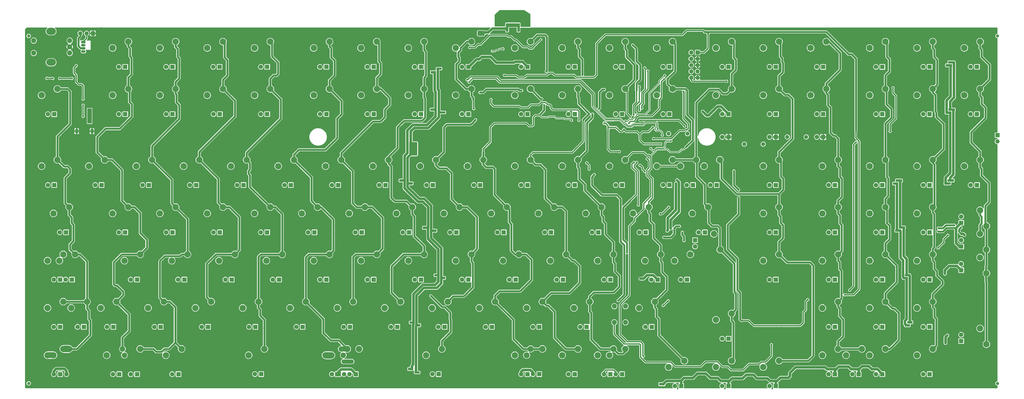
<source format=gbr>
G04 #@! TF.GenerationSoftware,KiCad,Pcbnew,7.0.1*
G04 #@! TF.CreationDate,2023-03-28T01:20:06-04:00*
G04 #@! TF.ProjectId,Boston-keyboard-V08J,426f7374-6f6e-42d6-9b65-79626f617264,rev?*
G04 #@! TF.SameCoordinates,Original*
G04 #@! TF.FileFunction,Copper,L1,Top*
G04 #@! TF.FilePolarity,Positive*
%FSLAX46Y46*%
G04 Gerber Fmt 4.6, Leading zero omitted, Abs format (unit mm)*
G04 Created by KiCad (PCBNEW 7.0.1) date 2023-03-28 01:20:06*
%MOMM*%
%LPD*%
G01*
G04 APERTURE LIST*
G04 #@! TA.AperFunction,ComponentPad*
%ADD10R,1.800000X1.800000*%
G04 #@! TD*
G04 #@! TA.AperFunction,ComponentPad*
%ADD11C,1.800000*%
G04 #@! TD*
G04 #@! TA.AperFunction,ComponentPad*
%ADD12R,2.200000X1.800000*%
G04 #@! TD*
G04 #@! TA.AperFunction,ComponentPad*
%ADD13C,1.600000*%
G04 #@! TD*
G04 #@! TA.AperFunction,ComponentPad*
%ADD14O,1.600000X1.600000*%
G04 #@! TD*
G04 #@! TA.AperFunction,WasherPad*
%ADD15C,1.300000*%
G04 #@! TD*
G04 #@! TA.AperFunction,ComponentPad*
%ADD16C,2.000000*%
G04 #@! TD*
G04 #@! TA.AperFunction,ComponentPad*
%ADD17R,1.700000X1.700000*%
G04 #@! TD*
G04 #@! TA.AperFunction,ComponentPad*
%ADD18O,1.700000X1.700000*%
G04 #@! TD*
G04 #@! TA.AperFunction,ComponentPad*
%ADD19C,2.032000*%
G04 #@! TD*
G04 #@! TA.AperFunction,ComponentPad*
%ADD20O,3.900000X2.799999*%
G04 #@! TD*
G04 #@! TA.AperFunction,ComponentPad*
%ADD21R,1.800000X1.070000*%
G04 #@! TD*
G04 #@! TA.AperFunction,ComponentPad*
%ADD22O,1.800000X1.070000*%
G04 #@! TD*
G04 #@! TA.AperFunction,ComponentPad*
%ADD23C,2.540000*%
G04 #@! TD*
G04 #@! TA.AperFunction,ComponentPad*
%ADD24C,2.400000*%
G04 #@! TD*
G04 #@! TA.AperFunction,ComponentPad*
%ADD25C,2.200000*%
G04 #@! TD*
G04 #@! TA.AperFunction,ComponentPad*
%ADD26O,1.300000X1.900000*%
G04 #@! TD*
G04 #@! TA.AperFunction,ComponentPad*
%ADD27O,1.100000X2.200000*%
G04 #@! TD*
G04 #@! TA.AperFunction,WasherPad*
%ADD28O,5.000000X1.701800*%
G04 #@! TD*
G04 #@! TA.AperFunction,ComponentPad*
%ADD29C,0.500000*%
G04 #@! TD*
G04 #@! TA.AperFunction,SMDPad,CuDef*
%ADD30R,1.200000X1.800000*%
G04 #@! TD*
G04 #@! TA.AperFunction,ViaPad*
%ADD31C,0.800000*%
G04 #@! TD*
G04 #@! TA.AperFunction,ViaPad*
%ADD32C,0.600000*%
G04 #@! TD*
G04 #@! TA.AperFunction,Conductor*
%ADD33C,0.750000*%
G04 #@! TD*
G04 #@! TA.AperFunction,Conductor*
%ADD34C,0.500000*%
G04 #@! TD*
G04 #@! TA.AperFunction,Conductor*
%ADD35C,0.300000*%
G04 #@! TD*
G04 #@! TA.AperFunction,Conductor*
%ADD36C,1.000000*%
G04 #@! TD*
G04 #@! TA.AperFunction,Conductor*
%ADD37C,2.000000*%
G04 #@! TD*
G04 APERTURE END LIST*
D10*
X69657600Y-168280000D03*
D11*
X72197600Y-168280000D03*
D12*
X181420000Y-168280000D03*
D11*
X183960000Y-168280000D03*
D10*
X381595000Y-130180000D03*
D11*
X379055000Y-130180000D03*
D10*
X181570000Y-92080000D03*
D11*
X179030000Y-92080000D03*
D10*
X419695000Y-168280000D03*
D11*
X417155000Y-168280000D03*
D10*
X253007500Y-130180000D03*
D11*
X250467500Y-130180000D03*
D10*
X69657600Y-168280000D03*
D11*
X67117600Y-168280000D03*
D10*
X238720000Y-92080000D03*
D11*
X236180000Y-92080000D03*
D10*
X152995000Y-111130000D03*
D11*
X150455000Y-111130000D03*
D10*
X333970000Y-92080000D03*
D11*
X331430000Y-92080000D03*
D10*
X167282500Y-149230000D03*
D11*
X164742500Y-149230000D03*
D10*
X233957500Y-63505000D03*
D11*
X231417500Y-63505000D03*
D10*
X338732500Y-153992500D03*
D11*
X336192500Y-153992500D03*
D10*
X419695000Y-92080000D03*
D11*
X417155000Y-92080000D03*
D10*
X438745000Y-44429600D03*
D11*
X436205000Y-44429600D03*
D10*
X114895000Y-63505000D03*
D11*
X112355000Y-63505000D03*
D10*
X195857500Y-44455000D03*
D11*
X193317500Y-44455000D03*
D10*
X114895000Y-111130000D03*
D11*
X112355000Y-111130000D03*
D10*
X400645000Y-63530400D03*
D11*
X398105000Y-63530400D03*
D10*
X419695000Y-44429600D03*
D11*
X417155000Y-44429600D03*
D10*
X381595000Y-149230000D03*
D11*
X379055000Y-149230000D03*
D10*
X276820000Y-168280000D03*
D11*
X274280000Y-168280000D03*
D10*
X233995600Y-44455000D03*
D11*
X231455600Y-44455000D03*
D10*
X432395000Y-107320000D03*
D11*
X432395000Y-104780000D03*
D10*
X138707500Y-130180000D03*
D11*
X136167500Y-130180000D03*
D10*
X210145000Y-111130000D03*
D11*
X207605000Y-111130000D03*
D10*
X314915000Y-92062500D03*
D11*
X312375000Y-92062500D03*
D10*
X257770000Y-44455000D03*
D11*
X255230000Y-44455000D03*
D10*
X329207500Y-111130000D03*
D11*
X326667500Y-111130000D03*
D10*
X67270000Y-92080000D03*
D11*
X64730000Y-92080000D03*
D10*
X357782500Y-111130000D03*
D11*
X355242500Y-111130000D03*
D10*
X91082500Y-149230000D03*
D11*
X88542500Y-149230000D03*
D10*
X381595000Y-92080000D03*
D11*
X379055000Y-92080000D03*
D10*
X119657500Y-130180000D03*
D11*
X117117500Y-130180000D03*
D10*
X419695000Y-149230000D03*
D11*
X417155000Y-149230000D03*
D10*
X257770000Y-63505000D03*
D11*
X255230000Y-63505000D03*
D10*
X314920000Y-63500000D03*
D11*
X312380000Y-63500000D03*
D10*
X438745000Y-63479600D03*
D11*
X436205000Y-63479600D03*
D10*
X338732500Y-72712500D03*
D11*
X336192500Y-72712500D03*
D10*
X432395000Y-116845000D03*
D11*
X432395000Y-114305000D03*
D10*
X219670000Y-92080000D03*
D11*
X217130000Y-92080000D03*
D10*
X69651250Y-130180000D03*
D11*
X67111250Y-130180000D03*
D10*
X114895000Y-44455000D03*
D11*
X112355000Y-44455000D03*
D10*
X432395000Y-154945000D03*
D11*
X432395000Y-152405000D03*
D10*
X152995000Y-44455000D03*
D11*
X150455000Y-44455000D03*
D10*
X205382500Y-149230000D03*
D11*
X202842500Y-149230000D03*
D10*
X214907500Y-44455000D03*
D11*
X212367500Y-44455000D03*
D10*
X105370000Y-92080000D03*
D11*
X102830000Y-92080000D03*
D10*
X295870000Y-63505000D03*
D11*
X293330000Y-63505000D03*
D13*
X352700000Y-75600000D03*
D14*
X345080000Y-75600000D03*
D10*
X338745200Y-44455000D03*
D11*
X336205200Y-44455000D03*
D10*
X200620000Y-92080000D03*
D11*
X198080000Y-92080000D03*
D10*
X419695000Y-63530400D03*
D11*
X417155000Y-63530400D03*
D10*
X93463750Y-168280000D03*
D11*
X90923750Y-168280000D03*
D10*
X438745000Y-92080000D03*
D11*
X436205000Y-92080000D03*
D10*
X186332500Y-149230000D03*
D11*
X183792500Y-149230000D03*
D10*
X276820000Y-92080000D03*
D11*
X274280000Y-92080000D03*
D12*
X181570000Y-168280000D03*
D11*
X179030000Y-168280000D03*
D10*
X357782500Y-130180000D03*
D11*
X355242500Y-130180000D03*
D15*
X447000000Y-32000000D03*
D10*
X357782500Y-72712500D03*
D11*
X355242500Y-72712500D03*
D10*
X338732500Y-63500000D03*
D11*
X336192500Y-63500000D03*
D10*
X95845000Y-63505000D03*
D11*
X93305000Y-63505000D03*
D10*
X176807500Y-44455000D03*
D11*
X174267500Y-44455000D03*
D10*
X172045000Y-111130000D03*
D11*
X169505000Y-111130000D03*
D10*
X176807500Y-63505000D03*
D11*
X174267500Y-63505000D03*
D10*
X176807500Y-130180000D03*
D11*
X174267500Y-130180000D03*
D10*
X381595000Y-168280000D03*
D11*
X379055000Y-168280000D03*
D10*
X276820000Y-63505000D03*
D11*
X274280000Y-63505000D03*
D10*
X325238750Y-114305000D03*
D11*
X325238750Y-116845000D03*
D16*
X292750000Y-147400000D03*
X292750000Y-140900000D03*
X297250000Y-147400000D03*
X297250000Y-140900000D03*
D10*
X100594800Y-168305400D03*
D11*
X98054800Y-168305400D03*
D10*
X69651250Y-149230000D03*
D11*
X67111250Y-149230000D03*
D10*
X400645000Y-130180000D03*
D11*
X398105000Y-130180000D03*
D10*
X150609000Y-168262000D03*
D11*
X148069000Y-168262000D03*
D10*
X222060000Y-168265000D03*
D11*
X219520000Y-168265000D03*
D10*
X162520000Y-92080000D03*
D11*
X159980000Y-92080000D03*
D10*
X248245000Y-111130000D03*
D11*
X245705000Y-111130000D03*
D10*
X400645000Y-149230000D03*
D11*
X398105000Y-149230000D03*
D10*
X400645000Y-92080000D03*
D11*
X398105000Y-92080000D03*
D17*
X82825000Y-30950000D03*
D18*
X80285000Y-30950000D03*
X77745000Y-30950000D03*
D10*
X95845000Y-44455000D03*
D11*
X93305000Y-44455000D03*
D15*
X57000000Y-172000000D03*
D10*
X257770000Y-92080000D03*
D11*
X255230000Y-92080000D03*
D10*
X291094800Y-168280000D03*
D11*
X288554800Y-168280000D03*
D10*
X157757500Y-130180000D03*
D11*
X155217500Y-130180000D03*
D10*
X191095000Y-111130000D03*
D11*
X188555000Y-111130000D03*
D17*
X447000000Y-72000000D03*
D18*
X447000000Y-74540000D03*
D10*
X400645000Y-44480400D03*
D11*
X398105000Y-44480400D03*
D10*
X110132500Y-149230000D03*
D11*
X107592500Y-149230000D03*
D10*
X67270000Y-63530400D03*
D11*
X64730000Y-63530400D03*
D10*
X357800000Y-63500000D03*
D11*
X355260000Y-63500000D03*
D10*
X319682500Y-173042500D03*
D11*
X317142500Y-173042500D03*
D10*
X262519800Y-168254600D03*
D11*
X259979800Y-168254600D03*
D10*
X295870000Y-168280000D03*
D11*
X293330000Y-168280000D03*
D10*
X322063750Y-130180000D03*
D11*
X319523750Y-130180000D03*
D10*
X276820000Y-44455000D03*
D11*
X274280000Y-44455000D03*
D10*
X357782500Y-92080000D03*
D11*
X355242500Y-92080000D03*
D10*
X224432500Y-149230000D03*
D11*
X221892500Y-149230000D03*
D10*
X229195000Y-111130000D03*
D11*
X226655000Y-111130000D03*
D10*
X357782500Y-173042500D03*
D11*
X355242500Y-173042500D03*
D10*
X133818000Y-44455000D03*
D11*
X131278000Y-44455000D03*
D15*
X57000000Y-32000000D03*
D10*
X262532500Y-149230000D03*
D11*
X259992500Y-149230000D03*
D10*
X432395000Y-126370000D03*
D11*
X432395000Y-123830000D03*
D10*
X188707400Y-168280000D03*
D11*
X186167400Y-168280000D03*
D10*
X324445000Y-92080000D03*
D11*
X321905000Y-92080000D03*
D10*
X100607500Y-130180000D03*
D11*
X98067500Y-130180000D03*
D10*
X376832500Y-63500000D03*
D11*
X374292500Y-63500000D03*
D10*
X419695000Y-130180000D03*
D11*
X417155000Y-130180000D03*
D10*
X419695000Y-111130000D03*
D11*
X417155000Y-111130000D03*
D10*
X72032500Y-111130000D03*
D11*
X69492500Y-111130000D03*
D10*
X291107500Y-130180000D03*
D11*
X288567500Y-130180000D03*
D10*
X338732500Y-173042500D03*
D11*
X336192500Y-173042500D03*
D10*
X286345000Y-111130000D03*
D11*
X283805000Y-111130000D03*
D19*
X73500000Y-38875000D03*
X73500000Y-33875000D03*
X73500000Y-36375000D03*
D20*
X66000000Y-42625000D03*
X66000000Y-30125000D03*
D19*
X59000000Y-38875000D03*
X59000000Y-33875000D03*
D10*
X307776250Y-149230000D03*
D11*
X305236250Y-149230000D03*
D10*
X152995000Y-63505000D03*
D11*
X150455000Y-63505000D03*
D10*
X272057500Y-130180000D03*
D11*
X269517500Y-130180000D03*
D10*
X124420000Y-92080000D03*
D11*
X121880000Y-92080000D03*
D10*
X233957500Y-130180000D03*
D11*
X231417500Y-130180000D03*
D10*
X117282600Y-168280000D03*
D11*
X114742600Y-168280000D03*
D10*
X314920000Y-44455000D03*
D11*
X312380000Y-44455000D03*
D10*
X257770000Y-168280000D03*
D11*
X255230000Y-168280000D03*
D10*
X133945000Y-63505000D03*
D11*
X131405000Y-63505000D03*
D10*
X129182500Y-149230000D03*
D11*
X126642500Y-149230000D03*
D10*
X305395000Y-111130000D03*
D11*
X302855000Y-111130000D03*
D10*
X295870000Y-44455000D03*
D11*
X293330000Y-44455000D03*
D13*
X370000000Y-72700000D03*
D14*
X362380000Y-72700000D03*
D10*
X214907500Y-130180000D03*
D11*
X212367500Y-130180000D03*
D10*
X79176250Y-149230000D03*
D11*
X76636250Y-149230000D03*
D10*
X400645000Y-168280000D03*
D11*
X398105000Y-168280000D03*
D10*
X281582500Y-149230000D03*
D11*
X279042500Y-149230000D03*
D10*
X357782500Y-44429600D03*
D11*
X355242500Y-44429600D03*
D10*
X143470000Y-92080000D03*
D11*
X140930000Y-92080000D03*
D10*
X391120000Y-168280000D03*
D11*
X388580000Y-168280000D03*
D10*
X310157500Y-130180000D03*
D11*
X307617500Y-130180000D03*
D10*
X295870000Y-92080000D03*
D11*
X293330000Y-92080000D03*
D10*
X95845000Y-111130000D03*
D11*
X93305000Y-111130000D03*
D17*
X326250000Y-38675000D03*
D18*
X323710000Y-38675000D03*
X326250000Y-41215000D03*
X323710000Y-41215000D03*
X326250000Y-43755000D03*
X323710000Y-43755000D03*
X326250000Y-46295000D03*
X323710000Y-46295000D03*
X326250000Y-48835000D03*
X323710000Y-48835000D03*
D21*
X79000000Y-34470000D03*
D22*
X79000000Y-35740000D03*
X79000000Y-37010000D03*
X79000000Y-38280000D03*
D10*
X74413750Y-130180000D03*
D11*
X71873750Y-130180000D03*
D10*
X214907500Y-63505000D03*
D11*
X212367500Y-63505000D03*
D10*
X376832500Y-72712500D03*
D11*
X374292500Y-72712500D03*
D13*
X322220000Y-71400000D03*
D14*
X314600000Y-71400000D03*
D10*
X376832500Y-44480400D03*
D11*
X374292500Y-44480400D03*
D10*
X86320000Y-92080000D03*
D11*
X83780000Y-92080000D03*
D10*
X267295000Y-111130000D03*
D11*
X264755000Y-111130000D03*
D10*
X243482500Y-149230000D03*
D11*
X240942500Y-149230000D03*
D10*
X133945000Y-111130000D03*
D11*
X131405000Y-111130000D03*
D10*
X195857500Y-130180000D03*
D11*
X193317500Y-130180000D03*
D10*
X381595000Y-111130000D03*
D11*
X379055000Y-111130000D03*
D15*
X447000000Y-172000000D03*
D10*
X148232500Y-149230000D03*
D11*
X145692500Y-149230000D03*
D10*
X195857500Y-63505000D03*
D11*
X193317500Y-63505000D03*
D10*
X400645000Y-111130000D03*
D11*
X398105000Y-111130000D03*
D23*
X278090000Y-81920000D03*
X271740000Y-84460000D03*
X392390000Y-158120000D03*
X386040000Y-160660000D03*
X254277500Y-120020000D03*
X247927500Y-122560000D03*
X420965000Y-158120000D03*
X414615000Y-160660000D03*
D24*
X259040000Y-158120000D03*
D23*
X252690000Y-160660000D03*
X97115000Y-53345000D03*
X90765000Y-55885000D03*
X306665000Y-100970000D03*
X300315000Y-103510000D03*
X216177500Y-34295000D03*
X209827500Y-36835000D03*
X442555000Y-108590000D03*
X440015000Y-102240000D03*
X340002500Y-53345000D03*
X333652500Y-55885000D03*
X359052500Y-120020000D03*
X352702500Y-122560000D03*
X359052500Y-100970000D03*
X352702500Y-103510000D03*
X420965000Y-120020000D03*
X414615000Y-122560000D03*
D25*
X94733750Y-158120000D03*
D23*
X88383750Y-160660000D03*
X80446250Y-139070000D03*
X74096250Y-141610000D03*
X139977500Y-120020000D03*
X133627500Y-122560000D03*
X297140000Y-34295000D03*
X290790000Y-36835000D03*
X330477500Y-100970000D03*
X324127500Y-103510000D03*
X130452500Y-139070000D03*
X124102500Y-141610000D03*
X263802500Y-139070000D03*
X257452500Y-141610000D03*
X70921250Y-139070000D03*
X64571250Y-141610000D03*
X216177500Y-120020000D03*
X209827500Y-122560000D03*
X182840000Y-81920000D03*
X176490000Y-84460000D03*
X323333964Y-120020000D03*
X316983964Y-122560000D03*
X297140000Y-81920000D03*
X290790000Y-84460000D03*
X154265000Y-53345000D03*
X147915000Y-55885000D03*
X197127500Y-120020000D03*
X190777500Y-122560000D03*
X259040160Y-34295000D03*
X252690160Y-36835000D03*
X220940000Y-81920000D03*
X214590000Y-84460000D03*
X440015000Y-81920000D03*
X433665000Y-84460000D03*
X116165000Y-100970000D03*
X109815000Y-103510000D03*
D24*
X292377500Y-158120000D03*
D23*
X286027500Y-160660000D03*
X192365000Y-100970000D03*
X186015000Y-103510000D03*
X111402500Y-139070000D03*
X105052500Y-141610000D03*
X401915000Y-139070000D03*
X395565000Y-141610000D03*
X187602500Y-139070000D03*
X181252500Y-141610000D03*
X87590000Y-81920000D03*
X81240000Y-84460000D03*
X316190000Y-81920000D03*
X309840000Y-84460000D03*
X125690000Y-81920000D03*
X119340000Y-84460000D03*
X420965000Y-81920000D03*
X414615000Y-84460000D03*
X440015000Y-53345000D03*
X433665000Y-55885000D03*
X197127606Y-34295000D03*
X190777606Y-36835000D03*
X401915000Y-34295000D03*
X395565000Y-36835000D03*
X382865000Y-158120000D03*
X376515000Y-160660000D03*
X154265000Y-34295000D03*
X147915000Y-36835000D03*
X273327500Y-120020000D03*
X266977500Y-122560000D03*
X235227500Y-53345000D03*
X228877500Y-55885000D03*
D26*
X247437000Y-22600000D03*
D27*
X247437000Y-26800000D03*
D26*
X256037000Y-22600000D03*
D27*
X256037000Y-26800000D03*
D23*
X401915000Y-120020000D03*
X395565000Y-122560000D03*
X278090000Y-34295000D03*
X271740000Y-36835000D03*
X340002500Y-143832500D03*
X333652500Y-146372500D03*
X206652500Y-139070000D03*
X200302500Y-141610000D03*
X223321250Y-158120000D03*
X216971250Y-160660000D03*
X335398750Y-118115000D03*
X332858750Y-111765000D03*
X178077500Y-53345000D03*
X171727500Y-55885000D03*
X442555000Y-127640000D03*
X440015000Y-121290000D03*
X335240000Y-81920000D03*
X328890000Y-84460000D03*
X185221250Y-158120000D03*
X178871250Y-160660000D03*
X178077590Y-34295000D03*
X171727590Y-36835000D03*
X287615000Y-100970000D03*
X281265000Y-103510000D03*
X401915000Y-100970000D03*
X395565000Y-103510000D03*
X116165000Y-34295000D03*
X109815000Y-36835000D03*
X235227500Y-120020000D03*
X228877500Y-122560000D03*
X135215000Y-100970000D03*
X128865000Y-103510000D03*
X197127500Y-53345000D03*
X190777500Y-55885000D03*
X151883750Y-158120000D03*
X145533750Y-160660000D03*
D28*
X185380000Y-163200000D03*
D25*
X182840000Y-158120000D03*
D23*
X176490000Y-160660000D03*
X401915000Y-158120000D03*
X395565000Y-160660000D03*
X168552500Y-139070000D03*
X162202500Y-141610000D03*
X340002500Y-162882500D03*
X333652500Y-165422500D03*
X73302500Y-100970000D03*
X66952500Y-103510000D03*
X97115000Y-100970000D03*
X90765000Y-103510000D03*
X68540000Y-53345000D03*
X62190000Y-55885000D03*
X316190000Y-34295000D03*
X309840000Y-36835000D03*
X359052500Y-162882500D03*
X352702500Y-165422500D03*
X259040000Y-81920000D03*
X252690000Y-84460000D03*
X97115000Y-34295000D03*
X90765000Y-36835000D03*
X144740000Y-81920000D03*
X138390000Y-84460000D03*
X442555000Y-118115000D03*
X440015000Y-111765000D03*
X359052500Y-53345000D03*
X352702500Y-55885000D03*
X225702500Y-139070000D03*
X219352500Y-141610000D03*
X359052500Y-34295000D03*
X352702500Y-36835000D03*
X70921250Y-120020000D03*
X64571250Y-122560000D03*
X278090000Y-158120000D03*
X271740000Y-160660000D03*
X73302500Y-158120000D03*
X66952500Y-160660000D03*
X118546250Y-158120000D03*
X112196250Y-160660000D03*
X378102500Y-34295000D03*
X371752500Y-36835000D03*
X440015000Y-34295000D03*
X433665000Y-36835000D03*
X311427500Y-120020000D03*
X305077500Y-122560000D03*
X401915000Y-81920000D03*
X395565000Y-84460000D03*
X135215000Y-34295000D03*
X128865000Y-36835000D03*
X92352500Y-139070000D03*
X86002500Y-141610000D03*
X239990000Y-81920000D03*
X233640000Y-84460000D03*
X340002500Y-34295000D03*
X333652500Y-36835000D03*
X149502500Y-139070000D03*
X143152500Y-141610000D03*
X420965000Y-139070000D03*
X414615000Y-141610000D03*
X106640000Y-81920000D03*
X100290000Y-84460000D03*
X68540000Y-81920000D03*
X62190000Y-84460000D03*
X75683750Y-120020000D03*
X69333750Y-122560000D03*
X159027500Y-120020000D03*
X152677500Y-122560000D03*
X278090000Y-53345000D03*
X271740000Y-55885000D03*
X178077500Y-120020000D03*
X171727500Y-122560000D03*
X420965000Y-100970000D03*
X414615000Y-103510000D03*
X244752500Y-139070000D03*
X238402500Y-141610000D03*
X116165000Y-53345000D03*
X109815000Y-55885000D03*
X263802500Y-158120000D03*
D24*
X257452500Y-160660000D03*
D23*
X154265000Y-100970000D03*
X147915000Y-103510000D03*
X382865000Y-100970000D03*
X376515000Y-103510000D03*
X259040000Y-53345000D03*
X252690000Y-55885000D03*
X316190000Y-53345000D03*
X309840000Y-55885000D03*
X235227500Y-34295000D03*
X228877500Y-36835000D03*
X382865000Y-120020000D03*
X376515000Y-122560000D03*
X297140000Y-53345000D03*
X290790000Y-55885000D03*
X268565000Y-100970000D03*
X262215000Y-103510000D03*
X292377500Y-120020000D03*
X286027500Y-122560000D03*
X163790000Y-81920000D03*
X157440000Y-84460000D03*
X101877500Y-120020000D03*
X95527500Y-122560000D03*
X378102500Y-53345000D03*
X371752500Y-55885000D03*
X120927500Y-120020000D03*
X114577500Y-122560000D03*
X249515000Y-100970000D03*
X243165000Y-103510000D03*
X382865000Y-139070000D03*
X376515000Y-141610000D03*
X420965000Y-34295000D03*
X414615000Y-36835000D03*
X101877500Y-158120000D03*
D25*
X95527500Y-160660000D03*
D29*
X82800000Y-70975000D03*
X82800000Y-70375000D03*
X82800000Y-69775000D03*
D30*
X82500000Y-70375000D03*
D29*
X82200000Y-70975000D03*
X82200000Y-70375000D03*
X82200000Y-69775000D03*
X76600000Y-70975000D03*
X76600000Y-70375000D03*
X76600000Y-69775000D03*
D30*
X76300000Y-70375000D03*
D29*
X76000000Y-70975000D03*
X76000000Y-70375000D03*
X76000000Y-69775000D03*
D23*
X216177500Y-53345000D03*
X209827500Y-55885000D03*
X309046250Y-139070000D03*
X302696250Y-141610000D03*
X135215000Y-53345000D03*
X128865000Y-55885000D03*
X282852500Y-139070000D03*
X276502500Y-141610000D03*
X325715000Y-81920000D03*
X319365000Y-84460000D03*
X401915000Y-53345000D03*
X395565000Y-55885000D03*
X211415000Y-100970000D03*
X205065000Y-103510000D03*
X382865000Y-81920000D03*
X376515000Y-84460000D03*
X189983750Y-158120000D03*
D25*
X183633750Y-160660000D03*
D23*
X320952500Y-162882500D03*
X314602500Y-165422500D03*
X442555000Y-156215000D03*
X440015000Y-149865000D03*
X70921250Y-158120000D03*
X64571250Y-160660000D03*
X359052500Y-81920000D03*
X352702500Y-84460000D03*
X201890000Y-81920000D03*
X195540000Y-84460000D03*
X420965000Y-53345000D03*
X414615000Y-55885000D03*
X297140000Y-158120000D03*
D24*
X290790000Y-160660000D03*
D23*
X173315000Y-100970000D03*
X166965000Y-103510000D03*
X230465000Y-100970000D03*
X224115000Y-103510000D03*
D31*
X312670000Y-113200000D03*
X297800000Y-119300000D03*
X427000000Y-112325000D03*
X300700000Y-83000000D03*
X423080000Y-117440000D03*
X318940902Y-108689100D03*
X240000000Y-31625000D03*
X254200000Y-28925000D03*
D32*
X243600000Y-38125000D03*
D31*
X249600000Y-29025000D03*
X238200000Y-31625000D03*
X249600000Y-29925000D03*
X239100000Y-31625000D03*
X247900000Y-37225000D03*
X254200000Y-29925000D03*
X297250000Y-66375000D03*
X313000000Y-48000000D03*
X298660000Y-67140000D03*
X312775000Y-49400000D03*
X305972500Y-81512500D03*
X304400000Y-161000000D03*
X370600000Y-138250000D03*
X343900000Y-146700000D03*
X342800000Y-97100000D03*
X294300000Y-138690000D03*
X342800000Y-94100000D03*
X284640000Y-87885000D03*
X340900000Y-86400000D03*
X314643750Y-101066250D03*
X302413750Y-100113750D03*
X311300000Y-103700000D03*
X301800000Y-83000000D03*
X303057500Y-84142500D03*
X305040000Y-86645000D03*
X255450000Y-54025000D03*
X238700000Y-54800000D03*
X301400000Y-63025000D03*
X302811250Y-52488750D03*
X300500000Y-63750000D03*
X300140000Y-35660000D03*
X234500000Y-36625000D03*
D32*
X263160000Y-33445000D03*
D31*
X69400000Y-49125000D03*
X74400000Y-49125000D03*
X64300000Y-49075000D03*
X66700000Y-49125000D03*
X307420000Y-77385000D03*
X315500000Y-74325000D03*
X312400000Y-140625000D03*
X314400000Y-138725000D03*
X390000000Y-74900000D03*
X387500000Y-134425000D03*
X403800000Y-70425000D03*
X320550000Y-54475000D03*
X337975000Y-50250000D03*
X404950000Y-52900000D03*
X308530000Y-73415000D03*
X220783740Y-110491260D03*
X406533740Y-91441260D03*
X302862500Y-61962500D03*
X213000000Y-78125000D03*
X312410000Y-172350000D03*
X406356240Y-110418760D03*
X328337500Y-62487500D03*
X213000000Y-76840000D03*
X410444990Y-129580010D03*
X426508740Y-62866260D03*
X314071260Y-110491260D03*
X426133740Y-91441260D03*
X304950000Y-44925000D03*
X411219990Y-148555010D03*
X427858740Y-62866260D03*
X427008740Y-43816260D03*
X221690010Y-45209990D03*
X223083740Y-129541260D03*
X317520000Y-91420000D03*
X224233740Y-129541260D03*
X209555010Y-91444990D03*
X213000000Y-75525000D03*
X423045000Y-110810000D03*
X223250000Y-62825000D03*
X303200000Y-129810000D03*
X409444990Y-129580010D03*
X222100000Y-62825000D03*
X211300000Y-91425000D03*
X213083740Y-148591260D03*
X222715010Y-45209990D03*
X213956240Y-167568760D03*
X210433740Y-91441260D03*
X425850000Y-127860000D03*
X214083740Y-148591260D03*
X219000000Y-110500000D03*
X224350000Y-62825000D03*
X219883740Y-110491260D03*
X410269990Y-148555010D03*
X407356240Y-110418760D03*
X428158740Y-43816260D03*
X427633740Y-91441260D03*
X311350000Y-172350000D03*
X212906240Y-167568760D03*
X405533740Y-91441260D03*
X282590000Y-85670000D03*
X281650000Y-83125000D03*
X361800000Y-89025000D03*
X339700000Y-41325000D03*
X175900000Y-100625000D03*
D32*
X300700000Y-72925000D03*
D31*
X148500000Y-130825000D03*
D32*
X438100000Y-97075000D03*
D31*
X126000000Y-115425000D03*
X218700000Y-69925000D03*
X216600000Y-101525000D03*
X130800000Y-88825000D03*
X357900000Y-51125000D03*
X409200000Y-137625000D03*
X176200000Y-34225000D03*
X200200000Y-37525000D03*
X361500000Y-41325000D03*
X318300000Y-35725000D03*
X154100000Y-47825000D03*
X248900000Y-141725000D03*
D32*
X289300000Y-71875000D03*
X324900000Y-95025000D03*
D31*
X219700000Y-54925000D03*
D32*
X269300000Y-67225000D03*
D31*
X141150000Y-60675000D03*
X233000000Y-122425000D03*
X418200000Y-141325000D03*
X361900000Y-56725000D03*
X202100000Y-127225000D03*
X392700000Y-80425000D03*
X356600000Y-55825000D03*
X208300000Y-140125000D03*
X90100000Y-123625000D03*
X101500000Y-82425000D03*
X81600000Y-131525000D03*
X294700000Y-80025000D03*
X243880000Y-69425000D03*
X384000000Y-74525000D03*
X188900000Y-121325000D03*
X368600000Y-86425000D03*
X422500000Y-116325000D03*
X277700000Y-127125000D03*
X316400000Y-92525000D03*
D32*
X332550000Y-63875000D03*
D31*
X215000000Y-100025000D03*
X212775000Y-94450000D03*
X401500000Y-104525000D03*
X130300000Y-142625000D03*
X302900000Y-102025000D03*
X68900000Y-92675000D03*
X211250000Y-92675000D03*
X127500000Y-127125000D03*
X384850000Y-44975000D03*
X113400000Y-45775000D03*
X266000000Y-138625000D03*
X406300000Y-111625000D03*
D32*
X299700000Y-72925000D03*
D31*
X260900000Y-51625000D03*
X296000000Y-148725000D03*
X69000000Y-117925000D03*
X359400000Y-172225000D03*
X361800000Y-74525000D03*
X360100000Y-149625000D03*
X278400000Y-74925000D03*
X156400000Y-57025000D03*
X58850000Y-36275000D03*
X220200000Y-85125000D03*
X358000000Y-49325000D03*
X150900000Y-149825000D03*
D32*
X304105000Y-73620000D03*
D31*
X341800000Y-106525000D03*
X362700000Y-166525000D03*
X251600000Y-104425000D03*
X169800000Y-94325000D03*
X154500000Y-82025000D03*
X80100000Y-145925000D03*
X192900000Y-70825000D03*
X326800000Y-59925000D03*
X253225000Y-149800000D03*
X384800000Y-41475000D03*
X95800000Y-51625000D03*
X408750000Y-146125000D03*
X180400000Y-54225000D03*
D32*
X234800000Y-57025000D03*
D31*
X293300000Y-51425000D03*
X340900000Y-57025000D03*
X359400000Y-45025000D03*
X242000000Y-82025000D03*
X247300000Y-139925000D03*
X232200000Y-80525000D03*
X430650000Y-77275000D03*
D32*
X165800000Y-150250000D03*
D31*
X390200000Y-101225000D03*
X337900000Y-162525000D03*
X302400000Y-159925000D03*
X166600000Y-138725000D03*
X423350000Y-122645000D03*
X104000000Y-119625000D03*
X388800000Y-53625000D03*
X429850000Y-89075000D03*
X311300000Y-173625000D03*
X67400000Y-80225000D03*
X138500000Y-100225000D03*
X276100000Y-34625000D03*
X70500000Y-92825000D03*
X319600000Y-57025000D03*
X132300000Y-45825000D03*
X399200000Y-45825000D03*
X70500000Y-94925000D03*
X209400000Y-100825000D03*
X136900000Y-57125000D03*
X198440000Y-111615000D03*
X248600000Y-66225000D03*
X72500000Y-64125000D03*
X220600000Y-118525000D03*
X426700000Y-64175000D03*
X226000000Y-92825000D03*
X283800000Y-156125000D03*
X284500000Y-142825000D03*
X235400000Y-118025000D03*
X291800000Y-152325000D03*
X149150000Y-94275000D03*
X205900000Y-120425000D03*
X266750000Y-41825000D03*
X279700000Y-35525000D03*
X388800000Y-49275000D03*
X406700000Y-118775000D03*
X280400000Y-83225000D03*
X299400000Y-43825000D03*
X151200000Y-142825000D03*
D32*
X244050000Y-37375000D03*
D31*
X220200000Y-101425000D03*
X319700000Y-114125000D03*
X380050000Y-93375000D03*
X363250000Y-60575000D03*
X360900000Y-85225000D03*
X210500000Y-161625000D03*
X343300000Y-147625000D03*
X383100000Y-134325000D03*
X196000000Y-139425000D03*
X263400000Y-55825000D03*
X433800000Y-153425000D03*
X375800000Y-55825000D03*
X320400000Y-72275000D03*
X126000000Y-140425000D03*
X91000000Y-80825000D03*
X272300000Y-111725000D03*
D32*
X302600000Y-85425000D03*
D31*
X338000000Y-143725000D03*
X360100000Y-147725000D03*
X81600000Y-127625000D03*
X403100000Y-72525000D03*
X236400000Y-37525000D03*
X264150000Y-45475000D03*
X337250000Y-45825000D03*
D32*
X339250000Y-60675000D03*
D31*
X310350000Y-53625000D03*
X213600000Y-118825000D03*
X147200000Y-88775000D03*
X175250000Y-45975000D03*
X80780000Y-38525000D03*
X70500000Y-112475000D03*
X309200000Y-146250000D03*
X113400000Y-64825000D03*
X234700000Y-131825000D03*
X297800000Y-136225000D03*
X294300000Y-76425000D03*
D32*
X441250000Y-97325000D03*
D31*
X323700000Y-166225000D03*
D32*
X421400000Y-51425000D03*
X305700000Y-69225000D03*
D31*
X97500000Y-122325000D03*
D32*
X399800000Y-141625000D03*
X276575000Y-65075000D03*
D31*
X266200000Y-92825000D03*
X101600000Y-101525000D03*
X225500000Y-78625000D03*
X422600000Y-104925000D03*
X188500000Y-94625000D03*
X99400000Y-47825000D03*
X307250000Y-47375000D03*
X310800000Y-142825000D03*
X433800000Y-124925000D03*
X132200000Y-94325000D03*
X239600000Y-76175000D03*
X249100000Y-45025000D03*
D32*
X400100000Y-53325000D03*
D31*
X299200000Y-52925000D03*
X174300000Y-118825000D03*
X422850000Y-92575000D03*
X299800000Y-99125000D03*
D32*
X250350000Y-41625000D03*
D31*
X117000000Y-79425000D03*
X171900000Y-94325000D03*
D32*
X324700000Y-78725000D03*
X251300000Y-43825000D03*
D31*
X422800000Y-89125000D03*
X391100000Y-53625000D03*
X412950000Y-137575000D03*
X130700000Y-120125000D03*
X296200000Y-55625000D03*
X222100000Y-138325000D03*
X400800000Y-75225000D03*
D32*
X382200000Y-32925000D03*
D31*
X391300000Y-69025000D03*
X289500000Y-32425000D03*
X323100000Y-55125000D03*
D32*
X426000000Y-107225000D03*
D31*
X405800000Y-159425000D03*
X74800000Y-57025000D03*
X392600000Y-99025000D03*
X98700000Y-56925000D03*
X228360000Y-89125000D03*
X423210000Y-108215000D03*
X184100000Y-153325000D03*
X216700000Y-121825000D03*
X69000000Y-94925000D03*
X385200000Y-127125000D03*
X308300000Y-104725000D03*
D32*
X220575000Y-169300000D03*
D31*
X320100000Y-109925000D03*
X251400000Y-47025000D03*
X391100000Y-51225000D03*
X382450000Y-89125000D03*
X356900000Y-157225000D03*
X164300000Y-97125000D03*
X113900000Y-156025000D03*
X81500000Y-60525000D03*
X118700000Y-60425000D03*
X143600000Y-105825000D03*
X139500000Y-123325000D03*
X303450000Y-89075000D03*
D32*
X304100000Y-71725000D03*
D31*
X197600000Y-43425000D03*
X174500000Y-149825000D03*
X175700000Y-36725000D03*
D32*
X319900000Y-100025000D03*
D31*
X281600000Y-137125000D03*
X84000000Y-121425000D03*
X158300000Y-123225000D03*
X201200000Y-106425000D03*
X173000000Y-121025000D03*
X201810000Y-85135000D03*
X219500000Y-83225000D03*
X159500000Y-162525000D03*
X90100000Y-131625000D03*
D32*
X302400000Y-62925000D03*
D31*
X204100000Y-130725000D03*
D32*
X77000000Y-48325000D03*
D31*
X232850000Y-48725000D03*
X191900000Y-104325000D03*
X269900000Y-156225000D03*
X249300000Y-46925000D03*
X279800000Y-37725000D03*
X388700000Y-69025000D03*
X390100000Y-80525000D03*
D32*
X261100000Y-67225000D03*
D31*
X67000000Y-50225000D03*
X248150000Y-61225000D03*
X424000000Y-74925000D03*
D32*
X255900000Y-35125000D03*
X418200000Y-131200000D03*
D31*
X307350000Y-51475000D03*
X203900000Y-94725000D03*
D32*
X320600000Y-131325000D03*
D31*
X279400000Y-78625000D03*
D32*
X261050000Y-150325000D03*
D31*
X423600000Y-67325000D03*
X260900000Y-84925000D03*
X340600000Y-139925000D03*
X390100000Y-77725000D03*
X294200000Y-152225000D03*
X235500000Y-101525000D03*
X215900000Y-135525000D03*
X85400000Y-81225000D03*
X134800000Y-37725000D03*
X303200000Y-131025000D03*
D32*
X91975000Y-169450000D03*
D31*
X337600000Y-146125000D03*
X388200000Y-101625000D03*
X113300000Y-140325000D03*
X299800000Y-120325000D03*
X388800000Y-66925000D03*
X286600000Y-47125000D03*
X409250000Y-130775000D03*
X234800000Y-127225000D03*
X159500000Y-159925000D03*
X271300000Y-119725000D03*
X383800000Y-152125000D03*
D32*
X303875000Y-112100000D03*
D31*
X133200000Y-34425000D03*
X223600000Y-54225000D03*
X390100000Y-111525000D03*
X289500000Y-101325000D03*
X226140000Y-89115000D03*
X420950000Y-41425000D03*
X182000000Y-55725000D03*
X392300000Y-111525000D03*
X340500000Y-45075000D03*
X206850000Y-88925000D03*
X87200000Y-79925000D03*
D32*
X238530000Y-37275000D03*
D31*
X177600000Y-123325000D03*
X356300000Y-131625000D03*
X217900000Y-37925000D03*
X254200000Y-30975000D03*
D32*
X301700000Y-71825000D03*
D31*
X293000000Y-104625000D03*
X428560000Y-120875000D03*
X308000000Y-157425000D03*
X428500000Y-41325000D03*
X198400000Y-163225000D03*
X295100000Y-77425000D03*
X238500000Y-80525000D03*
X403800000Y-85325000D03*
X159400000Y-65825000D03*
D32*
X198200000Y-93525000D03*
D31*
X404600000Y-41375000D03*
X151800000Y-36725000D03*
D32*
X246100000Y-38525000D03*
X141400000Y-168325000D03*
D31*
X260400000Y-130825000D03*
X298500000Y-139725000D03*
X341100000Y-122225000D03*
X96400000Y-47725000D03*
X130300000Y-118125000D03*
X426950000Y-51375000D03*
X151000000Y-96325000D03*
D32*
X279420000Y-64425000D03*
D31*
X366650000Y-147925000D03*
X360700000Y-123325000D03*
X201450000Y-64075000D03*
X84900000Y-93525000D03*
X114300000Y-158925000D03*
X340100000Y-133025000D03*
X300700000Y-51325000D03*
X329200000Y-172325000D03*
X348800000Y-59025000D03*
X355700000Y-84425000D03*
D32*
X155800000Y-102025000D03*
D31*
X71000000Y-142925000D03*
X309100000Y-74425000D03*
X299200000Y-49725000D03*
X376900000Y-51225000D03*
X427300000Y-149825000D03*
X231150000Y-65125000D03*
D32*
X392580000Y-168475000D03*
D31*
X170600000Y-103425000D03*
X139000000Y-152425000D03*
X196800000Y-47725000D03*
D32*
X319900000Y-102025000D03*
D31*
X346300000Y-172725000D03*
X106000000Y-145425000D03*
X239700000Y-85025000D03*
X122500000Y-121125000D03*
X403100000Y-77225000D03*
X126000000Y-134425000D03*
X131400000Y-163725000D03*
X250000000Y-108125000D03*
X118000000Y-33125000D03*
D32*
X405250000Y-63925000D03*
X308300000Y-83525000D03*
D31*
X115700000Y-94825000D03*
X113300000Y-36625000D03*
X304250000Y-47425000D03*
X211400000Y-80925000D03*
X215100000Y-159625000D03*
X295500000Y-69625000D03*
D32*
X236200000Y-55125000D03*
D31*
X374000000Y-137125000D03*
X238200000Y-53525000D03*
X335800000Y-107125000D03*
X385900000Y-152125000D03*
X409050000Y-98975000D03*
X305400000Y-162125000D03*
X418250000Y-45775000D03*
X195000000Y-97425000D03*
X324500000Y-63625000D03*
D32*
X187250000Y-169375000D03*
D31*
X360900000Y-83025000D03*
X76100000Y-72325000D03*
X175250000Y-64775000D03*
D32*
X316100000Y-102025000D03*
D31*
X405300000Y-92775000D03*
X342900000Y-41325000D03*
X139480000Y-66485000D03*
D32*
X289650000Y-131250000D03*
D31*
X294300000Y-93375000D03*
X95600000Y-94925000D03*
X178000000Y-135425000D03*
X312600000Y-54625000D03*
X84000000Y-113425000D03*
X73600000Y-108225000D03*
X92400000Y-120225000D03*
X70200000Y-50125000D03*
X94200000Y-55725000D03*
D32*
X327775000Y-112375000D03*
D31*
X307800000Y-102625000D03*
X314000000Y-169725000D03*
X247600000Y-101025000D03*
X222200000Y-141525000D03*
X388200000Y-80525000D03*
X117800000Y-104325000D03*
X392100000Y-73925000D03*
X430750000Y-45025000D03*
D32*
X273200000Y-74925000D03*
D31*
X192300000Y-99025000D03*
X214200000Y-34125000D03*
X180000000Y-65725000D03*
X99300000Y-43825000D03*
X407450000Y-89075000D03*
X297800000Y-127025000D03*
X406100000Y-154225000D03*
X157300000Y-142925000D03*
X392700000Y-82625000D03*
X161000000Y-93425000D03*
X170900000Y-69425000D03*
X214700000Y-139625000D03*
X298800000Y-57025000D03*
X297000000Y-76425000D03*
X72500000Y-118025000D03*
X223400000Y-84225000D03*
X388100000Y-99025000D03*
X406200000Y-146125000D03*
X178500000Y-111525000D03*
X153000000Y-153025000D03*
X296700000Y-60025000D03*
X204200000Y-127225000D03*
X420900000Y-60575000D03*
X100700000Y-111825000D03*
X304900000Y-60325000D03*
X97300000Y-43025000D03*
X281000000Y-134425000D03*
X218100000Y-34725000D03*
X111785000Y-69330000D03*
X79300000Y-126525000D03*
X293800000Y-108125000D03*
X288200000Y-141025000D03*
X138000000Y-43925000D03*
D32*
X94500000Y-165425000D03*
D31*
X277700000Y-60325000D03*
X313000000Y-71025000D03*
X384800000Y-85225000D03*
X119000000Y-101425000D03*
X405100000Y-60575000D03*
X207100000Y-83625000D03*
X244000000Y-155425000D03*
X106500000Y-139925000D03*
X427600000Y-92675000D03*
X277700000Y-130825000D03*
X422300000Y-102825000D03*
X424000000Y-44975000D03*
X211300000Y-134925000D03*
X383200000Y-111625000D03*
X356900000Y-161025000D03*
X304530000Y-80085000D03*
D32*
X256325000Y-169425000D03*
D31*
X410500000Y-111625000D03*
X117800000Y-119225000D03*
X388200000Y-82525000D03*
X81900000Y-56925000D03*
X199700000Y-43825000D03*
X312700000Y-130825000D03*
X300600000Y-91175000D03*
X213700000Y-55625000D03*
D32*
X378240000Y-164645000D03*
D31*
X129900000Y-127125000D03*
X157800000Y-118225000D03*
X326500000Y-169625000D03*
D32*
X247150000Y-43825000D03*
D31*
X382500000Y-142525000D03*
X207000000Y-92675000D03*
X340900000Y-108625000D03*
X388100000Y-130725000D03*
X103900000Y-111725000D03*
X181050000Y-63925000D03*
X86950000Y-35075000D03*
X420500000Y-94925000D03*
D32*
X146725000Y-150350000D03*
D31*
X75300000Y-116025000D03*
X148500000Y-120525000D03*
X257400000Y-82825000D03*
X81400000Y-58425000D03*
D32*
X237250000Y-93175000D03*
D31*
X194000000Y-102025000D03*
X69000000Y-115925000D03*
X96100000Y-146125000D03*
D32*
X238700000Y-32425000D03*
D31*
X278700000Y-42925000D03*
X260500000Y-49025000D03*
X404500000Y-120925000D03*
X92400000Y-123725000D03*
X124800000Y-106825000D03*
X297600000Y-108125000D03*
X425300000Y-60525000D03*
X79900000Y-64025000D03*
X147200000Y-84925000D03*
X272300000Y-100125000D03*
D32*
X137225000Y-131350000D03*
D31*
X274000000Y-97425000D03*
X96200000Y-149825000D03*
X117000000Y-82425000D03*
X342900000Y-45025000D03*
X95100000Y-133425000D03*
D32*
X126700000Y-80225000D03*
D31*
X158000000Y-111625000D03*
X338000000Y-53025000D03*
X418200000Y-93425000D03*
X92700000Y-82525000D03*
X238800000Y-106625000D03*
D32*
X241450000Y-41625000D03*
D31*
X316600000Y-108125000D03*
X137100000Y-37625000D03*
D32*
X238540000Y-47375000D03*
D31*
X76900000Y-79925000D03*
D32*
X70975000Y-169525000D03*
D31*
X358850000Y-89125000D03*
X388800000Y-41375000D03*
X346200000Y-170025000D03*
X326500000Y-172325000D03*
X186600000Y-130725000D03*
D32*
X96600000Y-56825000D03*
D31*
X142000000Y-97425000D03*
X171000000Y-115425000D03*
X238600000Y-111625000D03*
X119700000Y-111725000D03*
X384700000Y-104225000D03*
X77700000Y-150525000D03*
X369300000Y-137925000D03*
X104000000Y-66425000D03*
X380000000Y-141425000D03*
X94400000Y-112625000D03*
X282500000Y-51825000D03*
X169580000Y-127215000D03*
X239000000Y-97425000D03*
D32*
X356350000Y-64725000D03*
D31*
X245700000Y-94825000D03*
X271800000Y-158525000D03*
X364800000Y-74525000D03*
X280200000Y-49575000D03*
X210700000Y-141225000D03*
X365650000Y-64075000D03*
X260000000Y-121125000D03*
X340600000Y-138125000D03*
X255725000Y-30375000D03*
D32*
X399150000Y-131300000D03*
D31*
X314900000Y-158425000D03*
X281500000Y-85275000D03*
X186250000Y-89025000D03*
X224300000Y-117825000D03*
D32*
X232400000Y-131525000D03*
D31*
X159600000Y-139325000D03*
X153400000Y-42825000D03*
X312500000Y-121725000D03*
X298900000Y-137625000D03*
X189800000Y-70625000D03*
X299875000Y-146225000D03*
X296600000Y-97325000D03*
X236800000Y-127225000D03*
X314800000Y-139725000D03*
X188800000Y-75125000D03*
X302600000Y-162025000D03*
X214200000Y-157425000D03*
D32*
X280100000Y-150300000D03*
X247200000Y-32725000D03*
D31*
X299800000Y-127025000D03*
X76100000Y-111925000D03*
X298600000Y-173475000D03*
D32*
X114400000Y-53625000D03*
D31*
X219900000Y-139225000D03*
X91100000Y-84125000D03*
X158000000Y-108125000D03*
X316800000Y-113725000D03*
X105600000Y-80225000D03*
X321000000Y-52325000D03*
X299800000Y-130825000D03*
X98600000Y-51625000D03*
X142100000Y-119625000D03*
X399100000Y-93375000D03*
X348100000Y-170025000D03*
X225375000Y-146250000D03*
X194800000Y-36725000D03*
X82300000Y-153725000D03*
D32*
X316600000Y-163125000D03*
X380150000Y-131275000D03*
D31*
X250350000Y-59425000D03*
X426200000Y-129125000D03*
X96600000Y-141925000D03*
X89200000Y-49425000D03*
X152900000Y-146125000D03*
X360900000Y-101525000D03*
X85050000Y-69330000D03*
X292400000Y-79625000D03*
X403500000Y-104425000D03*
D32*
X114100000Y-55925000D03*
D31*
X359000000Y-108025000D03*
X180600000Y-108125000D03*
X258000000Y-127025000D03*
D32*
X380100000Y-112225000D03*
D31*
X402500000Y-111525000D03*
D32*
X239150000Y-38975000D03*
X375900000Y-169045000D03*
D31*
X242900000Y-83825000D03*
D32*
X402800000Y-51025000D03*
D31*
X294000000Y-123625000D03*
X106000000Y-163425000D03*
X152745000Y-69330000D03*
X269825000Y-146250000D03*
X341600000Y-97425000D03*
X178600000Y-47825000D03*
X258500000Y-119425000D03*
X316500000Y-71225000D03*
X186270000Y-83845000D03*
X94350000Y-64975000D03*
X201400000Y-54625000D03*
X320900000Y-75575000D03*
X158600000Y-44125000D03*
X337300000Y-117525000D03*
X103100000Y-108025000D03*
X235400000Y-50825000D03*
X312400000Y-137125000D03*
X291800000Y-127125000D03*
X313450000Y-93225000D03*
X356300000Y-45775000D03*
X152300000Y-53225000D03*
X211400000Y-113325000D03*
X361700000Y-136925000D03*
X72900000Y-131575000D03*
X107700000Y-80225000D03*
D32*
X182825000Y-169700000D03*
D31*
X181700000Y-60675000D03*
X104600000Y-106425000D03*
D32*
X446400000Y-29125000D03*
D31*
X107500000Y-98425000D03*
X93500000Y-93125000D03*
X403150000Y-64025000D03*
X126400000Y-85425000D03*
X313400000Y-45725000D03*
X403000000Y-123625000D03*
X132000000Y-140425000D03*
X276500000Y-80425000D03*
X95600000Y-93125000D03*
X404900000Y-69125000D03*
X104000000Y-134425000D03*
X210500000Y-159425000D03*
X159400000Y-125425000D03*
D32*
X282760000Y-64575000D03*
D31*
X388200000Y-118125000D03*
X360000000Y-76325000D03*
X119700000Y-108125000D03*
X286330000Y-89745000D03*
X179900000Y-153525000D03*
X152300000Y-34325000D03*
X361700000Y-45025000D03*
X94100000Y-36725000D03*
D32*
X235200000Y-161425000D03*
D31*
X365700000Y-161725000D03*
D32*
X377800000Y-57125000D03*
D31*
X140700000Y-111725000D03*
X238400000Y-123725000D03*
X138800000Y-60625000D03*
X188700000Y-132825000D03*
X257800000Y-49025000D03*
X99600000Y-60325000D03*
D32*
X242200000Y-33325000D03*
D31*
X292200000Y-77525000D03*
D32*
X403300000Y-56825000D03*
D31*
X75600000Y-140125000D03*
D32*
X429200000Y-113485000D03*
D31*
X328100000Y-96525000D03*
X207750000Y-94625000D03*
X392200000Y-130725000D03*
X118600000Y-47825000D03*
D32*
X284900000Y-112150000D03*
D31*
X269800000Y-149775000D03*
X223800000Y-138725000D03*
X282200000Y-55225000D03*
X209000000Y-103425000D03*
X333700000Y-109725000D03*
X380900000Y-139325000D03*
X411700000Y-127175000D03*
D32*
X421000000Y-56925000D03*
D31*
X426600000Y-77275000D03*
X160200000Y-63825000D03*
X307200000Y-108025000D03*
X70600000Y-89025000D03*
X82900000Y-149625000D03*
D32*
X424950000Y-154155000D03*
X236900000Y-57025000D03*
D31*
X274500000Y-108125000D03*
X171400000Y-140225000D03*
X216700000Y-108125000D03*
X291150000Y-69925000D03*
X249400000Y-104425000D03*
X343400000Y-133225000D03*
X281200000Y-60125000D03*
X186600000Y-127225000D03*
X295300000Y-127025000D03*
X83100000Y-66225000D03*
X301850000Y-47475000D03*
X249100000Y-48825000D03*
X390100000Y-82625000D03*
X324400000Y-57625000D03*
X92400000Y-131525000D03*
X250600000Y-65125000D03*
X261200000Y-53725000D03*
X188600000Y-127225000D03*
X64200000Y-50225000D03*
X114900000Y-142025000D03*
X225200000Y-74925000D03*
X289200000Y-104225000D03*
X380100000Y-122325000D03*
X116000000Y-117425000D03*
X169700000Y-137425000D03*
X384000000Y-63975000D03*
X157200000Y-60525000D03*
X334600000Y-85225000D03*
X274500000Y-118225000D03*
X178200000Y-155625000D03*
X216400000Y-66625000D03*
X186400000Y-94625000D03*
X294350000Y-45775000D03*
D32*
X92700000Y-140825000D03*
X117300000Y-55125000D03*
D31*
X147500000Y-138625000D03*
X294100000Y-101225000D03*
X74800000Y-60425000D03*
D32*
X299700000Y-71825000D03*
D31*
X92400000Y-127625000D03*
X379800000Y-84325000D03*
X266150000Y-89125000D03*
D32*
X244100000Y-54525000D03*
D31*
X400700000Y-66825000D03*
X116400000Y-42925000D03*
X157300000Y-100425000D03*
X107400000Y-124625000D03*
X344600000Y-139925000D03*
X419900000Y-118425000D03*
D32*
X441000000Y-79125000D03*
D31*
X93400000Y-136025000D03*
X199550000Y-60675000D03*
X81900000Y-135925000D03*
X137100000Y-35225000D03*
X279200000Y-69325000D03*
X153600000Y-142025000D03*
X69300000Y-48025000D03*
X309600000Y-149825000D03*
X388900000Y-60325000D03*
X230400000Y-47325000D03*
X385800000Y-108025000D03*
X99600000Y-63925000D03*
X197410000Y-101675000D03*
X334200000Y-121825000D03*
X113300000Y-112625000D03*
D32*
X401400000Y-56725000D03*
D31*
X200500000Y-108125000D03*
X364600000Y-38225000D03*
X172000000Y-88925000D03*
D32*
X240900000Y-32225000D03*
D31*
X375200000Y-45775000D03*
X303800000Y-53525000D03*
D32*
X405900000Y-52525000D03*
X403300000Y-54825000D03*
D31*
X285300000Y-63965000D03*
X181300000Y-47825000D03*
X66600000Y-53125000D03*
X287900000Y-58125000D03*
X286800000Y-156025000D03*
X267675000Y-149775000D03*
X157300000Y-103525000D03*
X235050000Y-61775000D03*
X73200000Y-69425000D03*
X114500000Y-101925000D03*
X184100000Y-60675000D03*
X388200000Y-127225000D03*
X282910000Y-59585000D03*
X288200000Y-108125000D03*
X382000000Y-154225000D03*
X93400000Y-88875000D03*
X424200000Y-69025000D03*
D32*
X301700000Y-72925000D03*
D31*
X295300000Y-95925000D03*
X259700000Y-63825000D03*
X176700000Y-149825000D03*
X341100000Y-54925000D03*
X379800000Y-51225000D03*
X167700000Y-163025000D03*
X275800000Y-48925000D03*
X306300000Y-77425000D03*
X116500000Y-64025000D03*
X71715000Y-52233750D03*
X334700000Y-88825000D03*
X256250000Y-45775000D03*
X174600000Y-107625000D03*
D32*
X194400000Y-131200000D03*
D31*
X310800000Y-48525000D03*
X295400000Y-52525000D03*
X426800000Y-45075000D03*
X286650000Y-43475000D03*
X215800000Y-42775000D03*
X289100000Y-121825000D03*
X392300000Y-127225000D03*
X68200000Y-150625000D03*
X399800000Y-82525000D03*
X404700000Y-111625000D03*
X338900000Y-49325000D03*
X246700000Y-112525000D03*
X380950000Y-60375000D03*
X86025000Y-35050000D03*
X314700000Y-75925000D03*
X367000000Y-116425000D03*
X390200000Y-89125000D03*
X399150000Y-169725000D03*
X274600000Y-66925000D03*
X338100000Y-122325000D03*
X224300000Y-120425000D03*
X78900000Y-134725000D03*
X382550000Y-45025000D03*
D32*
X275000000Y-78225000D03*
X68175000Y-169600000D03*
D31*
X316100000Y-37825000D03*
D32*
X418175000Y-112200000D03*
D31*
X279800000Y-89075000D03*
X214875000Y-96475000D03*
X325600000Y-164225000D03*
X251000000Y-121225000D03*
X318300000Y-37825000D03*
X410800000Y-149775000D03*
X284600000Y-86625000D03*
D32*
X269420000Y-63955000D03*
D31*
X72400000Y-57025000D03*
X350700000Y-163225000D03*
X206900000Y-118025000D03*
X430700000Y-54725000D03*
X317600000Y-51725000D03*
X398700000Y-84425000D03*
X273400000Y-69125000D03*
D32*
X242600000Y-36525000D03*
D31*
X404500000Y-45025000D03*
D32*
X252200000Y-31925000D03*
D31*
X310900000Y-127125000D03*
X224300000Y-127225000D03*
D32*
X180200000Y-169725000D03*
D31*
X217300000Y-55025000D03*
X100600000Y-108025000D03*
X327800000Y-63625000D03*
X180600000Y-111525000D03*
X232400000Y-33725000D03*
X300200000Y-114225000D03*
X298800000Y-37825000D03*
X121000000Y-103425000D03*
X207200000Y-145225000D03*
X213300000Y-111625000D03*
X392800000Y-163825000D03*
X267625000Y-146250000D03*
X354600000Y-160925000D03*
X367000000Y-106425000D03*
X361400000Y-120625000D03*
X297300000Y-111725000D03*
X357100000Y-53325000D03*
X367000000Y-124425000D03*
X131500000Y-168925000D03*
X79900000Y-57225000D03*
X77300000Y-50325000D03*
X318100000Y-47075000D03*
X315700000Y-77925000D03*
X220150000Y-108175000D03*
D32*
X299710000Y-75120000D03*
D31*
X228000000Y-115425000D03*
X73500000Y-89025000D03*
X213000000Y-70325000D03*
D32*
X255000000Y-158425000D03*
D31*
X251600000Y-102225000D03*
X141200000Y-63575000D03*
X72200000Y-54725000D03*
X426150000Y-92675000D03*
X224000000Y-80625000D03*
X228100000Y-48525000D03*
X208300000Y-137925000D03*
D32*
X298100000Y-69425000D03*
D31*
X284600000Y-47125000D03*
X368900000Y-164025000D03*
X405350000Y-127275000D03*
X128000000Y-78225000D03*
X177600000Y-145225000D03*
X209800000Y-165025000D03*
X200000000Y-56125000D03*
X98700000Y-54825000D03*
D32*
X215850000Y-91325000D03*
D31*
X338600000Y-77425000D03*
X385500000Y-92675000D03*
X94450000Y-42975000D03*
X214400000Y-146125000D03*
X72500000Y-116125000D03*
X336900000Y-113025000D03*
D32*
X406200000Y-55025000D03*
D31*
X266100000Y-94525000D03*
X357600000Y-121225000D03*
D32*
X375375000Y-64600000D03*
D31*
X371700000Y-136925000D03*
X153900000Y-37825000D03*
X262000000Y-134425000D03*
X323300000Y-155825000D03*
X300600000Y-88925000D03*
X335700000Y-92025000D03*
X129800000Y-130725000D03*
X311800000Y-149800000D03*
X169560000Y-132465000D03*
X198800000Y-155525000D03*
X93500000Y-154725000D03*
X313000000Y-108125000D03*
X340400000Y-141725000D03*
X255725000Y-31400000D03*
X400900000Y-77225000D03*
X421200000Y-127125000D03*
X176400000Y-121125000D03*
X379900000Y-57125000D03*
X186300000Y-121025000D03*
X236900000Y-130725000D03*
X388200000Y-89125000D03*
X128500000Y-138725000D03*
X296900000Y-98825000D03*
X224800000Y-40225000D03*
X212600000Y-102425000D03*
X343200000Y-165725000D03*
X433400000Y-109125000D03*
X258100000Y-42475000D03*
X214200000Y-76880000D03*
X261800000Y-125625000D03*
D32*
X259400000Y-67225000D03*
D31*
X75100000Y-43425000D03*
X106000000Y-169925000D03*
X385710000Y-138615000D03*
X420400000Y-113025000D03*
X133525000Y-69330000D03*
X341930000Y-150905000D03*
D32*
X253800000Y-35325000D03*
D31*
X161745000Y-69330000D03*
X388200000Y-111525000D03*
X211050000Y-89025000D03*
D32*
X273400000Y-64750000D03*
D31*
X96900000Y-74325000D03*
X295300000Y-34825000D03*
D32*
X254600000Y-37425000D03*
D31*
X421400000Y-44975000D03*
X91700000Y-47825000D03*
X299900000Y-118025000D03*
X310300000Y-140725000D03*
X268700000Y-141325000D03*
D32*
X249300000Y-51425000D03*
D31*
X106000000Y-155425000D03*
X98600000Y-146125000D03*
X250400000Y-61225000D03*
D32*
X270600000Y-131250000D03*
D31*
X209550000Y-96475000D03*
X202800000Y-159325000D03*
X79900000Y-156225000D03*
X80900000Y-149625000D03*
X390100000Y-99025000D03*
X184000000Y-64025000D03*
X189200000Y-103425000D03*
X214200000Y-75525000D03*
X268200000Y-60625000D03*
X341100000Y-51225000D03*
X384800000Y-82425000D03*
X361900000Y-111625000D03*
X303600000Y-99925000D03*
D32*
X251500000Y-131425000D03*
D31*
X287600000Y-34525000D03*
X198440000Y-108145000D03*
X93000000Y-158125000D03*
X371600000Y-134325000D03*
X386800000Y-164025000D03*
X297600000Y-92175000D03*
X365600000Y-68025000D03*
X285500000Y-139925000D03*
X215400000Y-60525000D03*
D32*
X301700000Y-73925000D03*
D31*
X244000000Y-164425000D03*
D32*
X372700000Y-31625000D03*
D31*
X266800000Y-45425000D03*
X293100000Y-97225000D03*
X367000000Y-121425000D03*
X285700000Y-101725000D03*
X219400000Y-60425000D03*
X166400000Y-118025000D03*
X231200000Y-35025000D03*
X184800000Y-82225000D03*
X405300000Y-67425000D03*
X301800000Y-43825000D03*
X282500000Y-120925000D03*
D32*
X141500000Y-165425000D03*
X241300000Y-52525000D03*
D31*
X304150000Y-51425000D03*
X412950000Y-139725000D03*
X371400000Y-139725000D03*
X331400000Y-78825000D03*
X125800000Y-124025000D03*
X132350000Y-64925000D03*
X399800000Y-100725000D03*
X176800000Y-51625000D03*
X278450000Y-47575000D03*
X310100000Y-50725000D03*
X98900000Y-37725000D03*
X371425000Y-148700000D03*
X213800000Y-122425000D03*
X176700000Y-146125000D03*
X180100000Y-57025000D03*
X63500000Y-95425000D03*
X401950000Y-93625000D03*
X340200000Y-118025000D03*
X106000000Y-57625000D03*
X140000000Y-101625000D03*
X280300000Y-76025000D03*
X335800000Y-56325000D03*
X75000000Y-104225000D03*
X95200000Y-137725000D03*
X258500000Y-56625000D03*
X251400000Y-45575000D03*
X69600000Y-73125000D03*
X279900000Y-127125000D03*
D32*
X113400000Y-165425000D03*
D31*
X86400000Y-42525000D03*
X195200000Y-118925000D03*
D32*
X251300000Y-51425000D03*
D31*
X275500000Y-72525000D03*
X227500000Y-82025000D03*
X63750000Y-48125000D03*
X295000000Y-134425000D03*
X309700000Y-108025000D03*
X399900000Y-119625000D03*
X241600000Y-80525000D03*
X151500000Y-45925000D03*
X170500000Y-112525000D03*
X139000000Y-55525000D03*
X327600000Y-119825000D03*
D32*
X268430000Y-65245000D03*
X419200000Y-53325000D03*
D31*
X403700000Y-142325000D03*
X358100000Y-149625000D03*
X270400000Y-102025000D03*
X92300000Y-150925000D03*
X229500000Y-51525000D03*
X232100000Y-101925000D03*
X144900000Y-85125000D03*
X237200000Y-61895000D03*
X385300000Y-134325000D03*
X154700000Y-121125000D03*
X390300000Y-75925000D03*
X423700000Y-146025000D03*
X222900000Y-82125000D03*
X249800000Y-34625000D03*
X118700000Y-64025000D03*
X137400000Y-54025000D03*
D32*
X203900000Y-150325000D03*
D31*
X239550000Y-50225000D03*
X289300000Y-77425000D03*
D32*
X399175000Y-64600000D03*
D31*
X135500000Y-47725000D03*
X190500000Y-168925000D03*
X122000000Y-118125000D03*
X75200000Y-117925000D03*
X341100000Y-145725000D03*
X270200000Y-144625000D03*
X287550000Y-62095000D03*
X183400000Y-88025000D03*
X237300000Y-120125000D03*
X381700000Y-70825000D03*
X381250000Y-63975000D03*
X108700000Y-126825000D03*
X95300000Y-102025000D03*
X188500000Y-89025000D03*
X439000000Y-93725000D03*
X77800000Y-60425000D03*
D32*
X117400000Y-57025000D03*
D31*
X103850000Y-93325000D03*
X158500000Y-47925000D03*
X179400000Y-51625000D03*
X85000000Y-153725000D03*
X304200000Y-43775000D03*
X250200000Y-111725000D03*
X157200000Y-54725000D03*
D32*
X305050000Y-85375000D03*
D31*
X153000000Y-155225000D03*
X359500000Y-111625000D03*
X404250000Y-89125000D03*
D32*
X320500000Y-69325000D03*
D31*
X92000000Y-146125000D03*
X250475000Y-146225000D03*
X371400000Y-172225000D03*
D32*
X318200000Y-174175000D03*
D31*
X278300000Y-122525000D03*
X277700000Y-37725000D03*
X162800000Y-121525000D03*
X341100000Y-49325000D03*
X281800000Y-125625000D03*
X97500000Y-60325000D03*
X169900000Y-65725000D03*
D32*
X315400000Y-65050000D03*
X243460000Y-47505000D03*
D31*
X381800000Y-74525000D03*
X384900000Y-119925000D03*
X223000000Y-51525000D03*
X263850000Y-89125000D03*
X325800000Y-123225000D03*
X150700000Y-155325000D03*
X280100000Y-54125000D03*
X193200000Y-121125000D03*
X302000000Y-134425000D03*
D32*
X262300000Y-35625000D03*
D31*
X170300000Y-142425000D03*
D32*
X423000000Y-52825000D03*
D31*
X296400000Y-152225000D03*
D32*
X99125000Y-131275000D03*
D31*
X407550000Y-130925000D03*
X385500000Y-89025000D03*
X424000000Y-41325000D03*
X373900000Y-134325000D03*
X215150000Y-48425000D03*
X399100000Y-103325000D03*
X373900000Y-145225000D03*
X376100000Y-53225000D03*
X202000000Y-130725000D03*
D32*
X442000000Y-91475000D03*
D31*
X117500000Y-51725000D03*
X261100000Y-65125000D03*
X361300000Y-54125000D03*
X225200000Y-69925000D03*
X214100000Y-165125000D03*
X426000000Y-81125000D03*
X315500000Y-60425000D03*
X283500000Y-69375000D03*
X223200000Y-77825000D03*
X151500000Y-112525000D03*
X413000000Y-50925000D03*
X343900000Y-167525000D03*
X98600000Y-149825000D03*
X265000000Y-142625000D03*
X213350000Y-45975000D03*
X371700000Y-127225000D03*
X201850000Y-95775000D03*
D32*
X333500000Y-74825000D03*
D31*
X384500000Y-154925000D03*
X238700000Y-108125000D03*
X382700000Y-108025000D03*
X211240000Y-108175000D03*
X336500000Y-123625000D03*
X147200000Y-92125000D03*
X398100000Y-159225000D03*
X419000000Y-101125000D03*
X72200000Y-85725000D03*
X290700000Y-111725000D03*
X219100000Y-51625000D03*
X401350000Y-89125000D03*
X417900000Y-84325000D03*
X252400000Y-108025000D03*
D32*
X175325000Y-131225000D03*
D31*
X367000000Y-73425000D03*
X122000000Y-108125000D03*
D32*
X158700000Y-168325000D03*
D31*
X274500000Y-123925000D03*
X136420000Y-66445000D03*
X150800000Y-80125000D03*
D32*
X316400000Y-100125000D03*
D31*
X66300000Y-47825000D03*
X77800000Y-64025000D03*
X138800000Y-63625000D03*
X367700000Y-161725000D03*
X403100000Y-75325000D03*
X388200000Y-108025000D03*
X214900000Y-65075000D03*
D32*
X237200000Y-31625000D03*
D31*
X385500000Y-137325000D03*
X266000000Y-169425000D03*
X67400000Y-72425000D03*
X232800000Y-51525000D03*
X284700000Y-34525000D03*
X129100000Y-83825000D03*
X161400000Y-99025000D03*
X388200000Y-120225000D03*
D32*
X393480000Y-166255000D03*
D31*
X383000000Y-136825000D03*
X256300000Y-64925000D03*
X398300000Y-156325000D03*
X257600000Y-51625000D03*
X187480000Y-153375000D03*
X115700000Y-93025000D03*
X391150000Y-60375000D03*
X178600000Y-108125000D03*
X390100000Y-92625000D03*
X264200000Y-63925000D03*
X73900000Y-111925000D03*
X138200000Y-121125000D03*
X248150000Y-59475000D03*
X107500000Y-101425000D03*
D32*
X235100000Y-168325000D03*
D31*
X96200000Y-156825000D03*
X220800000Y-127225000D03*
D32*
X300700000Y-71825000D03*
D31*
X405250000Y-99625000D03*
X82800000Y-145925000D03*
X371700000Y-130825000D03*
X421400000Y-64125000D03*
D32*
X236960000Y-43375000D03*
D31*
X114750000Y-146175000D03*
X388200000Y-92625000D03*
X378600000Y-64125000D03*
X150900000Y-74625000D03*
X245500000Y-143025000D03*
X77900000Y-57225000D03*
X210200000Y-67425000D03*
X225750000Y-150650000D03*
D32*
X431075000Y-105850000D03*
D31*
X392600000Y-101125000D03*
X331500000Y-54625000D03*
X388900000Y-64075000D03*
X78800000Y-137425000D03*
D32*
X118125000Y-131350000D03*
D31*
X158800000Y-101925000D03*
X365500000Y-71625000D03*
X384700000Y-123325000D03*
X279200000Y-67125000D03*
X389600000Y-169725000D03*
X297800000Y-130925000D03*
X200000000Y-53025000D03*
X407800000Y-141425000D03*
X95100000Y-53725000D03*
X158800000Y-56425000D03*
X407150000Y-64125000D03*
D32*
X218200000Y-93200000D03*
D31*
X312700000Y-141625000D03*
D32*
X258900000Y-78725000D03*
D31*
X402000000Y-41475000D03*
X217900000Y-44175000D03*
X225800000Y-135625000D03*
D32*
X299700000Y-73925000D03*
D31*
X207000000Y-115425000D03*
D32*
X145800000Y-80225000D03*
D31*
X363600000Y-54925000D03*
X76600000Y-156225000D03*
X220700000Y-136725000D03*
X298600000Y-35625000D03*
X420800000Y-146025000D03*
D32*
X323300000Y-69825000D03*
X403800000Y-139325000D03*
X184800000Y-150325000D03*
X401400000Y-142625000D03*
D31*
X69000000Y-85925000D03*
X242400000Y-45625000D03*
X243400000Y-94925000D03*
X360100000Y-51125000D03*
X150800000Y-140725000D03*
D32*
X423200000Y-56525000D03*
D31*
X96200000Y-135325000D03*
X156310000Y-65975000D03*
X282800000Y-76500000D03*
X180300000Y-119425000D03*
X410700000Y-120525000D03*
X75700000Y-137925000D03*
X73900000Y-121125000D03*
X199350000Y-64075000D03*
X93800000Y-103425000D03*
X429400000Y-107125000D03*
X339550000Y-157005000D03*
X259200000Y-65125000D03*
X380900000Y-100725000D03*
D32*
X402300000Y-140825000D03*
D31*
X407750000Y-127175000D03*
X426800000Y-83325000D03*
X80500000Y-169425000D03*
X364400000Y-172225000D03*
X74900000Y-50225000D03*
X257600000Y-80525000D03*
D32*
X149150000Y-169250000D03*
D31*
X77600000Y-129025000D03*
D32*
X267000000Y-74925000D03*
D31*
X360700000Y-104325000D03*
D32*
X399175000Y-150250000D03*
X294375000Y-169350000D03*
D31*
X79200000Y-153425000D03*
X329500000Y-53625000D03*
D32*
X136900000Y-101925000D03*
D31*
X107900000Y-76925000D03*
X100700000Y-118425000D03*
X183200000Y-122425000D03*
X106500000Y-136425000D03*
X241200000Y-78525000D03*
X257050000Y-73225000D03*
D32*
X248500000Y-30025000D03*
D31*
X180100000Y-69425000D03*
X275600000Y-55725000D03*
X114950000Y-149825000D03*
D32*
X330300000Y-62725000D03*
D31*
X216600000Y-84925000D03*
X136000000Y-122425000D03*
X386100000Y-149725000D03*
X69700000Y-78825000D03*
X216000000Y-123925000D03*
X223100000Y-74925000D03*
X140000000Y-74525000D03*
X81400000Y-53125000D03*
X196000000Y-100025000D03*
X258800000Y-106425000D03*
X275350000Y-45875000D03*
X196000000Y-135425000D03*
X181200000Y-155725000D03*
X281200000Y-43575000D03*
X384300000Y-140325000D03*
X73400000Y-83625000D03*
X208200000Y-70225000D03*
X253000000Y-156425000D03*
X123000000Y-93475000D03*
X410500000Y-40925000D03*
X150600000Y-127225000D03*
X162300000Y-118525000D03*
X156400000Y-136825000D03*
X167560000Y-127215000D03*
X115000000Y-138625000D03*
D32*
X223800000Y-165225000D03*
D31*
X79000000Y-140625000D03*
X363200000Y-64075000D03*
X390100000Y-127225000D03*
X385500000Y-111625000D03*
X392500000Y-77625000D03*
X422600000Y-143025000D03*
D32*
X108675000Y-150350000D03*
D31*
X284450000Y-43575000D03*
X152900000Y-149825000D03*
X199600000Y-47925000D03*
X204100000Y-89025000D03*
X171900000Y-92525000D03*
X68800000Y-29025000D03*
D32*
X180100000Y-93125000D03*
D31*
X132300000Y-36725000D03*
D32*
X124700000Y-80225000D03*
D31*
X273800000Y-101525000D03*
X150800000Y-153025000D03*
X354600000Y-163725000D03*
X276100000Y-53125000D03*
D32*
X261050000Y-169325000D03*
D31*
X381000000Y-82625000D03*
X373975000Y-148450000D03*
X227600000Y-112525000D03*
X108300000Y-85225000D03*
X135900000Y-43725000D03*
X424900000Y-162025000D03*
X97500000Y-63925000D03*
D32*
X266600000Y-34625000D03*
X303000000Y-70425000D03*
D31*
X200900000Y-94025000D03*
X119700000Y-118125000D03*
X383425000Y-146225000D03*
X285560000Y-58175000D03*
X357000000Y-100625000D03*
X227950000Y-149800000D03*
D32*
X156300000Y-131250000D03*
D31*
X178400000Y-118025000D03*
X95700000Y-88825000D03*
X286000000Y-97425000D03*
X95500000Y-118925000D03*
X232500000Y-45725000D03*
X167600000Y-155825000D03*
X83425000Y-35075000D03*
X437250000Y-61875000D03*
D32*
X400900000Y-51025000D03*
D31*
X423600000Y-64125000D03*
X223300000Y-60475000D03*
X391100000Y-64075000D03*
X290700000Y-157125000D03*
X217700000Y-63825000D03*
X134300000Y-88725000D03*
X374000000Y-139725000D03*
X390200000Y-120225000D03*
D32*
X420600000Y-142825000D03*
D31*
X228400000Y-92825000D03*
X430700000Y-56825000D03*
X175900000Y-103625000D03*
X251400000Y-48825000D03*
D32*
X325000000Y-89125000D03*
D31*
X354350000Y-41425000D03*
X288200000Y-111825000D03*
D32*
X118900000Y-168325000D03*
D31*
X113500000Y-93025000D03*
X115200000Y-119725000D03*
X293800000Y-36525000D03*
X75000000Y-86425000D03*
D32*
X256300000Y-93225000D03*
D31*
X238700000Y-69925000D03*
X223350000Y-47775000D03*
X331900000Y-99625000D03*
X315000000Y-132425000D03*
X388300000Y-135125000D03*
X306700000Y-141525000D03*
D32*
X306625000Y-131725000D03*
D31*
X420600000Y-85325000D03*
X211400000Y-64875000D03*
X437250000Y-42975000D03*
D32*
X293600000Y-71925000D03*
X308200000Y-80425000D03*
D31*
X426000000Y-167725000D03*
X374000000Y-127125000D03*
X217950000Y-47775000D03*
X381800000Y-76425000D03*
X138000000Y-116425000D03*
X288150000Y-68075000D03*
D32*
X245550000Y-89375000D03*
D31*
X131000000Y-157225000D03*
X223300000Y-63925000D03*
X252900000Y-118525000D03*
X263600000Y-94625000D03*
X220700000Y-121925000D03*
X373900000Y-152325000D03*
D32*
X289600000Y-169350000D03*
D31*
X365700000Y-60475000D03*
X210400000Y-146225000D03*
D32*
X247900000Y-36325000D03*
D31*
X391100000Y-45025000D03*
X380150000Y-169725000D03*
X252400000Y-111725000D03*
X101300000Y-153725000D03*
X73000000Y-94925000D03*
D32*
X260400000Y-37425000D03*
D31*
X262850000Y-60625000D03*
X210900000Y-168825000D03*
D32*
X323000000Y-84425000D03*
D31*
X248000000Y-39625000D03*
X245200000Y-141025000D03*
X403900000Y-81825000D03*
X250975000Y-149800000D03*
X384400000Y-102125000D03*
X115800000Y-37725000D03*
X330300000Y-96525000D03*
X182300000Y-69725000D03*
X191000000Y-115425000D03*
X124000000Y-66425000D03*
X367000000Y-78425000D03*
X140700000Y-108025000D03*
X167500000Y-168925000D03*
X257000000Y-97425000D03*
X401700000Y-108125000D03*
X224200000Y-130625000D03*
X228000000Y-134425000D03*
X195900000Y-103225000D03*
X392500000Y-118125000D03*
X413000000Y-53925000D03*
D32*
X400900000Y-49425000D03*
D31*
X245000000Y-145925000D03*
X327500000Y-139525000D03*
D32*
X434900000Y-91325000D03*
D31*
X329200000Y-169625000D03*
X86300000Y-28825000D03*
X146100000Y-94475000D03*
X142900000Y-108025000D03*
X82500000Y-35075000D03*
X311500000Y-74425000D03*
X193400000Y-145025000D03*
X304800000Y-82725000D03*
X279700000Y-93625000D03*
D32*
X380150000Y-150225000D03*
X428300000Y-110345000D03*
D31*
X156300000Y-34225000D03*
X373900000Y-130725000D03*
X388600000Y-75125000D03*
D32*
X245600000Y-41675000D03*
D31*
X116500000Y-47925000D03*
X252900000Y-48925000D03*
X409050000Y-107925000D03*
X305300000Y-160025000D03*
X244000000Y-168925000D03*
X282200000Y-88825000D03*
X406200000Y-149825000D03*
D32*
X399150000Y-112300000D03*
D31*
X344500000Y-145625000D03*
X341810000Y-155525000D03*
X86000000Y-49635000D03*
X305500000Y-57025000D03*
X292400000Y-59925000D03*
X114900000Y-51625000D03*
X80500000Y-164925000D03*
X412900000Y-146175000D03*
X205200000Y-59025000D03*
D32*
X356300000Y-174175000D03*
D31*
X115550000Y-89125000D03*
X337000000Y-109125000D03*
X388850000Y-45025000D03*
D32*
X337250000Y-174175000D03*
D31*
X357900000Y-96725000D03*
D32*
X300700000Y-73925000D03*
X266600000Y-32325000D03*
D31*
X164300000Y-95325000D03*
X426700000Y-75225000D03*
X318000000Y-134425000D03*
X274600000Y-105625000D03*
X111000000Y-130525000D03*
D32*
X323500000Y-81025000D03*
D31*
X186300000Y-92825000D03*
X194300000Y-45975000D03*
X194300000Y-64925000D03*
X407200000Y-60425000D03*
X222100000Y-44025000D03*
X74100000Y-29025000D03*
X358100000Y-147725000D03*
X279900000Y-130825000D03*
X277150000Y-42575000D03*
X169700000Y-92525000D03*
X316600000Y-166025000D03*
X367000000Y-97425000D03*
X174000000Y-146225000D03*
X255800000Y-156125000D03*
X423190000Y-111895000D03*
X409050000Y-101275000D03*
D32*
X423470000Y-126535000D03*
D31*
X266000000Y-158425000D03*
X288400000Y-54725000D03*
X220300000Y-130725000D03*
X138500000Y-103125000D03*
X95200000Y-33625000D03*
X294200000Y-148725000D03*
D32*
X337250000Y-155175000D03*
D31*
X408400000Y-149725000D03*
X363200000Y-76425000D03*
X309800000Y-59425000D03*
X219450000Y-63925000D03*
X157000000Y-36625000D03*
X160000000Y-60425000D03*
X310300000Y-121925000D03*
X355100000Y-157225000D03*
X115415000Y-69330000D03*
D32*
X241300000Y-54925000D03*
D31*
X257400000Y-130725000D03*
X372500000Y-162925000D03*
X390100000Y-108025000D03*
D32*
X324100000Y-82825000D03*
D31*
X71200000Y-68125000D03*
X301200000Y-108025000D03*
D32*
X78400000Y-43625000D03*
D31*
X63500000Y-93175000D03*
X176100000Y-69325000D03*
D32*
X245400000Y-30125000D03*
D31*
X294100000Y-111825000D03*
X334000000Y-113825000D03*
X282400000Y-116825000D03*
X310900000Y-135725000D03*
X361900000Y-108025000D03*
X100100000Y-103025000D03*
X243950000Y-73325000D03*
D32*
X115825000Y-169325000D03*
D31*
X74800000Y-64125000D03*
X90100000Y-127625000D03*
D32*
X306275000Y-150325000D03*
D31*
X262200000Y-137525000D03*
X342100000Y-85625000D03*
X418200000Y-103425000D03*
X150100000Y-146125000D03*
X151900000Y-55825000D03*
X150500000Y-132625000D03*
D32*
X221150000Y-92525000D03*
D31*
X284200000Y-53525000D03*
D32*
X243350000Y-39075000D03*
D31*
X254500000Y-51625000D03*
D32*
X405000000Y-56125000D03*
D31*
X383200000Y-130725000D03*
X344000000Y-97125000D03*
X325700000Y-107725000D03*
X338800000Y-51225000D03*
X225600000Y-82325000D03*
X71300000Y-101225000D03*
X72900000Y-92825000D03*
X162000000Y-82625000D03*
X425000000Y-124725000D03*
D32*
X99050000Y-169375000D03*
D31*
X406000000Y-74925000D03*
D32*
X249300000Y-54525000D03*
D31*
X116400000Y-60425000D03*
X133300000Y-53025000D03*
X96600000Y-104225000D03*
X215000000Y-79425000D03*
X109000000Y-97425000D03*
X195200000Y-34225000D03*
X120200000Y-123225000D03*
X210400000Y-149825000D03*
X273100000Y-156225000D03*
X306900000Y-68825000D03*
X307200000Y-53525000D03*
D32*
X126400000Y-165425000D03*
D31*
X339000000Y-120025000D03*
X423200000Y-60575000D03*
D32*
X294425000Y-62475000D03*
D31*
X262000000Y-115425000D03*
X179600000Y-36025000D03*
X283900000Y-95525000D03*
X112350000Y-89175000D03*
X297000000Y-79925000D03*
X330150000Y-90525000D03*
X424800000Y-89025000D03*
D32*
X250270000Y-31415000D03*
X213425000Y-131350000D03*
D31*
X256600000Y-121225000D03*
X132200000Y-92425000D03*
X286700000Y-32225000D03*
X422300000Y-140725000D03*
X100000000Y-100025000D03*
D32*
X158700000Y-165425000D03*
D31*
X184200000Y-155525000D03*
X94800000Y-139825000D03*
X157250000Y-63725000D03*
X322200000Y-172225000D03*
X272300000Y-108125000D03*
X190700000Y-102025000D03*
X255725000Y-29375000D03*
D32*
X327800000Y-51125000D03*
X245700000Y-52525000D03*
D31*
X423500000Y-77425000D03*
X229700000Y-135725000D03*
X245000000Y-115425000D03*
X293900000Y-99025000D03*
X428600000Y-117215000D03*
X89400000Y-98025000D03*
D32*
X291200000Y-71875000D03*
D31*
X405250000Y-130725000D03*
X291700000Y-148725000D03*
X392500000Y-120225000D03*
X71000000Y-82625000D03*
X79900000Y-53125000D03*
X430550000Y-64075000D03*
X279500000Y-56825000D03*
X388750000Y-51225000D03*
X391100000Y-41325000D03*
X385200000Y-130725000D03*
D32*
X235200000Y-159525000D03*
D31*
X300800000Y-55625000D03*
X74900000Y-102125000D03*
X194700000Y-55725000D03*
X251525000Y-34050000D03*
X241700000Y-69425000D03*
X213300000Y-104425000D03*
X422800000Y-85425000D03*
D32*
X249300000Y-52525000D03*
D31*
X424800000Y-156025000D03*
X108000000Y-117425000D03*
X70400000Y-103325000D03*
X198500000Y-54625000D03*
X117050000Y-149725000D03*
X257300000Y-54425000D03*
X430650000Y-75325000D03*
X71000000Y-153425000D03*
X316400000Y-156625000D03*
X238800000Y-78525000D03*
X163600000Y-101325000D03*
X166400000Y-120325000D03*
X319400000Y-55025000D03*
X402400000Y-45125000D03*
X378300000Y-49325000D03*
X214200000Y-149825000D03*
X274900000Y-36725000D03*
X127700000Y-130625000D03*
X214200000Y-53125000D03*
X113500000Y-94825000D03*
X201800000Y-123225000D03*
X234200000Y-65125000D03*
D32*
X110100000Y-158225000D03*
D31*
X294300000Y-139725000D03*
X241000000Y-134425000D03*
X167540000Y-130725000D03*
X132400000Y-112525000D03*
X284300000Y-103425000D03*
X290300000Y-108125000D03*
X321900000Y-168525000D03*
X409200000Y-139725000D03*
X311100000Y-138725000D03*
D32*
X326000000Y-92725000D03*
D31*
X226000000Y-94825000D03*
X218400000Y-75025000D03*
X263800000Y-92825000D03*
X155995000Y-69330000D03*
X373900000Y-166625000D03*
X370400000Y-144625000D03*
X425400000Y-103225000D03*
D32*
X304120000Y-72645000D03*
D31*
X304200000Y-103425000D03*
X139000000Y-134425000D03*
X339500000Y-115425000D03*
X76100000Y-108125000D03*
X84000000Y-105425000D03*
X339075000Y-151025000D03*
X426500000Y-68825000D03*
X181300000Y-44125000D03*
X203050000Y-60775000D03*
X150800000Y-82025000D03*
X232600000Y-36625000D03*
X322700000Y-163925000D03*
X147100000Y-141325000D03*
D32*
X418225000Y-150350000D03*
X95000000Y-169425000D03*
X326800000Y-78625000D03*
D31*
X371700000Y-155925000D03*
X421220000Y-150705000D03*
X328000000Y-99525000D03*
X422200000Y-118325000D03*
X283500000Y-67125000D03*
X356400000Y-103425000D03*
X272200000Y-103025000D03*
X191900000Y-118125000D03*
X179000000Y-44125000D03*
X318000000Y-88825000D03*
X382300000Y-85325000D03*
X407400000Y-156125000D03*
X147850000Y-96325000D03*
X388200000Y-77625000D03*
D32*
X286100000Y-69225000D03*
D31*
X134400000Y-92425000D03*
X343900000Y-99525000D03*
D32*
X311625000Y-62000000D03*
D31*
X160100000Y-108125000D03*
X358500000Y-85125000D03*
D32*
X380700000Y-37425000D03*
D31*
X286550000Y-93225000D03*
X85700000Y-75325000D03*
X382550000Y-41475000D03*
D32*
X223800000Y-168325000D03*
D31*
X276100000Y-121125000D03*
X377850000Y-60525000D03*
X405400000Y-102675000D03*
X72400000Y-60425000D03*
X213300000Y-108175000D03*
D32*
X243550000Y-89325000D03*
D31*
X261100000Y-80425000D03*
X313050000Y-50575000D03*
X344000000Y-94125000D03*
X99000000Y-33625000D03*
X391200000Y-49275000D03*
X405250000Y-108025000D03*
X357500000Y-83025000D03*
X177300000Y-102125000D03*
X180900000Y-81825000D03*
X422600000Y-83225000D03*
X213300000Y-168825000D03*
X277500000Y-89075000D03*
X80000000Y-50325000D03*
X366700000Y-149625000D03*
X173000000Y-142025000D03*
X186600000Y-73925000D03*
X380400000Y-103325000D03*
X108600000Y-130525000D03*
X245700000Y-93125000D03*
X188500000Y-92825000D03*
X144950000Y-88775000D03*
X289400000Y-69625000D03*
X234000000Y-102925000D03*
X360200000Y-49325000D03*
X151500000Y-64825000D03*
X136300000Y-118925000D03*
X170900000Y-100725000D03*
D32*
X332200000Y-60625000D03*
D31*
X320600000Y-144225000D03*
X429250000Y-60375000D03*
X344500000Y-138125000D03*
X327700000Y-109825000D03*
X320050000Y-95075000D03*
X58230000Y-92645000D03*
X361700000Y-134925000D03*
X264350000Y-41775000D03*
X229200000Y-78625000D03*
X420400000Y-116225000D03*
X85100000Y-67425000D03*
X228550000Y-94875000D03*
X406800000Y-121775000D03*
X311800000Y-146225000D03*
X89200000Y-48425000D03*
X185600000Y-138825000D03*
X267200000Y-48025000D03*
X236400000Y-108125000D03*
X265600000Y-60575000D03*
X223000000Y-69925000D03*
D32*
X340350000Y-63875000D03*
D31*
X253325000Y-146225000D03*
X281400000Y-47225000D03*
X154500000Y-80125000D03*
X401400000Y-85325000D03*
X210900000Y-82925000D03*
X117150000Y-146175000D03*
X380900000Y-119625000D03*
X420500000Y-89175000D03*
X93800000Y-142925000D03*
D32*
X241400000Y-38125000D03*
D31*
X279900000Y-95525000D03*
X295200000Y-82125000D03*
X122000000Y-111725000D03*
X322950000Y-93425000D03*
X290500000Y-120225000D03*
X231600000Y-144825000D03*
X241550000Y-72675000D03*
X419000000Y-139225000D03*
D32*
X383700000Y-34525000D03*
D31*
X360300000Y-96025000D03*
X201700000Y-89125000D03*
X335600000Y-166025000D03*
X118400000Y-37225000D03*
X314000000Y-111725000D03*
X363500000Y-71625000D03*
X101500000Y-79425000D03*
D32*
X127700000Y-150300000D03*
D31*
X207100000Y-80925000D03*
X214200000Y-78125000D03*
X112800000Y-103425000D03*
X106000000Y-159425000D03*
X169150000Y-88975000D03*
X77600000Y-53125000D03*
X92700000Y-47825000D03*
X198700000Y-121425000D03*
D32*
X437700000Y-80725000D03*
D31*
X77200000Y-121325000D03*
X361800000Y-92675000D03*
D32*
X326700000Y-75825000D03*
D31*
X275350000Y-93325000D03*
X227925000Y-146200000D03*
X174600000Y-54725000D03*
X79200000Y-131525000D03*
D32*
X236580000Y-40435000D03*
D31*
X73800000Y-48125000D03*
X65850000Y-64925000D03*
X235700000Y-83125000D03*
X428600000Y-156125000D03*
X220900000Y-79925000D03*
D32*
X437400000Y-77625000D03*
D31*
X208400000Y-121125000D03*
X265800000Y-112625000D03*
X392400000Y-108125000D03*
X282750000Y-82825000D03*
X390100000Y-118125000D03*
X141950000Y-93425000D03*
X180000000Y-97425000D03*
D32*
X143800000Y-80225000D03*
D31*
X189000000Y-140525000D03*
X359800000Y-168425000D03*
X356250000Y-93375000D03*
X165700000Y-81725000D03*
X116700000Y-140325000D03*
X105400000Y-76425000D03*
D32*
X418300000Y-64650000D03*
X235200000Y-165225000D03*
X326525000Y-115750000D03*
D31*
X139000000Y-144425000D03*
X227300000Y-142725000D03*
X307800000Y-56825000D03*
X384000000Y-76325000D03*
X203880000Y-92655000D03*
X143000000Y-111725000D03*
X342200000Y-163625000D03*
X299700000Y-47425000D03*
X262800000Y-82925000D03*
X117400000Y-121825000D03*
X232800000Y-55825000D03*
X155600000Y-118725000D03*
X111100000Y-126825000D03*
X198500000Y-168925000D03*
D32*
X433625000Y-115350000D03*
D31*
X294000000Y-116425000D03*
X423700000Y-131425000D03*
D32*
X222925000Y-150350000D03*
D31*
X281000000Y-80625000D03*
X348100000Y-172625000D03*
X266600000Y-58825000D03*
X112800000Y-86225000D03*
X307100000Y-139025000D03*
X260950000Y-56925000D03*
X118500000Y-43825000D03*
X136785000Y-69330000D03*
X95395000Y-69330000D03*
X244100000Y-58125000D03*
X423680000Y-150415000D03*
X293600000Y-130825000D03*
X285900000Y-158425000D03*
X384500000Y-142525000D03*
X80000000Y-60425000D03*
X391100000Y-66925000D03*
X83300000Y-75425000D03*
X219100000Y-98725000D03*
X114200000Y-33225000D03*
D32*
X239600000Y-33125000D03*
D31*
X341800000Y-99525000D03*
X430400000Y-68825000D03*
D32*
X255900000Y-55925000D03*
D31*
X234000000Y-100025000D03*
X69500000Y-160425000D03*
X274400000Y-111625000D03*
X392600000Y-92525000D03*
X74700000Y-54725000D03*
X150000000Y-116425000D03*
X208100000Y-75025000D03*
X313500000Y-127025000D03*
D32*
X275350000Y-169425000D03*
D31*
X362900000Y-122225000D03*
X226900000Y-46075000D03*
X160000000Y-111625000D03*
D32*
X249000000Y-32525000D03*
D31*
X409000000Y-92625000D03*
X148800000Y-73425000D03*
X381400000Y-49325000D03*
X326900000Y-64525000D03*
X259900000Y-31725000D03*
X204300000Y-70325000D03*
X412950000Y-132525000D03*
D32*
X243230000Y-49955000D03*
D31*
X179800000Y-38125000D03*
X383200000Y-127025000D03*
X372600000Y-168925000D03*
X300820000Y-80445000D03*
X318200000Y-109925000D03*
X115900000Y-157225000D03*
X152400000Y-101525000D03*
X189600000Y-112525000D03*
D32*
X237100000Y-35125000D03*
D31*
X123000000Y-97425000D03*
X304800000Y-81625000D03*
X135200000Y-121025000D03*
X419100000Y-82525000D03*
D32*
X251300000Y-54525000D03*
D31*
X219200000Y-47825000D03*
X125300000Y-77525000D03*
X220150000Y-111625000D03*
X68200000Y-131675000D03*
X151300000Y-103425000D03*
X363300000Y-67425000D03*
X95900000Y-154625000D03*
X261800000Y-33225000D03*
D32*
X426000000Y-112125000D03*
D31*
X383300000Y-92725000D03*
X160200000Y-118125000D03*
X145000000Y-92375000D03*
X213800000Y-36625000D03*
D32*
X241975000Y-150375000D03*
D31*
X77900000Y-93625000D03*
X324300000Y-75975000D03*
X401600000Y-60425000D03*
D32*
X295500000Y-67425000D03*
D31*
X138100000Y-47725000D03*
X228600000Y-138025000D03*
X312400000Y-173625000D03*
X204200000Y-75025000D03*
X199100000Y-35625000D03*
X336700000Y-164325000D03*
X314200000Y-34125000D03*
X356400000Y-112525000D03*
X379400000Y-54725000D03*
X400800000Y-69025000D03*
X121000000Y-74125000D03*
X156200000Y-44125000D03*
X430700000Y-52525000D03*
D32*
X169000000Y-32425000D03*
D31*
X93500000Y-94925000D03*
X102700000Y-123325000D03*
X377600000Y-69225000D03*
X243400000Y-93125000D03*
X208600000Y-112425000D03*
X326800000Y-68025000D03*
X98400000Y-118825000D03*
X282100000Y-93725000D03*
X216650000Y-111675000D03*
X297900000Y-101325000D03*
X405100000Y-140825000D03*
X200500000Y-111625000D03*
X410550000Y-117875000D03*
D32*
X327900000Y-69125000D03*
D31*
X383800000Y-149725000D03*
X134400000Y-94325000D03*
X320600000Y-78625000D03*
X152400000Y-118925000D03*
X260600000Y-126925000D03*
X148500000Y-127225000D03*
X235000000Y-32175000D03*
D32*
X337150000Y-64825000D03*
D31*
X315200000Y-169725000D03*
X359500000Y-92675000D03*
X293900000Y-121425000D03*
X236400000Y-111625000D03*
X307600000Y-111625000D03*
X426850000Y-53475000D03*
D32*
X311000000Y-131675000D03*
D31*
X303000000Y-169425000D03*
X309600000Y-111725000D03*
D32*
X81300000Y-48625000D03*
D31*
X275800000Y-51525000D03*
X161600000Y-137125000D03*
X147800000Y-125425000D03*
X63600000Y-155925000D03*
X292300000Y-54725000D03*
X390200000Y-130725000D03*
X420300000Y-108225000D03*
X359050000Y-41475000D03*
D32*
X402900000Y-49425000D03*
D31*
X418300000Y-169725000D03*
X176200000Y-53325000D03*
X392700000Y-89125000D03*
X217600000Y-57225000D03*
X386100000Y-146125000D03*
X312050000Y-71955000D03*
X234300000Y-50625000D03*
X310180000Y-69485000D03*
X233495000Y-49630000D03*
X236887500Y-65812500D03*
X236180000Y-61315000D03*
X215250000Y-66225000D03*
X218900000Y-136725000D03*
X194095000Y-68005000D03*
X181175000Y-65325000D03*
X158447500Y-64422500D03*
X140000000Y-64400000D03*
X116671875Y-66331875D03*
X96980625Y-66020625D03*
X425300000Y-67500000D03*
X401915000Y-67285000D03*
X379800000Y-65525000D03*
X364500000Y-68500000D03*
X325710000Y-64390000D03*
X322025000Y-63675000D03*
X286500000Y-61400000D03*
X288680000Y-53620000D03*
X299200000Y-64600000D03*
X283970000Y-63510000D03*
X282600000Y-63400000D03*
X279887500Y-47712500D03*
X275500000Y-65958120D03*
X263500000Y-57375000D03*
X265350000Y-46325000D03*
X264500000Y-59825000D03*
X73620000Y-67473750D03*
X303100000Y-66000000D03*
X321000000Y-68300000D03*
X315425000Y-109625000D03*
X408163750Y-90261250D03*
X427988750Y-42636250D03*
X432295000Y-109330000D03*
X303800000Y-61075000D03*
X81900000Y-65725000D03*
X318000000Y-90125000D03*
D32*
X426810000Y-152695000D03*
D31*
X81938750Y-61686250D03*
X320100000Y-111125000D03*
X426070000Y-155765000D03*
X429590000Y-108260000D03*
X217763750Y-109311250D03*
X219410000Y-46615000D03*
X428963750Y-90261250D03*
X433700000Y-112225000D03*
X407786250Y-109238750D03*
X206463750Y-90261250D03*
X412200000Y-147375000D03*
X207363750Y-90261250D03*
X410175000Y-128400000D03*
X409236250Y-109238750D03*
X406613750Y-90261250D03*
X215963750Y-109311250D03*
X220863750Y-128361250D03*
X220800000Y-61725000D03*
X411200000Y-147375000D03*
X81038750Y-61686250D03*
X423215000Y-109450000D03*
X211863750Y-147411250D03*
X428138750Y-61686250D03*
X208363750Y-90261250D03*
X220410000Y-46615000D03*
X429238750Y-61686250D03*
X427363750Y-90261250D03*
X411225000Y-128400000D03*
X306275000Y-46200000D03*
X221863750Y-128361250D03*
X320800625Y-114499375D03*
X429088750Y-42636250D03*
X210186000Y-166239000D03*
X81900000Y-66725000D03*
X211286000Y-166239000D03*
X218988750Y-61686250D03*
X216863750Y-109311250D03*
X219888750Y-61686250D03*
X210863750Y-147411250D03*
X248500000Y-47825000D03*
X308300000Y-68825000D03*
X243080000Y-57655000D03*
X385500000Y-136325000D03*
X356000000Y-156425000D03*
X278500000Y-65975000D03*
X311400000Y-75520000D03*
X296600000Y-69675000D03*
X294750000Y-78625000D03*
X288700000Y-67125000D03*
X78900000Y-64425000D03*
X78900000Y-57425000D03*
X78900000Y-59925000D03*
X76100000Y-44025000D03*
D33*
X312670000Y-113200000D02*
X315500000Y-113200000D01*
D34*
X423080000Y-117440000D02*
X425400000Y-115120000D01*
X425400000Y-115120000D02*
X425400000Y-113925000D01*
X301600000Y-95900000D02*
X301600000Y-86775000D01*
D33*
X297800000Y-115500000D02*
X297800000Y-119300000D01*
D34*
X299100000Y-98400000D02*
X301600000Y-95900000D01*
D33*
X316860000Y-109430000D02*
X317600900Y-108689100D01*
D34*
X301600000Y-86775000D02*
X299900000Y-85075000D01*
D33*
X296300000Y-101200000D02*
X296300000Y-113900000D01*
X296300000Y-114000000D02*
X297800000Y-115500000D01*
D34*
X300425000Y-83000000D02*
X300700000Y-83000000D01*
D33*
X316860000Y-111840000D02*
X316860000Y-109430000D01*
X296300000Y-113900000D02*
X296300000Y-114000000D01*
D34*
X299900000Y-83525000D02*
X300425000Y-83000000D01*
D33*
X317600900Y-108689100D02*
X318940902Y-108689100D01*
D34*
X425400000Y-113925000D02*
X427000000Y-112325000D01*
D33*
X299100000Y-98400000D02*
X296300000Y-101200000D01*
D34*
X299900000Y-85075000D02*
X299900000Y-83525000D01*
D33*
X315500000Y-113200000D02*
X316860000Y-111840000D01*
D35*
X244800000Y-38125000D02*
X243600000Y-38125000D01*
D36*
X249575000Y-29000000D02*
X243625000Y-29000000D01*
X243625000Y-29000000D02*
X242025000Y-30600000D01*
D35*
X246600000Y-37225000D02*
X246150000Y-37675000D01*
X246150000Y-37675000D02*
X245250000Y-37675000D01*
D36*
X242025000Y-30600000D02*
X240000000Y-30600000D01*
D35*
X245250000Y-37675000D02*
X244800000Y-38125000D01*
D36*
X249600000Y-29025000D02*
X249575000Y-29000000D01*
D35*
X247900000Y-37225000D02*
X246600000Y-37225000D01*
X303940000Y-63610000D02*
X305165000Y-63610000D01*
X300740000Y-65080000D02*
X301680000Y-64140000D01*
X301680000Y-63860000D02*
X301930000Y-63610000D01*
X306950000Y-54975000D02*
X310900000Y-51025000D01*
X298800000Y-65725000D02*
X300095000Y-65725000D01*
X306950000Y-61825000D02*
X306950000Y-54975000D01*
X300095000Y-65725000D02*
X300740000Y-65080000D01*
X310900000Y-50100000D02*
X313000000Y-48000000D01*
X301930000Y-63610000D02*
X303940000Y-63610000D01*
X297250000Y-66375000D02*
X298150000Y-66375000D01*
X301680000Y-64140000D02*
X301680000Y-63860000D01*
X310900000Y-51025000D02*
X310900000Y-50100000D01*
X305165000Y-63610000D02*
X306950000Y-61825000D01*
X298150000Y-66375000D02*
X298800000Y-65725000D01*
D34*
X311700000Y-56975000D02*
X311700000Y-50475000D01*
X311700000Y-50475000D02*
X312775000Y-49400000D01*
X307975000Y-64200000D02*
X310850000Y-61325000D01*
X300680000Y-66420000D02*
X301260000Y-65840000D01*
X310850000Y-61325000D02*
X310850000Y-57825000D01*
X301260000Y-65390000D02*
X301260000Y-65840000D01*
X305450000Y-64200000D02*
X302450000Y-64200000D01*
X298660000Y-66910000D02*
X299150000Y-66420000D01*
X299150000Y-66420000D02*
X300680000Y-66420000D01*
X305450000Y-64200000D02*
X307975000Y-64200000D01*
X302450000Y-64200000D02*
X301260000Y-65390000D01*
X298660000Y-67140000D02*
X298660000Y-66910000D01*
X310850000Y-57825000D02*
X311700000Y-56975000D01*
X300900000Y-105500000D02*
X304580000Y-101820000D01*
X305870000Y-88240000D02*
X305870000Y-85970000D01*
X306740000Y-85100000D02*
X306740000Y-82280000D01*
X304300000Y-156125000D02*
X304300000Y-160900000D01*
X298800000Y-136525000D02*
X298800000Y-108700000D01*
X306740000Y-82280000D02*
X305972500Y-81512500D01*
X307340000Y-89710000D02*
X305870000Y-88240000D01*
X298800000Y-155200000D02*
X297975000Y-155200000D01*
X298800000Y-108700000D02*
X300900000Y-106600000D01*
X300900000Y-106600000D02*
X300900000Y-105500000D01*
X298800000Y-155200000D02*
X303375000Y-155200000D01*
X305870000Y-85970000D02*
X306740000Y-85100000D01*
X303375000Y-155200000D02*
X304300000Y-156125000D01*
X307340000Y-96780000D02*
X307340000Y-89710000D01*
X295100000Y-140225000D02*
X298800000Y-136525000D01*
X297975000Y-155200000D02*
X295100000Y-152325000D01*
X295100000Y-152325000D02*
X295100000Y-140225000D01*
X304300000Y-160900000D02*
X304400000Y-161000000D01*
X304580000Y-101820000D02*
X304580000Y-99540000D01*
X304580000Y-99540000D02*
X307340000Y-96780000D01*
D33*
X283750000Y-92150000D02*
X287730000Y-96130000D01*
D34*
X368800000Y-147555000D02*
X367600000Y-148755000D01*
D33*
X284640000Y-87885000D02*
X283750000Y-88775000D01*
X338400000Y-108200000D02*
X338400000Y-117900000D01*
X338400000Y-117900000D02*
X342300000Y-121800000D01*
X283750000Y-88775000D02*
X283750000Y-92150000D01*
X342800000Y-103800000D02*
X338400000Y-108200000D01*
X296700000Y-116300000D02*
X296700000Y-136290000D01*
X342300000Y-134000000D02*
X342300000Y-134400000D01*
X340900000Y-92100000D02*
X342800000Y-94000000D01*
X295300000Y-97710000D02*
X295300000Y-114900000D01*
D34*
X346850000Y-146700000D02*
X343900000Y-146700000D01*
X368800000Y-143425000D02*
X368800000Y-147555000D01*
D33*
X287730000Y-96130000D02*
X293720000Y-96130000D01*
X295300000Y-114900000D02*
X296700000Y-116300000D01*
X343400000Y-146200000D02*
X343900000Y-146700000D01*
X342800000Y-97100000D02*
X342800000Y-103800000D01*
X340900000Y-86400000D02*
X340900000Y-92100000D01*
X342800000Y-94000000D02*
X342800000Y-94100000D01*
D34*
X367600000Y-148755000D02*
X348905000Y-148755000D01*
X369800000Y-142425000D02*
X368800000Y-143425000D01*
D33*
X293720000Y-96130000D02*
X295300000Y-97710000D01*
X342300000Y-121800000D02*
X342300000Y-134000000D01*
X296700000Y-136290000D02*
X294300000Y-138690000D01*
D34*
X369800000Y-139050000D02*
X369800000Y-142425000D01*
X370600000Y-138250000D02*
X369800000Y-139050000D01*
D33*
X343400000Y-135500000D02*
X343400000Y-146200000D01*
D34*
X348905000Y-148755000D02*
X346850000Y-146700000D01*
D33*
X342300000Y-134400000D02*
X343400000Y-135500000D01*
D34*
X300850000Y-84925000D02*
X302413750Y-86488750D01*
X312010000Y-103700000D02*
X314643750Y-101066250D01*
X302413750Y-86488750D02*
X302413750Y-100113750D01*
X301800000Y-83125000D02*
X300850000Y-84075000D01*
X301800000Y-83000000D02*
X301800000Y-83125000D01*
X300850000Y-84075000D02*
X300850000Y-84925000D01*
X311300000Y-103700000D02*
X312010000Y-103700000D01*
X304100000Y-85705000D02*
X305040000Y-86645000D01*
X303057500Y-84142500D02*
X303317500Y-84142500D01*
X304100000Y-84925000D02*
X304100000Y-85705000D01*
X303317500Y-84142500D02*
X304100000Y-84925000D01*
D33*
X238700000Y-54800000D02*
X239925000Y-54800000D01*
X254100000Y-53525000D02*
X254600000Y-54025000D01*
X239925000Y-54800000D02*
X241200000Y-53525000D01*
X241200000Y-53525000D02*
X254100000Y-53525000D01*
D34*
X302811250Y-52488750D02*
X302811250Y-57613750D01*
X302811250Y-58513750D02*
X301400000Y-59925000D01*
X301200000Y-62425000D02*
X301200000Y-62825000D01*
X301400000Y-59925000D02*
X301200000Y-60125000D01*
X302811250Y-57613750D02*
X302811250Y-58513750D01*
X301200000Y-62825000D02*
X301400000Y-63025000D01*
D33*
X254600000Y-54025000D02*
X255450000Y-54025000D01*
X254100000Y-53525000D02*
X254300000Y-53725000D01*
D34*
X302811250Y-57613750D02*
X302811250Y-58738750D01*
X301200000Y-60125000D02*
X301200000Y-62425000D01*
X258600000Y-37025000D02*
X258000000Y-36425000D01*
X300500000Y-63750000D02*
X300500000Y-62700000D01*
X249440000Y-31675000D02*
X249970000Y-32205000D01*
D33*
X301600000Y-37120000D02*
X300140000Y-35660000D01*
D34*
X237900000Y-35425000D02*
X238900000Y-35425000D01*
X251180000Y-32205000D02*
X251550000Y-32575000D01*
D33*
X303120000Y-49580000D02*
X303120000Y-43700000D01*
D34*
X238900000Y-35425000D02*
X242650000Y-31675000D01*
D33*
X301600000Y-42180000D02*
X301600000Y-37120000D01*
D34*
X242650000Y-31675000D02*
X249440000Y-31675000D01*
D33*
X301680000Y-51020000D02*
X303120000Y-49580000D01*
D34*
X260180000Y-36445000D02*
X259600000Y-37025000D01*
X251180000Y-32205000D02*
X252600000Y-33625000D01*
X260180000Y-36425000D02*
X263160000Y-33445000D01*
X256000000Y-36425000D02*
X258000000Y-36425000D01*
X301680000Y-53890000D02*
X301680000Y-58670000D01*
X260180000Y-36425000D02*
X260180000Y-36445000D01*
X301680000Y-58670000D02*
X300500000Y-59850000D01*
X249970000Y-32205000D02*
X251180000Y-32205000D01*
X234500000Y-36625000D02*
X236700000Y-36625000D01*
X251550000Y-32575000D02*
X251800000Y-32825000D01*
D33*
X303120000Y-43700000D02*
X301600000Y-42180000D01*
D34*
X251550000Y-32575000D02*
X252600000Y-33625000D01*
X252600000Y-33625000D02*
X253200000Y-33625000D01*
D33*
X301680000Y-53890000D02*
X301680000Y-51020000D01*
D34*
X253200000Y-33625000D02*
X256000000Y-36425000D01*
X300500000Y-59850000D02*
X300500000Y-62700000D01*
X236700000Y-36625000D02*
X237900000Y-35425000D01*
X259600000Y-37025000D02*
X258600000Y-37025000D01*
X66650000Y-49075000D02*
X66700000Y-49125000D01*
X69400000Y-49125000D02*
X74400000Y-49125000D01*
X64300000Y-49075000D02*
X66650000Y-49075000D01*
D35*
X308760000Y-78235000D02*
X309820000Y-77175000D01*
X312580000Y-77175000D02*
X313150000Y-76605000D01*
X315310000Y-74515000D02*
X315500000Y-74325000D01*
X307420000Y-77385000D02*
X308270000Y-78235000D01*
X309820000Y-77175000D02*
X312580000Y-77175000D01*
X313150000Y-75165000D02*
X313800000Y-74515000D01*
X313150000Y-76605000D02*
X313150000Y-75165000D01*
X313800000Y-74515000D02*
X315310000Y-74515000D01*
X308270000Y-78235000D02*
X308760000Y-78235000D01*
D36*
X67117600Y-168280000D02*
X67117600Y-167086200D01*
X68057400Y-166146400D02*
X71308600Y-166146400D01*
X67117600Y-167086200D02*
X68057400Y-166146400D01*
X71308600Y-166146400D02*
X72197600Y-167035400D01*
X72197600Y-167035400D02*
X72197600Y-168280000D01*
X255230000Y-167264000D02*
X255915800Y-166578200D01*
X255915800Y-166578200D02*
X258989200Y-166578200D01*
X255230000Y-168280000D02*
X255230000Y-167264000D01*
X258989200Y-166578200D02*
X259979800Y-167568800D01*
X259979800Y-167568800D02*
X259979800Y-168254600D01*
D34*
X288554800Y-168280000D02*
X288554800Y-167441800D01*
X289393000Y-166603600D02*
X292466400Y-166603600D01*
X292466400Y-166603600D02*
X293330000Y-167467200D01*
X293330000Y-167467200D02*
X293330000Y-168280000D01*
X288554800Y-167441800D02*
X289393000Y-166603600D01*
X309840000Y-84460000D02*
X319365000Y-84460000D01*
X387500000Y-134425000D02*
X389100000Y-132825000D01*
X312400000Y-140625000D02*
X312500000Y-140625000D01*
X312500000Y-140625000D02*
X314400000Y-138725000D01*
X389100000Y-75800000D02*
X390000000Y-74900000D01*
X389100000Y-132825000D02*
X389100000Y-75800000D01*
D36*
X64571250Y-160660000D02*
X65055000Y-160660000D01*
X64571250Y-160660000D02*
X66952500Y-160660000D01*
D34*
X176490000Y-160660000D02*
X178871250Y-160660000D01*
D33*
X440015000Y-102240000D02*
X440015000Y-104215000D01*
X440015000Y-108185000D02*
X440015000Y-111765000D01*
X440600000Y-107600000D02*
X440015000Y-108185000D01*
X440600000Y-104800000D02*
X440600000Y-107600000D01*
X440015000Y-104215000D02*
X440600000Y-104800000D01*
D34*
X320980000Y-70135000D02*
X321370000Y-69745000D01*
X320650000Y-54575000D02*
X320550000Y-54475000D01*
X406100000Y-56100000D02*
X406100000Y-65250000D01*
X337950000Y-50275000D02*
X337975000Y-50250000D01*
X321370000Y-69745000D02*
X322080000Y-69745000D01*
X320650000Y-65425000D02*
X320650000Y-54575000D01*
X322600000Y-67375000D02*
X320650000Y-65425000D01*
X322080000Y-69745000D02*
X322600000Y-69225000D01*
X403800000Y-70425000D02*
X403800000Y-67550000D01*
X319010000Y-70135000D02*
X320980000Y-70135000D01*
X404950000Y-54950000D02*
X406100000Y-56100000D01*
X406100000Y-65250000D02*
X404062500Y-67287500D01*
X404950000Y-52900000D02*
X404950000Y-54950000D01*
X322600000Y-69225000D02*
X322600000Y-67375000D01*
X322600000Y-67375000D02*
X322270000Y-67045000D01*
X324150000Y-50275000D02*
X337950000Y-50275000D01*
X403800000Y-67550000D02*
X404062500Y-67287500D01*
X324150000Y-50275000D02*
X323710000Y-49835000D01*
X323710000Y-49835000D02*
X323710000Y-48835000D01*
X308530000Y-73415000D02*
X315730000Y-73415000D01*
X315730000Y-73415000D02*
X319010000Y-70135000D01*
D36*
X214238780Y-97594980D02*
X216169980Y-97594980D01*
X382040000Y-166310000D02*
X382040000Y-166285000D01*
X406533740Y-110241260D02*
X406356240Y-110418760D01*
X354360000Y-169975000D02*
X355415000Y-171030000D01*
X407950000Y-110625000D02*
X407743760Y-110418760D01*
X222100000Y-53944980D02*
X221690010Y-53534990D01*
X407743760Y-110418760D02*
X407356240Y-110418760D01*
X216068800Y-133525000D02*
X213050000Y-136543800D01*
X395230000Y-165125000D02*
X396415000Y-166310000D01*
D34*
X302862500Y-61962500D02*
X302862500Y-59812500D01*
D36*
X381595000Y-166755000D02*
X382040000Y-166310000D01*
X216169980Y-97594980D02*
X219000000Y-100425000D01*
X335657500Y-60425000D02*
X338732500Y-63500000D01*
X209555010Y-81055010D02*
X209555010Y-87563001D01*
X255740000Y-42425000D02*
X257770000Y-44455000D01*
X209555010Y-92980010D02*
X211375000Y-94800000D01*
X344380015Y-169975000D02*
X345797110Y-168557905D01*
X219000000Y-113425000D02*
X223100000Y-117525000D01*
X181570000Y-167527000D02*
X182739000Y-166358000D01*
D34*
X305250000Y-45225000D02*
X304950000Y-44925000D01*
D36*
X181570000Y-168280000D02*
X181570000Y-167527000D01*
X211375000Y-94800000D02*
X211443800Y-94800000D01*
X409750000Y-148035020D02*
X409750000Y-146825000D01*
X222100000Y-62825000D02*
X222100000Y-53944980D01*
X338732500Y-173042500D02*
X338732500Y-171297500D01*
X362820000Y-169725000D02*
X363435000Y-169110000D01*
X312410000Y-172350000D02*
X313730000Y-171030000D01*
X328337500Y-62487500D02*
X329037500Y-63187500D01*
X378415000Y-166310000D02*
X382040000Y-166310000D01*
X308397500Y-128420000D02*
X310157500Y-130180000D01*
D34*
X303800000Y-54925000D02*
X305250000Y-53475000D01*
D36*
X338732500Y-63500000D02*
X338732500Y-63717500D01*
D34*
X303800000Y-58875000D02*
X303800000Y-54925000D01*
D36*
X387030000Y-165225000D02*
X388115000Y-166310000D01*
X209500000Y-81000000D02*
X209555010Y-81055010D01*
X426133740Y-89141260D02*
X428000000Y-87275000D01*
X212906240Y-148918760D02*
X212906240Y-167568760D01*
X359600000Y-169725000D02*
X362820000Y-169725000D01*
X305870000Y-128420000D02*
X308397500Y-128420000D01*
X219000000Y-100425000D02*
X219000000Y-103800000D01*
X242919980Y-40444980D02*
X245250000Y-42775000D01*
X357495000Y-171030000D02*
X358180000Y-171030000D01*
D34*
X302862500Y-59812500D02*
X303800000Y-58875000D01*
D36*
X382040000Y-166285000D02*
X383100000Y-165225000D01*
X329062500Y-63187500D02*
X329900000Y-64025000D01*
X396415000Y-166310000D02*
X398675000Y-166310000D01*
X216068800Y-133525000D02*
X214498180Y-135095620D01*
D33*
X425090000Y-110810000D02*
X426505000Y-109395000D01*
D36*
X381595000Y-168280000D02*
X381595000Y-166755000D01*
X357782500Y-173042500D02*
X357782500Y-171427500D01*
X304480000Y-129810000D02*
X305870000Y-128420000D01*
X430320000Y-115500000D02*
X430320000Y-109395000D01*
X209555010Y-91444990D02*
X209555010Y-92980010D01*
X319682500Y-173042500D02*
X319682500Y-171352500D01*
X219000000Y-110500000D02*
X219000000Y-113425000D01*
X217838780Y-69055020D02*
X212200000Y-69055020D01*
X408994980Y-122419980D02*
X407950000Y-121375000D01*
X408994980Y-129130000D02*
X408994980Y-122419980D01*
X211400000Y-79100000D02*
X209500000Y-81000000D01*
X210800000Y-70455020D02*
X210800000Y-70725000D01*
X324500000Y-169725000D02*
X326200000Y-168025000D01*
X335595000Y-171030000D02*
X339000000Y-171030000D01*
X410450000Y-146125000D02*
X410450000Y-129585020D01*
X388115000Y-166310000D02*
X391315000Y-166310000D01*
X398675000Y-166310000D02*
X400645000Y-168280000D01*
X221690010Y-53534990D02*
X221690010Y-45209990D01*
X333050000Y-61650000D02*
X333075000Y-61650000D01*
X211443800Y-94800000D02*
X214238780Y-97594980D01*
X410450000Y-129585020D02*
X410444990Y-129580010D01*
X222100000Y-62825000D02*
X222100000Y-64793800D01*
X234270000Y-44455000D02*
X237300000Y-41425000D01*
X313730000Y-171030000D02*
X319360000Y-171030000D01*
X357495000Y-171030000D02*
X358295000Y-171030000D01*
X428000000Y-87275000D02*
X428000000Y-63007520D01*
X363435000Y-167840000D02*
X365750000Y-165525000D01*
X425850000Y-126390000D02*
X427560000Y-124680000D01*
X182739000Y-166358000D02*
X186785400Y-166358000D01*
X334300000Y-60425000D02*
X335657500Y-60425000D01*
X355415000Y-171030000D02*
X357495000Y-171030000D01*
X426133740Y-91441260D02*
X426133740Y-89141260D01*
X210800000Y-70455020D02*
X210800000Y-75425000D01*
X339000000Y-171030000D02*
X339115000Y-171030000D01*
X338732500Y-171297500D02*
X339000000Y-171030000D01*
X358295000Y-171030000D02*
X359600000Y-169725000D01*
X427560000Y-124680000D02*
X430705000Y-124680000D01*
X333075000Y-61650000D02*
X334300000Y-60425000D01*
X239380020Y-40444980D02*
X242919980Y-40444980D01*
X426508740Y-58016260D02*
X426508740Y-62866260D01*
X430705000Y-124680000D02*
X432395000Y-126370000D01*
X212200000Y-69055020D02*
X210800000Y-70455020D01*
X329900000Y-64025000D02*
X330675000Y-64025000D01*
X409750000Y-146825000D02*
X410450000Y-146125000D01*
X245250000Y-42775000D02*
X252400000Y-42775000D01*
X329037500Y-63187500D02*
X329062500Y-63187500D01*
X252400000Y-42775000D02*
X252750000Y-42425000D01*
X335657500Y-60425000D02*
X336882500Y-61650000D01*
X223083740Y-131741260D02*
X221300000Y-133525000D01*
X428158740Y-43816260D02*
X428158740Y-56366260D01*
X324500000Y-169825000D02*
X324500000Y-169725000D01*
X428000000Y-63007520D02*
X427858740Y-62866260D01*
X391315000Y-166310000D02*
X392500000Y-165125000D01*
X345797110Y-168557905D02*
X348773675Y-168557905D01*
X213050000Y-136543800D02*
X213050000Y-148775000D01*
X237300000Y-41425000D02*
X238300000Y-41425000D01*
D33*
X423045000Y-110810000D02*
X425090000Y-110810000D01*
D36*
X223100000Y-117525000D02*
X223100000Y-129375000D01*
X428158740Y-56366260D02*
X426508740Y-58016260D01*
X314244990Y-105375010D02*
X314244990Y-108180010D01*
X383100000Y-165225000D02*
X387030000Y-165225000D01*
X330675000Y-64025000D02*
X331512500Y-63187500D01*
X326200000Y-168025000D02*
X329600000Y-168025000D01*
X223083740Y-129541260D02*
X223083740Y-131741260D01*
X334390000Y-169825000D02*
X335595000Y-171030000D01*
X222100000Y-64793800D02*
X217838780Y-69055020D01*
X317520000Y-102100000D02*
X314244990Y-105375010D01*
X365750000Y-165525000D02*
X377630000Y-165525000D01*
X317520000Y-91420000D02*
X317520000Y-102100000D01*
X392500000Y-165125000D02*
X395230000Y-165125000D01*
X221300000Y-133525000D02*
X216068800Y-133525000D01*
X425850000Y-127860000D02*
X425850000Y-126390000D01*
X186785400Y-166358000D02*
X188707400Y-168280000D01*
X303200000Y-129810000D02*
X304480000Y-129810000D01*
X348773675Y-168557905D02*
X350190770Y-169975000D01*
X432395000Y-116845000D02*
X431665000Y-116845000D01*
X319682500Y-171352500D02*
X319360000Y-171030000D01*
X431665000Y-116845000D02*
X430320000Y-115500000D01*
X213050000Y-148775000D02*
X212906240Y-148918760D01*
X319595000Y-171030000D02*
X320800000Y-169825000D01*
X233995600Y-44455000D02*
X234270000Y-44455000D01*
X410269990Y-148555010D02*
X409750000Y-148035020D01*
X339115000Y-171030000D02*
X340170000Y-169975000D01*
X210800000Y-75425000D02*
X212215000Y-76840000D01*
X357782500Y-171427500D02*
X358180000Y-171030000D01*
X363435000Y-169110000D02*
X363435000Y-167840000D01*
X219000000Y-100425000D02*
X219000000Y-110500000D01*
X340170000Y-169975000D02*
X344380015Y-169975000D01*
X350190770Y-169975000D02*
X354360000Y-169975000D01*
X430320000Y-109395000D02*
X432395000Y-107320000D01*
X409444990Y-129580010D02*
X408994980Y-129130000D01*
X222100000Y-62825000D02*
X222100000Y-63925000D01*
X238300000Y-41425000D02*
X238400000Y-41425000D01*
X377630000Y-165525000D02*
X378415000Y-166310000D01*
D33*
X426505000Y-109395000D02*
X430320000Y-109395000D01*
D36*
X252750000Y-42425000D02*
X255740000Y-42425000D01*
D34*
X305250000Y-53475000D02*
X305250000Y-45225000D01*
D36*
X314244990Y-110317530D02*
X314071260Y-110491260D01*
X391120000Y-168280000D02*
X391120000Y-166730000D01*
X406533740Y-91441260D02*
X406533740Y-110241260D01*
X238400000Y-41425000D02*
X239380020Y-40444980D01*
X330675000Y-64025000D02*
X333050000Y-61650000D01*
X319360000Y-171030000D02*
X319595000Y-171030000D01*
X320800000Y-169825000D02*
X324500000Y-169825000D01*
X331400000Y-169825000D02*
X334390000Y-169825000D01*
X329600000Y-168025000D02*
X331400000Y-169825000D01*
X212215000Y-76840000D02*
X212700000Y-76840000D01*
X209555010Y-87563001D02*
X209555010Y-91444990D01*
X407950000Y-121375000D02*
X407950000Y-110625000D01*
X314244990Y-108180010D02*
X314244990Y-110317530D01*
D34*
X282590000Y-84065000D02*
X282590000Y-85670000D01*
X281650000Y-83125000D02*
X282590000Y-84065000D01*
X303450000Y-89075000D02*
X303450000Y-86275000D01*
D33*
X234116250Y-61520625D02*
X234795625Y-61520625D01*
D34*
X305900000Y-74425000D02*
X304120000Y-72645000D01*
D36*
X228401250Y-61520625D02*
X234116250Y-61520625D01*
D34*
X309100000Y-74425000D02*
X305900000Y-74425000D01*
D33*
X235050000Y-61775000D02*
X235300000Y-62025000D01*
D36*
X255725000Y-30375000D02*
X255725000Y-29375000D01*
D34*
X311500000Y-74425000D02*
X309100000Y-74425000D01*
D33*
X235300000Y-62025000D02*
X235410000Y-62135000D01*
D34*
X303450000Y-86275000D02*
X302600000Y-85425000D01*
D33*
X235410000Y-62135000D02*
X235410000Y-62185000D01*
X235410000Y-62185000D02*
X235670000Y-62445000D01*
D34*
X300600000Y-91175000D02*
X300650000Y-91125000D01*
X303450000Y-89675000D02*
X303450000Y-89075000D01*
D33*
X236650000Y-62445000D02*
X237200000Y-61895000D01*
X234795625Y-61520625D02*
X234895625Y-61520625D01*
X234795625Y-61520625D02*
X235050000Y-61775000D01*
X235670000Y-62445000D02*
X236650000Y-62445000D01*
D34*
X283920000Y-55645000D02*
X283920000Y-56605000D01*
D35*
X309190000Y-69715000D02*
X309730000Y-70255000D01*
X309640000Y-67433836D02*
X309640000Y-68805000D01*
X289230771Y-65890009D02*
X283920000Y-60579238D01*
D34*
X246615000Y-50640000D02*
X248085000Y-50640000D01*
D35*
X294975010Y-65890010D02*
X289230771Y-65890009D01*
X295325000Y-66240000D02*
X296850000Y-67765000D01*
D34*
X283920000Y-55645000D02*
X283920000Y-60155000D01*
D35*
X312050000Y-70915000D02*
X312050000Y-71955000D01*
X283920000Y-60579238D02*
X283920000Y-60155000D01*
X311390000Y-70255000D02*
X312050000Y-70915000D01*
X298041174Y-68605010D02*
X299769990Y-68605010D01*
X297210000Y-67765000D02*
X297210000Y-67773836D01*
X304399990Y-67925010D02*
X305264980Y-67060020D01*
X299769990Y-68595010D02*
X300439990Y-67925010D01*
D34*
X245095000Y-49120000D02*
X246615000Y-50640000D01*
D35*
X296850000Y-67765000D02*
X297210000Y-67765000D01*
D34*
X246615000Y-50640000D02*
X278915000Y-50640000D01*
D35*
X309266184Y-67060020D02*
X309640000Y-67433836D01*
X300439990Y-67925010D02*
X304399990Y-67925010D01*
D34*
X234300000Y-50625000D02*
X235805000Y-49120000D01*
D35*
X309640000Y-68805000D02*
X309190000Y-69255000D01*
X295325000Y-66240000D02*
X294975010Y-65890010D01*
X309730000Y-70255000D02*
X311390000Y-70255000D01*
D34*
X278915000Y-50640000D02*
X283920000Y-55645000D01*
D35*
X299769990Y-68605010D02*
X299769990Y-68595010D01*
X297210000Y-67773836D02*
X298041174Y-68605010D01*
X305264980Y-67060020D02*
X309266184Y-67060020D01*
D34*
X245095000Y-49120000D02*
X245100000Y-49125000D01*
X235805000Y-49120000D02*
X245095000Y-49120000D01*
D35*
X309190000Y-69255000D02*
X309190000Y-69715000D01*
D34*
X245614980Y-48439980D02*
X247112500Y-49937500D01*
D35*
X293230000Y-65410000D02*
X289429598Y-65410000D01*
X305064990Y-66580010D02*
X309465010Y-66580010D01*
X289429598Y-65410000D02*
X284600010Y-60580412D01*
X297050000Y-67255000D02*
X297378836Y-67255000D01*
X296390000Y-66595000D02*
X297050000Y-67255000D01*
D34*
X245614980Y-48439980D02*
X245800000Y-48625000D01*
X279212500Y-49937500D02*
X284550010Y-55275010D01*
X234985020Y-48439980D02*
X245614980Y-48439980D01*
X233795000Y-49630000D02*
X234985020Y-48439980D01*
D35*
X297378836Y-67255000D02*
X298240000Y-68116164D01*
X299480000Y-68125000D02*
X300160000Y-67445000D01*
X293230000Y-65410000D02*
X292980000Y-65410000D01*
X300160000Y-67445000D02*
X304200000Y-67445000D01*
X304470000Y-67175000D02*
X305064990Y-66580010D01*
X284600010Y-60580412D02*
X284600010Y-60224990D01*
X298240000Y-68116164D02*
X298240000Y-68125000D01*
X304200000Y-67445000D02*
X304470000Y-67175000D01*
D34*
X247112500Y-49937500D02*
X279212500Y-49937500D01*
X284600010Y-55275010D02*
X284600010Y-60224990D01*
D35*
X293230000Y-65410000D02*
X295205000Y-65410000D01*
D34*
X233495000Y-49630000D02*
X233795000Y-49630000D01*
D35*
X298240000Y-68125000D02*
X299480000Y-68125000D01*
X309465010Y-66580010D02*
X310180000Y-67295000D01*
X310180000Y-67295000D02*
X310180000Y-69485000D01*
X295205000Y-65410000D02*
X296390000Y-66595000D01*
D34*
X284550010Y-55275010D02*
X284600010Y-55275010D01*
X236000000Y-61075000D02*
X236000000Y-57740000D01*
D33*
X232200000Y-136900000D02*
X227872500Y-136900000D01*
X235780000Y-34847500D02*
X235227500Y-34295000D01*
X227200000Y-97705000D02*
X230465000Y-100970000D01*
X234962500Y-67737500D02*
X236887500Y-65812500D01*
X235227500Y-56117500D02*
X235960000Y-56850000D01*
X235800000Y-123500000D02*
X235800000Y-133300000D01*
D34*
X236000000Y-61135000D02*
X236000000Y-61075000D01*
X236180000Y-61315000D02*
X236000000Y-61135000D01*
D33*
X235227500Y-53345000D02*
X233020000Y-53345000D01*
X233020000Y-53345000D02*
X229100000Y-49425000D01*
X222200000Y-85300000D02*
X225200000Y-85300000D01*
X225262500Y-67737500D02*
X234962500Y-67737500D01*
X230300000Y-40735000D02*
X229920000Y-40355000D01*
X220940000Y-84040000D02*
X222200000Y-85300000D01*
X227872500Y-136900000D02*
X225702500Y-139070000D01*
X233360000Y-34295000D02*
X235227500Y-34295000D01*
X229100000Y-49425000D02*
X229100000Y-43425000D01*
X220940000Y-81920000D02*
X220940000Y-84040000D01*
X230300000Y-42225000D02*
X230300000Y-40735000D01*
D34*
X236000000Y-57740000D02*
X235960000Y-57700000D01*
D33*
X234962500Y-67737500D02*
X236100000Y-66600000D01*
X235227500Y-122927500D02*
X235800000Y-123500000D01*
X229920000Y-40355000D02*
X229920000Y-38635000D01*
X229100000Y-43425000D02*
X230300000Y-42225000D01*
X220940000Y-81920000D02*
X224160000Y-78700000D01*
X235227500Y-120020000D02*
X235227500Y-122927500D01*
X225200000Y-85300000D02*
X227200000Y-87300000D01*
X230840000Y-36815000D02*
X233360000Y-34295000D01*
X235227500Y-53345000D02*
X235227500Y-56117500D01*
X237500000Y-117747500D02*
X235227500Y-120020000D01*
X224160000Y-78700000D02*
X224160000Y-68840000D01*
X237500000Y-105000000D02*
X237500000Y-117747500D01*
X235960000Y-56850000D02*
X235960000Y-57700000D01*
X230840000Y-37715000D02*
X230840000Y-36815000D01*
X229920000Y-38635000D02*
X230840000Y-37715000D01*
X230465000Y-100970000D02*
X233470000Y-100970000D01*
X235800000Y-133300000D02*
X232200000Y-136900000D01*
X227200000Y-87300000D02*
X227200000Y-97705000D01*
X233470000Y-100970000D02*
X237500000Y-105000000D01*
X224160000Y-68840000D02*
X225262500Y-67737500D01*
X207525000Y-66750000D02*
X207200000Y-67075000D01*
X205462500Y-68812500D02*
X205462500Y-77137500D01*
X216177500Y-34295000D02*
X216177500Y-37652500D01*
X216177500Y-37652500D02*
X216300000Y-37775000D01*
X216912500Y-38387500D02*
X216912500Y-48087500D01*
X204375000Y-98650000D02*
X209095000Y-98650000D01*
X216550000Y-64525000D02*
X216550000Y-64925000D01*
X224400000Y-141225000D02*
X226700000Y-143525000D01*
X216177500Y-53345000D02*
X216177500Y-56702500D01*
X207880000Y-120020000D02*
X203100000Y-124800000D01*
X226700000Y-146275000D02*
X226900000Y-146475000D01*
X216177500Y-56702500D02*
X216550000Y-57075000D01*
X205462500Y-77137500D02*
X201890000Y-80710000D01*
X216177500Y-120020000D02*
X207880000Y-120020000D01*
X202900000Y-84500000D02*
X202900000Y-97175000D01*
X211415000Y-100970000D02*
X211415000Y-103890000D01*
X224400000Y-141225000D02*
X223400000Y-141225000D01*
X216177500Y-116702500D02*
X216177500Y-120020000D01*
X216550000Y-57075000D02*
X216550000Y-64525000D01*
X216912500Y-48087500D02*
X216177500Y-48822500D01*
X203100000Y-135517500D02*
X206652500Y-139070000D01*
X209095000Y-98650000D02*
X211415000Y-100970000D01*
X216177500Y-37652500D02*
X216912500Y-38387500D01*
X211415000Y-103890000D02*
X212250000Y-104725000D01*
X226700000Y-143525000D02*
X226700000Y-146275000D01*
X208100000Y-66225000D02*
X215250000Y-66225000D01*
X226900000Y-151325000D02*
X223321250Y-154903750D01*
X216550000Y-64925000D02*
X215250000Y-66225000D01*
X201890000Y-80710000D02*
X201890000Y-81920000D01*
X201890000Y-83490000D02*
X202900000Y-84500000D01*
X212250000Y-112775000D02*
X216177500Y-116702500D01*
X207525000Y-66750000D02*
X205462500Y-68812500D01*
X223400000Y-141225000D02*
X218900000Y-136725000D01*
X226900000Y-146475000D02*
X226900000Y-151325000D01*
X216177500Y-48822500D02*
X216177500Y-53345000D01*
X207525000Y-66750000D02*
X207575000Y-66750000D01*
X212250000Y-104725000D02*
X212250000Y-112775000D01*
X207575000Y-66750000D02*
X208100000Y-66225000D01*
X223321250Y-154903750D02*
X223321250Y-158120000D01*
X201890000Y-81920000D02*
X201890000Y-83490000D01*
X202900000Y-97175000D02*
X204375000Y-98650000D01*
X203100000Y-124800000D02*
X203100000Y-135517500D01*
X182840000Y-81920000D02*
X182840000Y-79260000D01*
X188970000Y-100970000D02*
X192365000Y-100970000D01*
X187400000Y-86480000D02*
X187400000Y-99400000D01*
X198000000Y-42225000D02*
X198000000Y-35167394D01*
X187602500Y-121097500D02*
X188680000Y-120020000D01*
X197127500Y-53345000D02*
X197127500Y-48897500D01*
X200412500Y-61687500D02*
X200412500Y-64712500D01*
X195170000Y-100970000D02*
X192365000Y-100970000D01*
X200412500Y-64712500D02*
X198637500Y-66487500D01*
X195612500Y-66487500D02*
X194095000Y-68005000D01*
X182840000Y-81920000D02*
X187400000Y-86480000D01*
X187602500Y-139070000D02*
X187602500Y-121097500D01*
X197127500Y-120020000D02*
X199447500Y-117700000D01*
X198637500Y-66487500D02*
X195612500Y-66487500D01*
X198700000Y-42925000D02*
X198000000Y-42225000D01*
X198700000Y-47325000D02*
X198700000Y-42925000D01*
X187400000Y-99400000D02*
X188970000Y-100970000D01*
X198000000Y-42225000D02*
X198000000Y-41025000D01*
X202300000Y-59800000D02*
X200412500Y-61687500D01*
X182840000Y-79260000D02*
X194095000Y-68005000D01*
X199447500Y-105247500D02*
X195170000Y-100970000D01*
X198000000Y-35167394D02*
X197127606Y-34295000D01*
X197127500Y-53345000D02*
X198645000Y-53345000D01*
X198645000Y-53345000D02*
X202300000Y-57000000D01*
X202300000Y-57000000D02*
X202300000Y-59800000D01*
X197127500Y-48897500D02*
X198700000Y-47325000D01*
X199447500Y-117700000D02*
X199447500Y-105247500D01*
X188680000Y-120020000D02*
X197127500Y-120020000D01*
X163790000Y-81920000D02*
X170800000Y-88930000D01*
X182900000Y-61000000D02*
X182900000Y-58167500D01*
X165700000Y-77925000D02*
X176400000Y-77925000D01*
X181175000Y-65325000D02*
X182900000Y-63600000D01*
X178800000Y-40625000D02*
X178800000Y-36925000D01*
X178800000Y-36925000D02*
X178077590Y-36202590D01*
X178600000Y-154700000D02*
X181825000Y-154700000D01*
X176400000Y-77925000D02*
X181175000Y-73150000D01*
X163790000Y-79835000D02*
X165700000Y-77925000D01*
X170800000Y-98455000D02*
X173315000Y-100970000D01*
X170800000Y-88930000D02*
X170800000Y-98455000D01*
X179597500Y-105897500D02*
X174670000Y-100970000D01*
X168552500Y-139070000D02*
X175600000Y-146117500D01*
X178077590Y-36202590D02*
X178077590Y-34295000D01*
X178077500Y-120020000D02*
X179597500Y-118500000D01*
X163790000Y-81920000D02*
X163790000Y-79835000D01*
D37*
X182840000Y-158120000D02*
X185221250Y-158120000D01*
D33*
X180100000Y-41925000D02*
X178800000Y-40625000D01*
X181175000Y-73150000D02*
X181175000Y-65325000D01*
X178077500Y-49947500D02*
X180100000Y-47925000D01*
X181825000Y-154700000D02*
X181825000Y-154723750D01*
X168552500Y-139070000D02*
X168552500Y-121247500D01*
X175600000Y-151700000D02*
X178600000Y-154700000D01*
X181825000Y-154723750D02*
X185221250Y-158120000D01*
X168552500Y-121247500D02*
X169780000Y-120020000D01*
X182900000Y-63600000D02*
X182900000Y-61000000D01*
X169780000Y-120020000D02*
X178077500Y-120020000D01*
X180100000Y-47925000D02*
X180100000Y-41925000D01*
X182900000Y-58167500D02*
X178077500Y-53345000D01*
X179597500Y-118500000D02*
X179597500Y-105897500D01*
X174670000Y-100970000D02*
X173315000Y-100970000D01*
X178077500Y-53345000D02*
X178077500Y-49947500D01*
X175600000Y-146117500D02*
X175600000Y-151700000D01*
X155612500Y-47912500D02*
X156787500Y-47912500D01*
X158447500Y-65352500D02*
X157962500Y-65837500D01*
X151883750Y-150408750D02*
X151883750Y-146408750D01*
X152200000Y-98905000D02*
X154265000Y-100970000D01*
X159027500Y-103727500D02*
X158487500Y-103187500D01*
X150133000Y-142201000D02*
X149502500Y-141570500D01*
X158447500Y-64422500D02*
X158447500Y-65352500D01*
X149502500Y-141570500D02*
X149502500Y-139070000D01*
X157387500Y-47312500D02*
X157387500Y-42712500D01*
X146054079Y-83234079D02*
X146054079Y-85800921D01*
X154265000Y-49260000D02*
X155612500Y-47912500D01*
X144740000Y-79060000D02*
X144740000Y-81920000D01*
X156787500Y-47912500D02*
X157387500Y-47312500D01*
X154265000Y-53345000D02*
X158447500Y-57527500D01*
X159027500Y-120020000D02*
X159027500Y-103727500D01*
X146054079Y-83234079D02*
X144740000Y-81920000D01*
X145500000Y-86355000D02*
X145500000Y-87525000D01*
X150133000Y-144658000D02*
X150133000Y-142201000D01*
X156270000Y-100970000D02*
X154265000Y-100970000D01*
X145994079Y-88019079D02*
X146054079Y-88019079D01*
X151883750Y-146408750D02*
X150133000Y-144658000D01*
X154900000Y-34930000D02*
X154265000Y-34295000D01*
X146054079Y-88019079D02*
X146054079Y-92879079D01*
X146054079Y-83234079D02*
X145672500Y-82852500D01*
X152080000Y-98905000D02*
X152200000Y-98905000D01*
X154265000Y-53345000D02*
X154265000Y-49260000D01*
X157387500Y-42712500D02*
X154900000Y-40225000D01*
X151883750Y-150408750D02*
X151883750Y-150708750D01*
X150480000Y-120020000D02*
X159027500Y-120020000D01*
X149502500Y-139070000D02*
X149502500Y-120997500D01*
X146054079Y-92879079D02*
X152080000Y-98905000D01*
X154900000Y-40225000D02*
X154900000Y-34930000D01*
X159027500Y-103727500D02*
X156270000Y-100970000D01*
X145500000Y-87525000D02*
X145994079Y-88019079D01*
X150133000Y-144658000D02*
X150133000Y-144358000D01*
X157962500Y-65837500D02*
X144740000Y-79060000D01*
X151883750Y-150408750D02*
X151883750Y-158120000D01*
X158447500Y-57527500D02*
X158447500Y-64422500D01*
X146054079Y-85800921D02*
X145500000Y-86355000D01*
X149502500Y-120997500D02*
X150480000Y-120020000D01*
X137770000Y-100970000D02*
X141800000Y-105000000D01*
X140000000Y-58130000D02*
X140000000Y-64400000D01*
X128700000Y-137317500D02*
X130452500Y-139070000D01*
X139977500Y-120020000D02*
X132380000Y-120020000D01*
X133300000Y-89530000D02*
X133300000Y-99055000D01*
X135215000Y-53345000D02*
X140000000Y-58130000D01*
X135900000Y-40625000D02*
X135900000Y-34980000D01*
X140000000Y-64400000D02*
X125690000Y-78710000D01*
X136987500Y-41712500D02*
X135900000Y-40625000D01*
X141800000Y-105000000D02*
X141800000Y-118197500D01*
X135215000Y-100970000D02*
X137770000Y-100970000D01*
X128700000Y-123700000D02*
X128700000Y-137317500D01*
X135900000Y-34980000D02*
X135215000Y-34295000D01*
X141800000Y-118197500D02*
X139977500Y-120020000D01*
X132380000Y-120020000D02*
X128700000Y-123700000D01*
X136987500Y-47912500D02*
X136987500Y-41712500D01*
X135215000Y-53345000D02*
X135215000Y-49685000D01*
X125690000Y-78710000D02*
X125690000Y-81920000D01*
X135215000Y-49685000D02*
X136987500Y-47912500D01*
X125690000Y-81920000D02*
X133300000Y-89530000D01*
X133300000Y-99055000D02*
X135215000Y-100970000D01*
X116165000Y-55290000D02*
X116165000Y-53345000D01*
X106640000Y-81920000D02*
X106640000Y-76363750D01*
X116500000Y-58725000D02*
X116500000Y-55625000D01*
X117000000Y-40425000D02*
X117000000Y-37225000D01*
X113783750Y-139070000D02*
X116006250Y-141292500D01*
X116165000Y-100970000D02*
X120927500Y-105732500D01*
X117000000Y-37225000D02*
X116100000Y-36325000D01*
X106640000Y-81920000D02*
X114577500Y-89857500D01*
X114577500Y-99382500D02*
X116165000Y-100970000D01*
X116500000Y-55625000D02*
X116165000Y-55290000D01*
X117537500Y-49062500D02*
X117537500Y-40962500D01*
X116006250Y-155580000D02*
X113466250Y-158120000D01*
X108300000Y-159225000D02*
X107195000Y-158120000D01*
X116165000Y-50435000D02*
X116165000Y-53345000D01*
X117589375Y-59814375D02*
X116500000Y-58725000D01*
X120927500Y-120020000D02*
X118595000Y-120020000D01*
X117885625Y-120729375D02*
X118595000Y-120020000D01*
X111605000Y-158120000D02*
X110500000Y-159225000D01*
X116006250Y-141292500D02*
X116006250Y-155580000D01*
X111804375Y-120729375D02*
X109815000Y-122718750D01*
X117537500Y-40962500D02*
X117000000Y-40425000D01*
X110500000Y-159225000D02*
X108300000Y-159225000D01*
X106640000Y-76363750D02*
X116671875Y-66331875D01*
X120927500Y-105732500D02*
X120927500Y-120020000D01*
X116165000Y-36260000D02*
X116165000Y-34295000D01*
X111804375Y-120729375D02*
X117885625Y-120729375D01*
X109815000Y-137482500D02*
X111402500Y-139070000D01*
X120927500Y-109066250D02*
X120927500Y-120020000D01*
X116006250Y-155580000D02*
X118546250Y-158120000D01*
X117589375Y-65414375D02*
X117589375Y-59814375D01*
X116100000Y-36325000D02*
X116165000Y-36260000D01*
X107195000Y-158120000D02*
X101877500Y-158120000D01*
X109815000Y-122718750D02*
X109815000Y-137482500D01*
X117537500Y-49062500D02*
X116165000Y-50435000D01*
X111402500Y-139070000D02*
X113783750Y-139070000D01*
X116671875Y-66331875D02*
X117589375Y-65414375D01*
X114577500Y-89857500D02*
X114577500Y-99382500D01*
X113466250Y-158120000D02*
X111605000Y-158120000D01*
X94733750Y-153591250D02*
X94733750Y-158120000D01*
X91762500Y-132587500D02*
X92537500Y-132587500D01*
X97800000Y-40225000D02*
X97800000Y-36925000D01*
X90447500Y-81920000D02*
X94575000Y-86047500D01*
X98315625Y-40740625D02*
X97800000Y-40225000D01*
X99496250Y-100970000D02*
X101877500Y-103351250D01*
X101877500Y-103351250D02*
X101877500Y-111447500D01*
X84573750Y-72712500D02*
X84573750Y-78903750D01*
X97800000Y-36925000D02*
X97115000Y-36240000D01*
X98500000Y-59555000D02*
X98500000Y-64501250D01*
X97600000Y-53830000D02*
X97600000Y-58655000D01*
X97115000Y-53345000D02*
X97600000Y-53830000D01*
X97115000Y-100970000D02*
X99496250Y-100970000D01*
X92537500Y-132587500D02*
X95051250Y-135101250D01*
X97600000Y-58655000D02*
X98500000Y-59555000D01*
X94575000Y-98430000D02*
X97115000Y-100970000D01*
X91241250Y-132066250D02*
X91762500Y-132587500D01*
X97115000Y-53345000D02*
X97115000Y-48741250D01*
X87907500Y-69378750D02*
X84573750Y-72712500D01*
X98315625Y-47540625D02*
X98315625Y-40740625D01*
X96980625Y-66020625D02*
X93622500Y-69378750D01*
X92352500Y-139070000D02*
X97400000Y-144117500D01*
X97115000Y-48741250D02*
X98315625Y-47540625D01*
X94575000Y-86047500D02*
X94575000Y-98430000D01*
X87590000Y-81920000D02*
X90447500Y-81920000D01*
X91241250Y-123195000D02*
X91241250Y-132066250D01*
X104576250Y-114146250D02*
X104576250Y-117321250D01*
X84573750Y-78903750D02*
X87590000Y-81920000D01*
X101877500Y-111447500D02*
X104576250Y-114146250D01*
X94416250Y-120020000D02*
X91241250Y-123195000D01*
X95051250Y-136371250D02*
X92352500Y-139070000D01*
X97115000Y-36240000D02*
X97115000Y-34295000D01*
X95051250Y-135101250D02*
X95051250Y-136371250D01*
X97400000Y-144117500D02*
X97400000Y-150925000D01*
X101877500Y-120020000D02*
X94416250Y-120020000D01*
X97400000Y-150925000D02*
X94733750Y-153591250D01*
X98500000Y-64501250D02*
X96980625Y-66020625D01*
X93622500Y-69378750D02*
X87907500Y-69378750D01*
X104576250Y-117321250D02*
X101877500Y-120020000D01*
X436400000Y-74925000D02*
X440015000Y-78540000D01*
X440015000Y-56115000D02*
X440700000Y-56800000D01*
X442555000Y-156215000D02*
X442555000Y-131255000D01*
X442100000Y-100500000D02*
X442100000Y-108135000D01*
X443800000Y-49560000D02*
X440015000Y-53345000D01*
X440015000Y-84915000D02*
X440600000Y-85500000D01*
X443800000Y-43600000D02*
X443800000Y-49560000D01*
X442380999Y-131080999D02*
X442555000Y-131255000D01*
X442555000Y-108590000D02*
X442555000Y-118115000D01*
X442555000Y-124545000D02*
X442380999Y-124719001D01*
X442555000Y-118115000D02*
X442555000Y-124545000D01*
X440700000Y-56800000D02*
X440700000Y-59400000D01*
X443600000Y-91300000D02*
X443600000Y-99000000D01*
X440600000Y-88300000D02*
X443600000Y-91300000D01*
X442162500Y-60862500D02*
X442162500Y-65062500D01*
X442100000Y-108135000D02*
X442555000Y-108590000D01*
X440015000Y-37015000D02*
X440600000Y-37600000D01*
X443600000Y-99000000D02*
X442100000Y-100500000D01*
X440600000Y-37600000D02*
X440600000Y-40400000D01*
X440600000Y-40400000D02*
X443800000Y-43600000D01*
X440015000Y-81920000D02*
X440015000Y-84915000D01*
X440600000Y-88100000D02*
X440600000Y-88300000D01*
X442380999Y-124719001D02*
X442380999Y-131080999D01*
X440015000Y-53345000D02*
X440015000Y-56115000D01*
X440015000Y-78540000D02*
X440015000Y-81920000D01*
X436400000Y-70825000D02*
X436400000Y-74925000D01*
X440015000Y-34295000D02*
X440015000Y-37015000D01*
X440600000Y-85500000D02*
X440600000Y-88100000D01*
X440700000Y-59400000D02*
X442162500Y-60862500D01*
X442162500Y-65062500D02*
X436400000Y-70825000D01*
X422380000Y-156705000D02*
X420965000Y-158120000D01*
X420965000Y-54790000D02*
X420965000Y-53345000D01*
X422367500Y-145967500D02*
X422367500Y-156692500D01*
X421650000Y-83825000D02*
X420965000Y-83140000D01*
X422617500Y-126817500D02*
X422617500Y-128502500D01*
X420965000Y-36965000D02*
X421500000Y-37500000D01*
X421600000Y-125800000D02*
X422617500Y-126817500D01*
X422400000Y-64600000D02*
X425300000Y-67500000D01*
X422400000Y-64525000D02*
X422400000Y-64600000D01*
X422712500Y-51597500D02*
X422442500Y-51867500D01*
X420965000Y-83140000D02*
X420965000Y-81920000D01*
X420965000Y-122565000D02*
X421600000Y-123200000D01*
X421500000Y-117200000D02*
X420965000Y-117735000D01*
X422442500Y-51867500D02*
X420965000Y-53345000D01*
X420965000Y-141365000D02*
X421600000Y-142000000D01*
X425300000Y-77585000D02*
X420965000Y-81920000D01*
X420965000Y-103165000D02*
X421500000Y-103700000D01*
X420965000Y-136035000D02*
X420965000Y-139070000D01*
X424900000Y-132100000D02*
X420965000Y-136035000D01*
X421600000Y-145200000D02*
X422367500Y-145967500D01*
X420965000Y-100970000D02*
X420965000Y-103165000D01*
X421500000Y-37500000D02*
X421500000Y-40400000D01*
X420965000Y-139070000D02*
X420965000Y-141365000D01*
X421500000Y-108100000D02*
X421500000Y-117200000D01*
X422400000Y-62825000D02*
X422400000Y-64525000D01*
X422400000Y-62825000D02*
X422025000Y-62450000D01*
X420965000Y-117735000D02*
X420965000Y-120020000D01*
X424900000Y-130785000D02*
X424900000Y-132100000D01*
X425300000Y-67500000D02*
X425300000Y-77585000D01*
X422617500Y-128502500D02*
X424900000Y-130785000D01*
X421500000Y-103700000D02*
X421500000Y-108100000D01*
X422367500Y-156692500D02*
X422380000Y-156705000D01*
X422025000Y-62450000D02*
X422025000Y-55850000D01*
X422712500Y-41612500D02*
X422712500Y-51597500D01*
X422025000Y-55850000D02*
X420965000Y-54790000D01*
X421650000Y-100285000D02*
X420965000Y-100970000D01*
X421500000Y-40400000D02*
X422712500Y-41612500D01*
X421650000Y-83825000D02*
X421650000Y-100285000D01*
X420965000Y-120020000D02*
X420965000Y-122565000D01*
X421600000Y-123200000D02*
X421600000Y-125800000D01*
X421600000Y-142000000D02*
X421600000Y-145200000D01*
X420965000Y-34295000D02*
X420965000Y-36965000D01*
X407300000Y-143700000D02*
X407300000Y-152855000D01*
X401915000Y-135685000D02*
X401915000Y-139070000D01*
X403462500Y-46337500D02*
X403337500Y-46462500D01*
X401915000Y-139070000D02*
X404745000Y-141900000D01*
X407300000Y-154531051D02*
X403711051Y-158120000D01*
X403537500Y-113962500D02*
X401915000Y-115585000D01*
X402500000Y-82505000D02*
X402500000Y-88800000D01*
X401915000Y-120020000D02*
X406435000Y-124540000D01*
X402500000Y-107400000D02*
X403537500Y-108437500D01*
X401915000Y-67285000D02*
X404300000Y-64900000D01*
X406435000Y-124540000D02*
X406435000Y-131165000D01*
X404745000Y-141900000D02*
X405500000Y-141900000D01*
X402612500Y-96887500D02*
X401915000Y-97585000D01*
X404300000Y-64900000D02*
X404300000Y-61500000D01*
X405500000Y-141900000D02*
X407300000Y-143700000D01*
X403462500Y-46337500D02*
X401915000Y-47885000D01*
X402300000Y-53730000D02*
X401915000Y-53345000D01*
X406435000Y-131165000D02*
X406062500Y-131537500D01*
X403711051Y-158120000D02*
X401915000Y-158120000D01*
X406435000Y-131165000D02*
X401915000Y-135685000D01*
X404300000Y-61500000D02*
X402300000Y-59500000D01*
X401915000Y-34295000D02*
X402500000Y-34880000D01*
X401915000Y-81920000D02*
X402500000Y-82505000D01*
X402500000Y-40400000D02*
X403462500Y-41362500D01*
X402500000Y-101555000D02*
X402500000Y-107400000D01*
X407300000Y-152855000D02*
X407300000Y-154531051D01*
X403462500Y-41362500D02*
X403462500Y-46337500D01*
X402500000Y-88800000D02*
X403012500Y-89312500D01*
X403012500Y-89312500D02*
X403012500Y-96487500D01*
X401915000Y-47885000D02*
X401915000Y-53345000D01*
X401915000Y-100970000D02*
X402500000Y-101555000D01*
X403012500Y-96487500D02*
X402612500Y-96887500D01*
X401915000Y-115585000D02*
X401915000Y-120020000D01*
X401915000Y-81920000D02*
X401915000Y-67285000D01*
X403537500Y-113962500D02*
X403112500Y-114387500D01*
X402500000Y-34880000D02*
X402500000Y-40400000D01*
X402300000Y-59500000D02*
X402300000Y-53730000D01*
X403537500Y-108437500D02*
X403537500Y-113962500D01*
X401915000Y-97585000D02*
X401915000Y-100970000D01*
X384312500Y-118572500D02*
X382865000Y-120020000D01*
X378102500Y-53345000D02*
X378111401Y-53353901D01*
X384862500Y-146262500D02*
X383500000Y-144900000D01*
X382865000Y-122565000D02*
X382865000Y-120020000D01*
X381000000Y-72225000D02*
X381700000Y-72225000D01*
X383600000Y-85200000D02*
X383600000Y-88700000D01*
X383700000Y-45600000D02*
X383700000Y-38925000D01*
X382865000Y-141165000D02*
X382865000Y-139070000D01*
X383700000Y-38925000D02*
X379070000Y-34295000D01*
X384312500Y-108212500D02*
X384312500Y-118572500D01*
X378111401Y-53353901D02*
X378111401Y-55011401D01*
X383600000Y-104300000D02*
X383600000Y-107500000D01*
X384155011Y-137779989D02*
X382865000Y-139070000D01*
X378102500Y-53345000D02*
X378102500Y-51197500D01*
X379070000Y-34295000D02*
X378102500Y-34295000D01*
X379800000Y-71025000D02*
X381000000Y-72225000D01*
X384362500Y-96837500D02*
X382865000Y-98335000D01*
X379800000Y-65525000D02*
X379800000Y-71025000D01*
X384362500Y-96837500D02*
X384287500Y-96912500D01*
X381700000Y-72225000D02*
X382865000Y-73390000D01*
X382865000Y-158120000D02*
X382865000Y-155035000D01*
X384312500Y-118572500D02*
X384230000Y-118655000D01*
X384150000Y-126575000D02*
X384155011Y-126580011D01*
X383500000Y-125925000D02*
X383500000Y-123200000D01*
X378111401Y-55011401D02*
X378800000Y-55700000D01*
X382865000Y-84465000D02*
X383600000Y-85200000D01*
X383600000Y-107500000D02*
X384312500Y-108212500D01*
X382865000Y-155035000D02*
X384837500Y-153062500D01*
X382865000Y-103565000D02*
X383600000Y-104300000D01*
X383500000Y-141800000D02*
X382865000Y-141165000D01*
X378102500Y-51197500D02*
X383700000Y-45600000D01*
X384155011Y-126580011D02*
X384155011Y-137779989D01*
X382865000Y-158120000D02*
X392390000Y-158120000D01*
X378800000Y-59900000D02*
X379800000Y-60900000D01*
X383500000Y-123200000D02*
X382865000Y-122565000D01*
X384862500Y-153037500D02*
X384837500Y-153062500D01*
X383500000Y-144900000D02*
X383500000Y-141800000D01*
X382865000Y-100970000D02*
X382865000Y-103565000D01*
X383600000Y-88700000D02*
X384362500Y-89462500D01*
X384362500Y-89462500D02*
X384362500Y-96837500D01*
X382865000Y-81920000D02*
X382865000Y-84465000D01*
X382865000Y-73390000D02*
X382865000Y-81920000D01*
X382865000Y-98335000D02*
X382865000Y-100970000D01*
X378800000Y-55700000D02*
X378800000Y-59900000D01*
X379800000Y-60900000D02*
X379800000Y-65525000D01*
X384150000Y-126575000D02*
X383500000Y-125925000D01*
X384862500Y-146262500D02*
X384862500Y-153037500D01*
X360712500Y-93987500D02*
X359052500Y-95647500D01*
X370842500Y-162882500D02*
X372800000Y-160925000D01*
X371600000Y-123300000D02*
X362332500Y-123300000D01*
X360625000Y-42800000D02*
X360300000Y-42475000D01*
X360300000Y-41000000D02*
X359600000Y-40300000D01*
X360712500Y-93987500D02*
X360387500Y-94312500D01*
X359052500Y-81920000D02*
X359052500Y-78847500D01*
X360662500Y-113437500D02*
X359052500Y-115047500D01*
X372800000Y-160925000D02*
X372800000Y-155600000D01*
X335800000Y-89500000D02*
X335800000Y-82480000D01*
X359800000Y-82667500D02*
X359800000Y-88600000D01*
X359800000Y-88600000D02*
X360712500Y-89512500D01*
X360300000Y-46900000D02*
X360325000Y-46900000D01*
X360300000Y-42475000D02*
X360300000Y-41000000D01*
X359600000Y-40300000D02*
X359600000Y-34842500D01*
X359052500Y-78847500D02*
X364500000Y-73400000D01*
X359052500Y-162882500D02*
X370842500Y-162882500D01*
X361407500Y-55700000D02*
X359052500Y-53345000D01*
X359052500Y-95647500D02*
X341947500Y-95647500D01*
X341947500Y-95647500D02*
X335800000Y-89500000D01*
X359052500Y-81920000D02*
X359800000Y-82667500D01*
X372800000Y-160925000D02*
X372800000Y-124500000D01*
X359700000Y-107300000D02*
X360662500Y-108262500D01*
X360662500Y-108262500D02*
X360662500Y-113437500D01*
X372800000Y-124500000D02*
X371600000Y-123300000D01*
X364500000Y-68500000D02*
X364500000Y-57400000D01*
X335800000Y-82480000D02*
X335414001Y-82094001D01*
X360625000Y-46600000D02*
X360325000Y-46900000D01*
X360625000Y-42800000D02*
X360625000Y-46600000D01*
X359052500Y-104152500D02*
X359700000Y-104800000D01*
X359052500Y-53345000D02*
X359052500Y-48147500D01*
X359052500Y-100970000D02*
X359052500Y-104152500D01*
X362800000Y-55700000D02*
X361407500Y-55700000D01*
X359052500Y-48147500D02*
X360300000Y-46900000D01*
X364500000Y-57400000D02*
X362800000Y-55700000D01*
X360662500Y-113437500D02*
X360287500Y-113812500D01*
X364500000Y-73400000D02*
X364500000Y-69200000D01*
X359600000Y-34842500D02*
X359052500Y-34295000D01*
X335414001Y-82094001D02*
X335240000Y-82094001D01*
X360712500Y-89512500D02*
X360712500Y-93987500D01*
X364500000Y-69200000D02*
X364500000Y-68500000D01*
X362332500Y-123300000D02*
X359052500Y-120020000D01*
X359700000Y-104800000D02*
X359700000Y-107300000D01*
X359052500Y-100970000D02*
X359052500Y-95647500D01*
X359052500Y-115047500D02*
X359052500Y-120020000D01*
X325900000Y-88600000D02*
X325900000Y-82105000D01*
X329160000Y-91930000D02*
X329160000Y-99652500D01*
X336300000Y-55200000D02*
X334700000Y-53600000D01*
X340002500Y-47297500D02*
X341687500Y-45612500D01*
X341100000Y-123816250D02*
X341100000Y-135200000D01*
X340002500Y-53345000D02*
X340002500Y-47297500D01*
X340002500Y-146802500D02*
X340700000Y-147500000D01*
X335224749Y-109424749D02*
X334400000Y-108600000D01*
X341700000Y-135800000D02*
X341700000Y-142135000D01*
X340002500Y-143832500D02*
X340002500Y-146802500D01*
X340700000Y-162185000D02*
X340002500Y-162882500D01*
X338047500Y-55300000D02*
X336300000Y-55300000D01*
X341687500Y-45612500D02*
X341687500Y-41612500D01*
X325900000Y-88600000D02*
X325900000Y-88670000D01*
X341687500Y-41612500D02*
X340800000Y-40725000D01*
X340700000Y-147500000D02*
X340700000Y-162185000D01*
X336300000Y-55300000D02*
X336300000Y-55200000D01*
X325900000Y-82105000D02*
X325715000Y-81920000D01*
X340900000Y-36825000D02*
X340900000Y-35192500D01*
X341700000Y-142135000D02*
X340002500Y-143832500D01*
X335398750Y-118115000D02*
X341100000Y-123816250D01*
X340800000Y-36925000D02*
X340900000Y-36825000D01*
X340800000Y-40725000D02*
X340800000Y-36925000D01*
X332100000Y-108600000D02*
X330800000Y-107300000D01*
X335398750Y-118115000D02*
X335224749Y-117940999D01*
X341100000Y-135200000D02*
X341700000Y-135800000D01*
X335224749Y-117940999D02*
X335224749Y-109424749D01*
X325900000Y-88670000D02*
X329160000Y-91930000D01*
X335398750Y-118115000D02*
X335398750Y-117498750D01*
X334400000Y-108600000D02*
X332100000Y-108600000D01*
X331000000Y-53600000D02*
X325715000Y-58885000D01*
X316190000Y-81920000D02*
X325715000Y-81920000D01*
X325715000Y-58885000D02*
X325715000Y-61385000D01*
X334700000Y-53600000D02*
X331000000Y-53600000D01*
X340002500Y-53345000D02*
X338047500Y-55300000D01*
X330800000Y-101292500D02*
X330477500Y-100970000D01*
X330800000Y-107300000D02*
X330800000Y-101292500D01*
X329160000Y-99652500D02*
X330477500Y-100970000D01*
X325715000Y-61385000D02*
X325715000Y-65955000D01*
X325715000Y-65955000D02*
X325715000Y-81920000D01*
X340900000Y-35192500D02*
X340002500Y-34295000D01*
X312000000Y-123400000D02*
X312000000Y-127200000D01*
X314200000Y-49200000D02*
X314300000Y-49200000D01*
D34*
X308100000Y-97370000D02*
X306665000Y-98805000D01*
D33*
X317200000Y-46300000D02*
X317200000Y-35305000D01*
X307200000Y-103700000D02*
X307200000Y-106600000D01*
D35*
X320745000Y-77655000D02*
X319970000Y-77655000D01*
D34*
X306610000Y-86420000D02*
X306610000Y-88010000D01*
D33*
X322030000Y-60070000D02*
X322030000Y-57120000D01*
X312000000Y-127200000D02*
X313800000Y-129000000D01*
X306665000Y-100970000D02*
X306673901Y-100978901D01*
X322030000Y-63670000D02*
X322025000Y-63675000D01*
X311427500Y-120020000D02*
X311427500Y-122827500D01*
X310712500Y-152642500D02*
X310712500Y-146112500D01*
D34*
X307467500Y-85562500D02*
X307352500Y-85677500D01*
D35*
X310020000Y-77655000D02*
X307262500Y-80412500D01*
D33*
X309046250Y-141346250D02*
X309046250Y-139070000D01*
X313800000Y-129000000D02*
X313800000Y-134316250D01*
D34*
X307467500Y-80757500D02*
X307467500Y-85562500D01*
D33*
X321420000Y-53345000D02*
X321675000Y-53600000D01*
X322025000Y-63675000D02*
X324050000Y-65700000D01*
X310362500Y-145762500D02*
X309700000Y-145100000D01*
X313800000Y-134316250D02*
X309046250Y-139070000D01*
X317200000Y-35305000D02*
X316190000Y-34295000D01*
D34*
X297140000Y-81920000D02*
X300110000Y-78950000D01*
D33*
X322030000Y-60070000D02*
X322030000Y-63670000D01*
X307200000Y-106600000D02*
X308612500Y-108012500D01*
D35*
X321570000Y-76830000D02*
X320745000Y-77655000D01*
D33*
X322030000Y-57120000D02*
X322030000Y-53955000D01*
X314300000Y-49200000D02*
X317200000Y-46300000D01*
D34*
X306665000Y-98805000D02*
X306665000Y-100970000D01*
D33*
X311427500Y-122827500D02*
X312000000Y-123400000D01*
X318255000Y-53345000D02*
X321420000Y-53345000D01*
X324300000Y-65950000D02*
X324050000Y-65700000D01*
D34*
X305720000Y-80060000D02*
X306770000Y-80060000D01*
D35*
X314130000Y-77655000D02*
X310020000Y-77655000D01*
D33*
X316190000Y-53345000D02*
X314200000Y-51355000D01*
X306665000Y-100970000D02*
X306665000Y-103165000D01*
X308612500Y-108012500D02*
X308612500Y-113482500D01*
D34*
X307467500Y-85562500D02*
X306610000Y-86420000D01*
D33*
X311427500Y-116297500D02*
X311427500Y-120020000D01*
X320952500Y-162882500D02*
X310712500Y-152642500D01*
D35*
X319970000Y-77655000D02*
X318800000Y-78825000D01*
D33*
X314200000Y-51355000D02*
X314200000Y-49200000D01*
D34*
X300110000Y-78950000D02*
X304610000Y-78950000D01*
D35*
X318800000Y-78825000D02*
X315300000Y-78825000D01*
X315300000Y-78825000D02*
X314130000Y-77655000D01*
D33*
X310712500Y-146112500D02*
X309700000Y-145100000D01*
X318255000Y-53345000D02*
X316190000Y-53345000D01*
D34*
X307122500Y-80412500D02*
X306770000Y-80060000D01*
X307122500Y-80412500D02*
X307467500Y-80757500D01*
D35*
X307262500Y-80412500D02*
X307122500Y-80412500D01*
D33*
X306665000Y-103165000D02*
X307200000Y-103700000D01*
X321570000Y-76830000D02*
X324300000Y-74100000D01*
D34*
X304610000Y-78950000D02*
X305720000Y-80060000D01*
D33*
X322030000Y-53955000D02*
X321675000Y-53600000D01*
X309700000Y-142000000D02*
X309046250Y-141346250D01*
X324300000Y-74100000D02*
X324300000Y-69970000D01*
X324300000Y-69970000D02*
X324300000Y-65950000D01*
D34*
X308100000Y-89500000D02*
X308100000Y-97370000D01*
D33*
X308612500Y-113482500D02*
X311427500Y-116297500D01*
D34*
X306610000Y-88010000D02*
X308100000Y-89500000D01*
D33*
X309700000Y-145100000D02*
X309700000Y-142000000D01*
X292520000Y-135350000D02*
X284520000Y-135350000D01*
X282852500Y-137017500D02*
X282852500Y-139070000D01*
X280910000Y-94265000D02*
X287615000Y-100970000D01*
X287615000Y-104205000D02*
X288220000Y-104810000D01*
X293030000Y-126920000D02*
X294760000Y-128650000D01*
X297140000Y-159085000D02*
X296200000Y-160025000D01*
X294760000Y-133110000D02*
X292520000Y-135350000D01*
X278630000Y-89650000D02*
X280910000Y-91930000D01*
X284520000Y-135350000D02*
X282852500Y-137017500D01*
X300762500Y-49722500D02*
X300680000Y-49805000D01*
X288220000Y-104810000D02*
X288220000Y-106645000D01*
X281700000Y-67140000D02*
X281700000Y-78310000D01*
X286800000Y-61100000D02*
X286500000Y-61400000D01*
X297140000Y-37240000D02*
X297700000Y-37800000D01*
X292377500Y-158120000D02*
X287195000Y-158120000D01*
X278090000Y-84890000D02*
X278630000Y-85430000D01*
X287880000Y-53620000D02*
X286800000Y-54700000D01*
X294760000Y-128650000D02*
X294760000Y-133110000D01*
D34*
X297900000Y-54105000D02*
X297140000Y-53345000D01*
D33*
X288680000Y-53620000D02*
X287880000Y-53620000D01*
X296200000Y-160025000D02*
X294282500Y-160025000D01*
X297140000Y-34295000D02*
X297140000Y-37240000D01*
X280910000Y-91930000D02*
X280910000Y-94265000D01*
X287195000Y-158120000D02*
X283400000Y-154325000D01*
D34*
X297900000Y-63300000D02*
X297900000Y-54105000D01*
D33*
X278630000Y-85430000D02*
X278630000Y-89650000D01*
X283400000Y-143525000D02*
X282852500Y-142977500D01*
X282852500Y-142977500D02*
X282852500Y-139070000D01*
X292377500Y-123077500D02*
X293030000Y-123730000D01*
X292377500Y-115047500D02*
X292377500Y-120020000D01*
X278090000Y-81920000D02*
X278090000Y-84890000D01*
X288220000Y-106645000D02*
X289200000Y-107625000D01*
D34*
X299200000Y-64600000D02*
X297900000Y-63300000D01*
D33*
X283890000Y-64950000D02*
X283890000Y-63590000D01*
X300762500Y-43562500D02*
X300762500Y-49722500D01*
X289200000Y-111870000D02*
X292377500Y-115047500D01*
X293030000Y-123730000D02*
X293030000Y-126920000D01*
X292377500Y-120020000D02*
X292377500Y-123077500D01*
X300762500Y-49722500D02*
X297140000Y-53345000D01*
X281700000Y-78310000D02*
X278090000Y-81920000D01*
X289200000Y-107625000D02*
X289200000Y-111870000D01*
X287615000Y-100970000D02*
X287615000Y-104205000D01*
X297140000Y-158120000D02*
X297140000Y-159085000D01*
X294282500Y-160025000D02*
X292377500Y-158120000D01*
X283400000Y-154325000D02*
X283400000Y-143525000D01*
X297700000Y-40500000D02*
X300762500Y-43562500D01*
X283890000Y-64950000D02*
X281700000Y-67140000D01*
X286800000Y-54700000D02*
X286800000Y-61100000D01*
X297700000Y-37800000D02*
X297700000Y-40500000D01*
X283890000Y-63590000D02*
X283970000Y-63510000D01*
X265357500Y-140625000D02*
X263802500Y-139070000D01*
X273327500Y-120020000D02*
X275907500Y-122600000D01*
X273327500Y-102627500D02*
X273327500Y-120020000D01*
X268700000Y-143200000D02*
X268700000Y-153600000D01*
X265000000Y-85900000D02*
X265000000Y-97405000D01*
X275907500Y-122600000D02*
X276600000Y-122600000D01*
X273220000Y-158120000D02*
X278090000Y-158120000D01*
X279887500Y-47712500D02*
X279887500Y-41412500D01*
X261000000Y-83880000D02*
X262980000Y-83880000D01*
X279887500Y-41412500D02*
X278700000Y-40225000D01*
X278800000Y-124800000D02*
X278800000Y-131500000D01*
D34*
X259040000Y-79960000D02*
X259040000Y-81920000D01*
D33*
X271670000Y-100970000D02*
X273327500Y-102627500D01*
X278407500Y-59207500D02*
X282600000Y-63400000D01*
D34*
X260037500Y-78962500D02*
X259040000Y-79960000D01*
D33*
X268565000Y-100970000D02*
X271670000Y-100970000D01*
X278407500Y-56982500D02*
X278090000Y-56665000D01*
X267600000Y-142100000D02*
X268700000Y-143200000D01*
X278700000Y-37325000D02*
X278090000Y-36715000D01*
X267600000Y-142100000D02*
X267575000Y-142100000D01*
X267575000Y-142100000D02*
X266100000Y-140625000D01*
X268700000Y-153600000D02*
X273220000Y-158120000D01*
X266100000Y-140625000D02*
X265357500Y-140625000D01*
X265000000Y-97405000D02*
X268565000Y-100970000D01*
X259040000Y-81920000D02*
X261000000Y-83880000D01*
X262980000Y-83880000D02*
X265000000Y-85900000D01*
D34*
X280250000Y-74500000D02*
X276912500Y-77837500D01*
D33*
X278700000Y-40225000D02*
X278700000Y-37325000D01*
D34*
X280250000Y-65750000D02*
X280250000Y-74500000D01*
X275787500Y-78962500D02*
X276912500Y-77837500D01*
D33*
X267272500Y-135600000D02*
X263802500Y-139070000D01*
X282600000Y-63400000D02*
X280250000Y-65750000D01*
D34*
X260037500Y-78962500D02*
X275787500Y-78962500D01*
D33*
X278407500Y-59207500D02*
X278407500Y-56982500D01*
X278090000Y-36715000D02*
X278090000Y-34295000D01*
X278800000Y-131500000D02*
X274700000Y-135600000D01*
X274700000Y-135600000D02*
X267272500Y-135600000D01*
X278090000Y-53345000D02*
X278090000Y-56665000D01*
X276600000Y-122600000D02*
X278800000Y-124800000D01*
D35*
X263475000Y-64825000D02*
X262575000Y-63925000D01*
D33*
X244752500Y-139070000D02*
X252100000Y-146417500D01*
D34*
X243620000Y-68005000D02*
X243450000Y-68175000D01*
D33*
X254800000Y-134900000D02*
X259400000Y-130300000D01*
X259400000Y-122200000D02*
X257220000Y-120020000D01*
X256120000Y-158120000D02*
X259040000Y-158120000D01*
D35*
X269460000Y-65135000D02*
X268772500Y-64447500D01*
D33*
X252100000Y-146417500D02*
X252100000Y-154100000D01*
D34*
X262575000Y-63925000D02*
X262937500Y-63562500D01*
D33*
X251300000Y-107825000D02*
X250485000Y-107010000D01*
X265350000Y-46325000D02*
X265600000Y-46075000D01*
X264900000Y-31700000D02*
X261635160Y-31700000D01*
D35*
X266000000Y-64825000D02*
X263475000Y-64825000D01*
D33*
X252100000Y-154100000D02*
X256120000Y-158120000D01*
X261635160Y-31700000D02*
X259040160Y-34295000D01*
D34*
X261000000Y-63925000D02*
X262575000Y-63925000D01*
X244450000Y-67175000D02*
X257300000Y-67175000D01*
X259725000Y-68250000D02*
X260200000Y-67775000D01*
D35*
X272540000Y-65135000D02*
X269460000Y-65135000D01*
D33*
X239990000Y-83790000D02*
X239990000Y-81920000D01*
D34*
X243620000Y-68005000D02*
X242812500Y-68812500D01*
X242812500Y-74687500D02*
X239990000Y-77510000D01*
D33*
X250485000Y-107010000D02*
X250485000Y-101940000D01*
X241100000Y-84900000D02*
X239990000Y-83790000D01*
X244752500Y-136647500D02*
X246500000Y-134900000D01*
X257220000Y-120020000D02*
X254277500Y-120020000D01*
X246500000Y-134900000D02*
X254800000Y-134900000D01*
X265600000Y-32400000D02*
X264900000Y-31700000D01*
X249515000Y-100970000D02*
X244545000Y-96000000D01*
X244545000Y-85645000D02*
X243800000Y-84900000D01*
D35*
X272915000Y-65510000D02*
X272540000Y-65135000D01*
D34*
X239990000Y-77510000D02*
X239990000Y-78910000D01*
X260200000Y-67775000D02*
X260200000Y-64725000D01*
D33*
X265600000Y-46075000D02*
X265600000Y-42200000D01*
X244545000Y-96000000D02*
X244545000Y-85645000D01*
X259040000Y-158120000D02*
X263802500Y-158120000D01*
X264500000Y-62000000D02*
X264500000Y-59825000D01*
D34*
X242812500Y-68812500D02*
X242812500Y-74687500D01*
X243620000Y-68005000D02*
X244450000Y-67175000D01*
D33*
X251300000Y-118500000D02*
X251300000Y-107825000D01*
X265600000Y-42200000D02*
X265600000Y-32400000D01*
X252820000Y-120020000D02*
X251300000Y-118500000D01*
D35*
X275500000Y-65958120D02*
X275051880Y-65510000D01*
D33*
X244752500Y-139070000D02*
X244752500Y-136647500D01*
D35*
X275051880Y-65510000D02*
X272915000Y-65510000D01*
D33*
X262937500Y-63562500D02*
X264500000Y-62000000D01*
D34*
X257300000Y-67175000D02*
X258375000Y-68250000D01*
D33*
X250485000Y-101940000D02*
X249515000Y-100970000D01*
D34*
X258375000Y-68250000D02*
X259725000Y-68250000D01*
D35*
X268772500Y-64447500D02*
X266377500Y-64447500D01*
D33*
X263500000Y-57375000D02*
X263070000Y-57375000D01*
X254277500Y-120020000D02*
X252820000Y-120020000D01*
D35*
X266377500Y-64447500D02*
X266000000Y-64825000D01*
D33*
X259400000Y-130300000D02*
X259400000Y-122200000D01*
X239990000Y-81920000D02*
X239990000Y-78910000D01*
X243800000Y-84900000D02*
X241100000Y-84900000D01*
D35*
X263475000Y-64825000D02*
X263097500Y-64447500D01*
D34*
X260200000Y-64725000D02*
X261000000Y-63925000D01*
D33*
X263070000Y-57375000D02*
X259040000Y-53345000D01*
X80446250Y-141927500D02*
X81240000Y-142721250D01*
D34*
X81240000Y-139863750D02*
X80446250Y-139070000D01*
D33*
X74323125Y-115348125D02*
X73620000Y-116051250D01*
X71715000Y-99382500D02*
X71715000Y-89210000D01*
X73620000Y-87305000D02*
X73620000Y-85571250D01*
X73620000Y-117956250D02*
X75683750Y-120020000D01*
X73620000Y-67473750D02*
X73620000Y-54345000D01*
X81240000Y-142721250D02*
X81240000Y-146055000D01*
X81240000Y-146055000D02*
X81855011Y-146670011D01*
X77588750Y-120020000D02*
X75683750Y-120020000D01*
X76318750Y-158120000D02*
X70921250Y-158120000D01*
X73620000Y-67473750D02*
X68540000Y-72553750D01*
X73620000Y-116051250D02*
X73620000Y-117956250D01*
X71238750Y-84618750D02*
X68540000Y-81920000D01*
X73302500Y-104127500D02*
X74300000Y-105125000D01*
X81855011Y-152580011D02*
X81856875Y-152581875D01*
X74323125Y-115301875D02*
X75000000Y-114625000D01*
X73302500Y-100970000D02*
X71715000Y-99382500D01*
X73620000Y-54345000D02*
X72620000Y-53345000D01*
X81856875Y-152581875D02*
X76318750Y-158120000D01*
X70921250Y-139070000D02*
X80446250Y-139070000D01*
X81855011Y-146670011D02*
X81855011Y-152580011D01*
X73620000Y-85571250D02*
X72667500Y-84618750D01*
X75000000Y-114625000D02*
X75000000Y-108125000D01*
X72620000Y-53345000D02*
X68540000Y-53345000D01*
X80446250Y-122877500D02*
X77588750Y-120020000D01*
X74300000Y-105125000D02*
X74300000Y-107425000D01*
X73302500Y-100970000D02*
X73302500Y-104127500D01*
X75000000Y-108125000D02*
X74300000Y-107425000D01*
X68540000Y-72553750D02*
X68540000Y-81920000D01*
X74323125Y-115348125D02*
X74323125Y-115301875D01*
X80446250Y-139070000D02*
X80446250Y-122877500D01*
X71715000Y-89210000D02*
X73620000Y-87305000D01*
X72667500Y-84618750D02*
X71238750Y-84618750D01*
X80446250Y-139070000D02*
X80446250Y-141927500D01*
D34*
X303100000Y-66000000D02*
X318500000Y-66000000D01*
X318500000Y-66000000D02*
X318700000Y-66000000D01*
X318700000Y-66000000D02*
X321000000Y-68300000D01*
D36*
X215650000Y-98775000D02*
X217819980Y-100944980D01*
X427950000Y-58375000D02*
X429500000Y-56825000D01*
X427663750Y-90261250D02*
X427363750Y-90261250D01*
X217819980Y-113244980D02*
X217763750Y-113188750D01*
X211726220Y-164448780D02*
X211286000Y-164889000D01*
X211869980Y-136055020D02*
X215580020Y-132344980D01*
X210886220Y-95980020D02*
X210955020Y-95980020D01*
X210955020Y-95980020D02*
X213750000Y-98775000D01*
D34*
X303800000Y-61075000D02*
X303800000Y-59975000D01*
D36*
X410400000Y-121875000D02*
X410400000Y-128175000D01*
D33*
X320100000Y-112096250D02*
X320800625Y-112796875D01*
D36*
X410400000Y-128175000D02*
X410175000Y-128400000D01*
X221900000Y-117993800D02*
X217819980Y-113913780D01*
X221900000Y-131025000D02*
X221900000Y-117993800D01*
X217819980Y-109255020D02*
X217819980Y-100944980D01*
D34*
X306275000Y-53500000D02*
X306275000Y-46200000D01*
X303800000Y-59975000D02*
X304550000Y-59225000D01*
D36*
X429238750Y-87836250D02*
X427950000Y-89125000D01*
X209400000Y-70125000D02*
X209400000Y-79225000D01*
D33*
X320100000Y-111125000D02*
X320100000Y-112096250D01*
D36*
X409236250Y-109238750D02*
X409236250Y-120711250D01*
X217819980Y-113913780D02*
X217819980Y-113244980D01*
X315425000Y-106135000D02*
X318780000Y-102780000D01*
X217763750Y-113188750D02*
X217763750Y-109311250D01*
X211869980Y-138936220D02*
X211869980Y-136055020D01*
X220800000Y-61725000D02*
X220800000Y-54405000D01*
X407436250Y-90261250D02*
X407800000Y-90625000D01*
X407800000Y-100075000D02*
X407786250Y-100088750D01*
X433235000Y-111760000D02*
X433700000Y-112225000D01*
X407800000Y-90625000D02*
X407800000Y-100075000D01*
X220410000Y-54015000D02*
X220410000Y-46615000D01*
X411700000Y-128775000D02*
X411700000Y-146925000D01*
X432430000Y-111760000D02*
X433235000Y-111760000D01*
D33*
X431500010Y-110830010D02*
X432430000Y-111760000D01*
D36*
X427950000Y-89975000D02*
X427663750Y-90261250D01*
X211869980Y-138936220D02*
X211869980Y-148286220D01*
D33*
X432295000Y-109330000D02*
X432120000Y-109330000D01*
D36*
X426070000Y-155765000D02*
X426070000Y-153435000D01*
X426070000Y-153435000D02*
X426810000Y-152695000D01*
X409236250Y-120711250D02*
X410400000Y-121875000D01*
X411700000Y-146925000D02*
X412150000Y-147375000D01*
X211286000Y-164889000D02*
X211286000Y-166239000D01*
D34*
X304550000Y-55225000D02*
X306275000Y-53500000D01*
D36*
X411225000Y-128400000D02*
X411325000Y-128400000D01*
D33*
X77985000Y-37010000D02*
X77000000Y-36025000D01*
D36*
X213750000Y-98775000D02*
X215650000Y-98775000D01*
X407786250Y-109238750D02*
X407786250Y-100088750D01*
X217763750Y-109311250D02*
X217819980Y-109255020D01*
X210450000Y-95575000D02*
X210481200Y-95575000D01*
D33*
X425080000Y-109450000D02*
X426270000Y-108260000D01*
D36*
X411325000Y-128400000D02*
X411700000Y-128775000D01*
X429238750Y-61686250D02*
X429238750Y-87836250D01*
X220580020Y-132344980D02*
X221900000Y-131025000D01*
X428138750Y-61686250D02*
X427950000Y-61497500D01*
D33*
X423215000Y-109450000D02*
X425080000Y-109450000D01*
D36*
X429500000Y-56825000D02*
X429500000Y-42775000D01*
X209400000Y-70125000D02*
X209400000Y-71325000D01*
X318780000Y-90905000D02*
X318780000Y-102780000D01*
X427950000Y-89125000D02*
X427950000Y-89975000D01*
D33*
X320800625Y-114499375D02*
X320800625Y-112796875D01*
D34*
X304550000Y-59225000D02*
X304550000Y-55225000D01*
D36*
X211869980Y-138936220D02*
X211869980Y-139325000D01*
D33*
X431500010Y-109949990D02*
X431500010Y-110830010D01*
X77000000Y-32925000D02*
X77745000Y-32180000D01*
D36*
X208300000Y-93425000D02*
X210450000Y-95575000D01*
X427950000Y-61497500D02*
X427950000Y-58375000D01*
X412150000Y-147375000D02*
X412200000Y-147375000D01*
D33*
X426270000Y-108260000D02*
X429590000Y-108260000D01*
D36*
X211869980Y-148286220D02*
X211726220Y-148429980D01*
X208300000Y-80325000D02*
X208300000Y-93425000D01*
X220800000Y-64425000D02*
X217350000Y-67875000D01*
D33*
X77000000Y-36025000D02*
X77000000Y-32925000D01*
D36*
X210350000Y-69175000D02*
X209400000Y-70125000D01*
X211726220Y-148429980D02*
X211726220Y-164448780D01*
X211650000Y-67875000D02*
X209400000Y-70125000D01*
X220800000Y-61725000D02*
X220800000Y-64425000D01*
D33*
X432120000Y-109330000D02*
X431500010Y-109949990D01*
D36*
X406613750Y-90261250D02*
X407436250Y-90261250D01*
X221900000Y-131025000D02*
X221900000Y-128906200D01*
X318000000Y-90125000D02*
X318780000Y-90905000D01*
D33*
X77745000Y-32180000D02*
X77745000Y-30950000D01*
D36*
X429361250Y-42636250D02*
X429088750Y-42636250D01*
D33*
X79000000Y-37010000D02*
X77985000Y-37010000D01*
D36*
X215580020Y-132344980D02*
X220580020Y-132344980D01*
X211650000Y-67875000D02*
X210900000Y-68625000D01*
X220800000Y-54405000D02*
X220410000Y-54015000D01*
X429500000Y-42775000D02*
X429361250Y-42636250D01*
X209400000Y-79225000D02*
X208300000Y-80325000D01*
X217350000Y-67875000D02*
X211650000Y-67875000D01*
X217819980Y-100944980D02*
X217750000Y-100875000D01*
X315425000Y-109625000D02*
X315425000Y-106135000D01*
X210481200Y-95575000D02*
X210886220Y-95980020D01*
D34*
X266500000Y-46975000D02*
X267900000Y-46975000D01*
X253950000Y-48625000D02*
X256650000Y-48625000D01*
X290230011Y-77655011D02*
X291200000Y-78625000D01*
X290500000Y-68875000D02*
X293380000Y-68875000D01*
X277400000Y-48675000D02*
X278450000Y-48675000D01*
X284550000Y-48675000D02*
X285600000Y-47625000D01*
X326250000Y-38675000D02*
X328850000Y-38675000D01*
D33*
X331200000Y-30425000D02*
X330500000Y-30425000D01*
D34*
X276650000Y-47925000D02*
X277400000Y-48675000D01*
X347000000Y-164225000D02*
X351100000Y-164225000D01*
X320200000Y-31525000D02*
X321900000Y-29825000D01*
X295020000Y-70515000D02*
X295910000Y-70515000D01*
X254500000Y-60325000D02*
X247400000Y-60325000D01*
X304100000Y-70644583D02*
X304100000Y-70625000D01*
X304100000Y-70625000D02*
X306500000Y-70625000D01*
X303050000Y-71694583D02*
X304100000Y-70644583D01*
X247400000Y-60325000D02*
X244190000Y-60325000D01*
D33*
X387050000Y-39375000D02*
X388250000Y-39375000D01*
D34*
X315500000Y-163425000D02*
X305300000Y-163425000D01*
X351100000Y-164225000D02*
X351900000Y-163425000D01*
X268750000Y-47825000D02*
X276650000Y-47825000D01*
X291200000Y-78625000D02*
X294750000Y-78625000D01*
X256650000Y-48625000D02*
X257450000Y-47825000D01*
X296600000Y-69675000D02*
X296600000Y-69825000D01*
X296600000Y-69725000D02*
X297500000Y-70625000D01*
X353600000Y-163425000D02*
X351900000Y-163425000D01*
X243080000Y-59215000D02*
X243080000Y-57655000D01*
X330500000Y-31125000D02*
X330500000Y-30425000D01*
X390700000Y-134725000D02*
X389100000Y-136325000D01*
D33*
X331200000Y-30425000D02*
X378100000Y-30425000D01*
D34*
X267250000Y-61075000D02*
X267950000Y-61775000D01*
X306500000Y-70625000D02*
X308300000Y-68825000D01*
X336300000Y-165325000D02*
X334300000Y-163325000D01*
X305300000Y-163425000D02*
X303300000Y-161425000D01*
X248600000Y-47925000D02*
X253250000Y-47925000D01*
X267900000Y-46975000D02*
X268750000Y-47825000D01*
X265650000Y-47825000D02*
X266500000Y-46975000D01*
X290230011Y-68155011D02*
X290230011Y-77655011D01*
D33*
X390000000Y-41125000D02*
X390000000Y-70170000D01*
D34*
X317300000Y-165225000D02*
X315500000Y-163425000D01*
X328500000Y-29825000D02*
X329100000Y-30425000D01*
X301800000Y-70625000D02*
X301900000Y-70625000D01*
X301900000Y-70625000D02*
X303050000Y-71775000D01*
X248500000Y-47825000D02*
X248600000Y-47925000D01*
X285600000Y-47625000D02*
X285600000Y-35025000D01*
D33*
X330500000Y-30425000D02*
X329700000Y-30425000D01*
X329700000Y-30425000D02*
X329100000Y-30425000D01*
D34*
X293380000Y-68875000D02*
X294360000Y-69855000D01*
X303050000Y-73975000D02*
X303700000Y-74625000D01*
X259175000Y-59750000D02*
X262325000Y-59750000D01*
X259175000Y-59750000D02*
X258950000Y-59975000D01*
X266900000Y-59775000D02*
X267250000Y-60125000D01*
X265100000Y-58825000D02*
X266050000Y-59775000D01*
X296600000Y-69675000D02*
X296600000Y-69725000D01*
X303050000Y-71775000D02*
X303050000Y-71694583D01*
X277400000Y-48675000D02*
X284550000Y-48675000D01*
D33*
X378100000Y-30425000D02*
X387050000Y-39375000D01*
D34*
X292750000Y-152175000D02*
X292750000Y-147400000D01*
D33*
X388250000Y-39375000D02*
X390000000Y-41125000D01*
D34*
X390000000Y-73125000D02*
X391300000Y-74425000D01*
X330500000Y-31125000D02*
X329800000Y-30425000D01*
X296700000Y-156125000D02*
X292750000Y-152175000D01*
X285600000Y-47625000D02*
X285600000Y-46075000D01*
X276650000Y-47825000D02*
X276650000Y-47925000D01*
X296600000Y-69825000D02*
X295965000Y-70460000D01*
X327500000Y-165225000D02*
X317300000Y-165225000D01*
X291200000Y-78625000D02*
X292400000Y-78625000D01*
X391300000Y-74425000D02*
X391300000Y-134125000D01*
X328850000Y-38675000D02*
X330500000Y-37025000D01*
X303300000Y-161425000D02*
X303300000Y-156525000D01*
X356000000Y-156425000D02*
X356000000Y-161025000D01*
X347000000Y-164225000D02*
X344600000Y-166625000D01*
X330500000Y-31125000D02*
X331200000Y-30425000D01*
X294360000Y-69855000D02*
X295020000Y-70515000D01*
X304595000Y-75520000D02*
X303700000Y-74625000D01*
X297500000Y-70625000D02*
X301800000Y-70625000D01*
X244190000Y-60325000D02*
X243080000Y-59215000D01*
X262325000Y-59750000D02*
X263250000Y-58825000D01*
X303300000Y-156525000D02*
X302900000Y-156125000D01*
X257450000Y-47825000D02*
X265650000Y-47825000D01*
X321900000Y-29825000D02*
X327500000Y-29825000D01*
X285600000Y-35025000D02*
X289100000Y-31525000D01*
X330500000Y-37025000D02*
X330500000Y-31125000D01*
X289700000Y-31525000D02*
X319100000Y-31525000D01*
X295910000Y-70515000D02*
X295965000Y-70460000D01*
X390000000Y-70170000D02*
X390000000Y-73125000D01*
X288700000Y-67125000D02*
X289200000Y-67125000D01*
X253250000Y-47925000D02*
X253950000Y-48625000D01*
X255100000Y-60925000D02*
X254500000Y-60325000D01*
X391300000Y-134125000D02*
X390700000Y-134725000D01*
X389100000Y-136325000D02*
X385500000Y-136325000D01*
X338400000Y-165325000D02*
X336300000Y-165325000D01*
X319100000Y-31525000D02*
X320200000Y-31525000D01*
X267250000Y-60125000D02*
X267250000Y-61075000D01*
X329800000Y-30425000D02*
X329700000Y-30425000D01*
X278000000Y-61775000D02*
X278500000Y-62275000D01*
X266050000Y-59775000D02*
X266900000Y-59775000D01*
X289200000Y-67125000D02*
X290230011Y-68155011D01*
X303050000Y-71775000D02*
X303050000Y-73975000D01*
X278500000Y-62275000D02*
X278500000Y-65975000D01*
X289100000Y-31525000D02*
X289700000Y-31525000D01*
X302900000Y-156125000D02*
X296700000Y-156125000D01*
X334300000Y-163325000D02*
X329400000Y-163325000D01*
X263250000Y-58825000D02*
X265100000Y-58825000D01*
X327500000Y-29825000D02*
X328500000Y-29825000D01*
X259175000Y-59750000D02*
X258000000Y-60925000D01*
X356000000Y-161025000D02*
X353600000Y-163425000D01*
X258000000Y-60925000D02*
X255100000Y-60925000D01*
X329400000Y-163325000D02*
X327500000Y-165225000D01*
X344600000Y-166625000D02*
X339700000Y-166625000D01*
X267950000Y-61775000D02*
X278000000Y-61775000D01*
X311400000Y-75520000D02*
X304595000Y-75520000D01*
X339700000Y-166625000D02*
X338400000Y-165325000D01*
X78300000Y-51525000D02*
X77600000Y-51525000D01*
X75300000Y-46925000D02*
X75300000Y-44825000D01*
X79000000Y-34470000D02*
X79000000Y-34325000D01*
X79000000Y-34325000D02*
X80300000Y-33025000D01*
X80285000Y-33010000D02*
X80285000Y-30950000D01*
X78900000Y-64425000D02*
X78900000Y-59925000D01*
X78900000Y-52125000D02*
X78900000Y-57425000D01*
X77100000Y-51525000D02*
X76400000Y-50825000D01*
X75300000Y-44825000D02*
X76100000Y-44025000D01*
X80300000Y-33025000D02*
X80285000Y-33010000D01*
X76400000Y-50825000D02*
X76100000Y-50525000D01*
X78900000Y-52125000D02*
X78300000Y-51525000D01*
X76100000Y-47725000D02*
X75300000Y-46925000D01*
X76100000Y-50525000D02*
X76100000Y-47725000D01*
X77600000Y-51525000D02*
X77100000Y-51525000D01*
G04 #@! TA.AperFunction,Conductor*
G36*
X213140298Y-74798517D02*
G01*
X213159595Y-74800510D01*
X213245439Y-74818011D01*
X213281050Y-74832961D01*
X213323891Y-74861881D01*
X213345420Y-74876414D01*
X213372602Y-74903854D01*
X213415445Y-74968630D01*
X213430059Y-75004383D01*
X213446749Y-75090383D01*
X213448561Y-75109704D01*
X213426439Y-79872985D01*
X213424446Y-79892293D01*
X213406950Y-79978152D01*
X213392000Y-80013771D01*
X213348544Y-80078151D01*
X213321099Y-80105339D01*
X213256311Y-80148187D01*
X213220552Y-80162801D01*
X213176550Y-80171336D01*
X213134528Y-80179486D01*
X213115215Y-80181295D01*
X210484700Y-80168702D01*
X210465403Y-80166709D01*
X210427843Y-80159052D01*
X210379562Y-80149209D01*
X210343947Y-80134258D01*
X210279579Y-80090806D01*
X210252397Y-80063366D01*
X210209554Y-79998590D01*
X210194941Y-79962839D01*
X210178249Y-79876835D01*
X210176438Y-79857516D01*
X210178374Y-79440596D01*
X210183929Y-79408365D01*
X210185368Y-79404255D01*
X210189812Y-79364810D01*
X210191667Y-79353893D01*
X210200500Y-79315194D01*
X210200500Y-79134806D01*
X210200500Y-75085173D01*
X210202493Y-75065406D01*
X210218048Y-74989069D01*
X210232999Y-74953449D01*
X210276456Y-74889067D01*
X210303898Y-74861882D01*
X210368690Y-74819031D01*
X210404445Y-74804419D01*
X210490471Y-74787733D01*
X210509783Y-74785924D01*
X213140298Y-74798517D01*
G37*
G04 #@! TD.AperFunction*
G04 #@! TA.AperFunction,Conductor*
G36*
X82337000Y-61241881D02*
G01*
X82383119Y-61288000D01*
X82400000Y-61351000D01*
X82400000Y-67099000D01*
X82383119Y-67162000D01*
X82337000Y-67208119D01*
X82274000Y-67225000D01*
X80726000Y-67225000D01*
X80663000Y-67208119D01*
X80616881Y-67162000D01*
X80600000Y-67099000D01*
X80600000Y-61351000D01*
X80616881Y-61288000D01*
X80663000Y-61241881D01*
X80726000Y-61225000D01*
X82274000Y-61225000D01*
X82337000Y-61241881D01*
G37*
G04 #@! TD.AperFunction*
G04 #@! TA.AperFunction,Conductor*
G36*
X321170214Y-53948036D02*
G01*
X321202332Y-53969496D01*
X321405504Y-54172668D01*
X321426964Y-54204786D01*
X321434500Y-54242672D01*
X321434500Y-63464046D01*
X321428066Y-63499150D01*
X321425848Y-63505000D01*
X321418105Y-63525414D01*
X321399942Y-63674999D01*
X321418105Y-63824583D01*
X321471541Y-63965482D01*
X321557137Y-64089489D01*
X321669926Y-64189412D01*
X321714081Y-64212586D01*
X321738077Y-64230241D01*
X322699821Y-65191986D01*
X323661491Y-66153656D01*
X323661497Y-66153661D01*
X323675504Y-66167668D01*
X323696964Y-66199786D01*
X323704500Y-66237672D01*
X323704500Y-73812328D01*
X323696964Y-73850214D01*
X323675504Y-73882332D01*
X321121315Y-76436521D01*
X321049830Y-76529681D01*
X320989826Y-76674543D01*
X320969361Y-76830000D01*
X320971908Y-76849349D01*
X320967501Y-76894093D01*
X320943758Y-76932273D01*
X320689528Y-77186506D01*
X320620531Y-77255503D01*
X320588413Y-77276964D01*
X320550527Y-77284500D01*
X320018697Y-77284500D01*
X319998381Y-77282393D01*
X319985523Y-77279697D01*
X319953088Y-77283740D01*
X319940843Y-77284500D01*
X319939299Y-77284500D01*
X319933811Y-77285415D01*
X319918607Y-77287952D01*
X319914565Y-77288540D01*
X319857752Y-77295623D01*
X319852528Y-77297296D01*
X319802191Y-77324537D01*
X319798555Y-77326409D01*
X319747143Y-77351543D01*
X319742749Y-77354819D01*
X319703995Y-77396916D01*
X319701165Y-77399867D01*
X318675530Y-78425504D01*
X318643412Y-78446964D01*
X318605526Y-78454500D01*
X315494474Y-78454500D01*
X315456588Y-78446964D01*
X315424470Y-78425504D01*
X314426414Y-77427448D01*
X314413539Y-77411592D01*
X314406355Y-77400596D01*
X314380565Y-77380523D01*
X314371375Y-77372408D01*
X314370278Y-77371311D01*
X314364705Y-77367332D01*
X314353180Y-77359102D01*
X314349915Y-77356668D01*
X314347575Y-77354847D01*
X314308777Y-77324649D01*
X314308776Y-77324648D01*
X314304731Y-77321500D01*
X314299880Y-77319003D01*
X314245016Y-77302670D01*
X314241132Y-77301426D01*
X314203595Y-77288540D01*
X314186977Y-77282835D01*
X314181585Y-77282049D01*
X314126311Y-77284336D01*
X314124407Y-77284415D01*
X314120317Y-77284500D01*
X313233473Y-77284500D01*
X313178472Y-77267816D01*
X313142009Y-77223386D01*
X313136375Y-77166186D01*
X313163469Y-77115497D01*
X313308455Y-76970510D01*
X313377552Y-76901412D01*
X313393406Y-76888539D01*
X313394669Y-76887714D01*
X313404403Y-76881355D01*
X313424474Y-76855567D01*
X313432600Y-76846364D01*
X313433692Y-76845274D01*
X313445903Y-76828169D01*
X313448301Y-76824952D01*
X313480351Y-76783777D01*
X313480351Y-76783774D01*
X313483510Y-76779717D01*
X313485991Y-76774897D01*
X313502326Y-76720024D01*
X313503561Y-76716165D01*
X313520500Y-76666826D01*
X313520500Y-76666824D01*
X313522165Y-76661974D01*
X313522950Y-76656584D01*
X313520585Y-76599399D01*
X313520500Y-76595308D01*
X313520500Y-75359474D01*
X313528036Y-75321588D01*
X313549496Y-75289470D01*
X313924470Y-74914496D01*
X313956588Y-74893036D01*
X313994474Y-74885500D01*
X315208340Y-74885500D01*
X315254346Y-74896839D01*
X315278352Y-74909438D01*
X315424658Y-74945500D01*
X315575342Y-74945500D01*
X315721648Y-74909438D01*
X315855073Y-74839412D01*
X315967862Y-74739489D01*
X315975928Y-74727803D01*
X316053458Y-74615482D01*
X316054493Y-74612754D01*
X316106894Y-74474586D01*
X316125057Y-74325000D01*
X316106894Y-74175414D01*
X316053460Y-74034522D01*
X315984090Y-73934021D01*
X315967245Y-73889359D01*
X315973258Y-73842004D01*
X316000730Y-73802971D01*
X316022764Y-73783877D01*
X316028234Y-73779470D01*
X316038901Y-73771486D01*
X316048321Y-73762065D01*
X316053478Y-73757263D01*
X316089236Y-73726280D01*
X316092703Y-73720883D01*
X316105980Y-73704405D01*
X319175890Y-70634496D01*
X319208009Y-70613036D01*
X319245895Y-70605500D01*
X320918777Y-70605500D01*
X320939819Y-70607762D01*
X320940699Y-70607953D01*
X320946090Y-70609126D01*
X320990990Y-70605914D01*
X320993270Y-70605752D01*
X321000331Y-70605500D01*
X321013645Y-70605500D01*
X321013648Y-70605500D01*
X321026838Y-70603602D01*
X321033855Y-70602848D01*
X321081041Y-70599475D01*
X321087059Y-70597230D01*
X321107566Y-70591996D01*
X321113918Y-70591083D01*
X321156948Y-70571430D01*
X321163473Y-70568727D01*
X321207805Y-70552194D01*
X321212944Y-70548346D01*
X321231138Y-70537550D01*
X321236987Y-70534880D01*
X321272747Y-70503891D01*
X321278234Y-70499470D01*
X321288901Y-70491486D01*
X321298321Y-70482065D01*
X321303478Y-70477263D01*
X321339236Y-70446280D01*
X321342707Y-70440878D01*
X321355982Y-70424403D01*
X321535890Y-70244496D01*
X321568009Y-70223036D01*
X321605894Y-70215500D01*
X321941854Y-70215500D01*
X321995229Y-70231121D01*
X322031760Y-70273053D01*
X322039920Y-70328064D01*
X322017134Y-70378795D01*
X321970592Y-70409237D01*
X321827580Y-70452618D01*
X321650298Y-70547377D01*
X321494906Y-70674906D01*
X321367377Y-70830298D01*
X321272618Y-71007580D01*
X321214265Y-71199947D01*
X321194561Y-71399999D01*
X321214265Y-71600052D01*
X321272618Y-71792419D01*
X321367377Y-71969701D01*
X321370093Y-71973010D01*
X321494906Y-72125094D01*
X321597278Y-72209109D01*
X321650298Y-72252622D01*
X321827580Y-72347381D01*
X321995417Y-72398293D01*
X322019947Y-72405734D01*
X322220000Y-72425438D01*
X322420053Y-72405734D01*
X322517315Y-72376230D01*
X322612419Y-72347381D01*
X322789701Y-72252622D01*
X322789700Y-72252622D01*
X322789703Y-72252621D01*
X322945094Y-72125094D01*
X323072621Y-71969703D01*
X323093587Y-71930478D01*
X323167381Y-71792419D01*
X323225734Y-71600052D01*
X323228201Y-71575000D01*
X323245438Y-71400000D01*
X323238082Y-71325320D01*
X323225734Y-71199947D01*
X323167381Y-71007580D01*
X323072622Y-70830298D01*
X323045744Y-70797548D01*
X322945094Y-70674906D01*
X322822851Y-70574583D01*
X322789701Y-70547377D01*
X322612419Y-70452618D01*
X322420052Y-70394265D01*
X322268038Y-70379293D01*
X322220125Y-70361276D01*
X322187616Y-70321736D01*
X322179201Y-70271244D01*
X322197132Y-70223298D01*
X322236613Y-70190718D01*
X322256945Y-70181432D01*
X322263473Y-70178727D01*
X322307805Y-70162194D01*
X322312944Y-70158346D01*
X322331138Y-70147550D01*
X322336987Y-70144880D01*
X322372747Y-70113891D01*
X322378234Y-70109470D01*
X322388901Y-70101486D01*
X322398321Y-70092065D01*
X322403478Y-70087263D01*
X322439236Y-70056280D01*
X322442703Y-70050883D01*
X322455980Y-70034405D01*
X322889405Y-69600980D01*
X322905883Y-69587703D01*
X322911280Y-69584236D01*
X322942263Y-69548478D01*
X322947068Y-69543318D01*
X322956486Y-69533901D01*
X322964470Y-69523234D01*
X322968891Y-69517747D01*
X322999880Y-69481987D01*
X323002550Y-69476138D01*
X323013346Y-69457944D01*
X323017194Y-69452805D01*
X323033727Y-69408473D01*
X323036432Y-69401945D01*
X323040158Y-69393788D01*
X323056083Y-69358918D01*
X323056996Y-69352566D01*
X323062230Y-69332059D01*
X323064475Y-69326041D01*
X323067848Y-69278855D01*
X323068604Y-69271827D01*
X323068741Y-69270874D01*
X323070500Y-69258648D01*
X323070500Y-69245331D01*
X323070752Y-69238270D01*
X323072878Y-69208538D01*
X323074126Y-69191090D01*
X323072762Y-69184819D01*
X323070500Y-69163777D01*
X323070500Y-67436223D01*
X323072762Y-67415181D01*
X323072916Y-67414470D01*
X323074126Y-67408910D01*
X323070752Y-67361730D01*
X323070500Y-67354669D01*
X323070500Y-67341355D01*
X323070142Y-67338867D01*
X323068602Y-67328161D01*
X323067848Y-67321138D01*
X323067697Y-67319031D01*
X323064475Y-67273959D01*
X323062229Y-67267937D01*
X323056996Y-67247434D01*
X323056083Y-67241082D01*
X323056082Y-67241080D01*
X323056082Y-67241078D01*
X323036426Y-67198038D01*
X323033721Y-67191509D01*
X323017193Y-67147195D01*
X323013348Y-67142059D01*
X323002549Y-67123857D01*
X322999881Y-67118015D01*
X322999880Y-67118014D01*
X322999880Y-67118013D01*
X322968891Y-67082250D01*
X322964457Y-67076747D01*
X322956485Y-67066097D01*
X322947063Y-67056675D01*
X322942250Y-67051505D01*
X322911280Y-67015764D01*
X322905882Y-67012295D01*
X322889403Y-66999016D01*
X321149496Y-65259109D01*
X321128036Y-65226991D01*
X321120500Y-65189105D01*
X321120500Y-54738689D01*
X321126934Y-54703583D01*
X321128807Y-54698645D01*
X321156894Y-54624586D01*
X321175057Y-54475000D01*
X321171457Y-54445355D01*
X321166066Y-54400951D01*
X321156894Y-54325414D01*
X321103460Y-54184522D01*
X321103459Y-54184521D01*
X321103458Y-54184517D01*
X321042178Y-54095738D01*
X321024834Y-54045477D01*
X321035993Y-53993492D01*
X321072437Y-53954778D01*
X321123653Y-53940500D01*
X321132328Y-53940500D01*
X321170214Y-53948036D01*
G37*
G04 #@! TD.AperFunction*
G04 #@! TA.AperFunction,Conductor*
G36*
X294818422Y-66268045D02*
G01*
X294850539Y-66289505D01*
X295005373Y-66444338D01*
X295005374Y-66444340D01*
X296553586Y-67992552D01*
X296566460Y-68008406D01*
X296573645Y-68019403D01*
X296599439Y-68039479D01*
X296608620Y-68047586D01*
X296609726Y-68048692D01*
X296609729Y-68048694D01*
X296626808Y-68060889D01*
X296630087Y-68063334D01*
X296675272Y-68098503D01*
X296680110Y-68100993D01*
X296685028Y-68102457D01*
X296734999Y-68117333D01*
X296738837Y-68118562D01*
X296788174Y-68135500D01*
X296788175Y-68135500D01*
X296793025Y-68137165D01*
X296798415Y-68137950D01*
X296848034Y-68135897D01*
X296855602Y-68135584D01*
X296859692Y-68135500D01*
X297006690Y-68135500D01*
X297044576Y-68143036D01*
X297076694Y-68164496D01*
X297744760Y-68832562D01*
X297757634Y-68848416D01*
X297764819Y-68859413D01*
X297790613Y-68879489D01*
X297799794Y-68887596D01*
X297800900Y-68888702D01*
X297800903Y-68888704D01*
X297817982Y-68900899D01*
X297821261Y-68903344D01*
X297866446Y-68938513D01*
X297871284Y-68941003D01*
X297876202Y-68942467D01*
X297926173Y-68957343D01*
X297930011Y-68958572D01*
X297979348Y-68975510D01*
X297979349Y-68975510D01*
X297984199Y-68977175D01*
X297989589Y-68977960D01*
X298039208Y-68975907D01*
X298046776Y-68975594D01*
X298050866Y-68975510D01*
X299750571Y-68975510D01*
X299758746Y-68975848D01*
X299801009Y-68979350D01*
X299842135Y-68968934D01*
X299850118Y-68967261D01*
X299891955Y-68960281D01*
X299894857Y-68958709D01*
X299917677Y-68949805D01*
X299920876Y-68948996D01*
X299956397Y-68925787D01*
X299963392Y-68921619D01*
X300000702Y-68901429D01*
X300002934Y-68899004D01*
X300021630Y-68883169D01*
X300024393Y-68881365D01*
X300050453Y-68847881D01*
X300055715Y-68841667D01*
X300084449Y-68810456D01*
X300084450Y-68810452D01*
X300090604Y-68803768D01*
X300102264Y-68786701D01*
X300564461Y-68324506D01*
X300596578Y-68303046D01*
X300634464Y-68295510D01*
X304351294Y-68295510D01*
X304371610Y-68297617D01*
X304384468Y-68300313D01*
X304413868Y-68296648D01*
X304416903Y-68296270D01*
X304429148Y-68295510D01*
X304430692Y-68295510D01*
X304434802Y-68294823D01*
X304451405Y-68292052D01*
X304455392Y-68291470D01*
X304507169Y-68285018D01*
X304507171Y-68285016D01*
X304512265Y-68284382D01*
X304517439Y-68282725D01*
X304521955Y-68280281D01*
X304567822Y-68255457D01*
X304571355Y-68253637D01*
X304618255Y-68230711D01*
X304618257Y-68230708D01*
X304622871Y-68228453D01*
X304627219Y-68225211D01*
X304630699Y-68221430D01*
X304630702Y-68221429D01*
X304666004Y-68183079D01*
X304668815Y-68180150D01*
X305389451Y-67459516D01*
X305421568Y-67438056D01*
X305459454Y-67430520D01*
X309071710Y-67430520D01*
X309109596Y-67438056D01*
X309141714Y-67459516D01*
X309240504Y-67558306D01*
X309261964Y-67590424D01*
X309269500Y-67628310D01*
X309269500Y-68610526D01*
X309261964Y-68648412D01*
X309240503Y-68680530D01*
X309087342Y-68833690D01*
X309039577Y-68860156D01*
X308985045Y-68857271D01*
X308940339Y-68825911D01*
X308919061Y-68775619D01*
X308912809Y-68724126D01*
X308906894Y-68675414D01*
X308853460Y-68534522D01*
X308853459Y-68534521D01*
X308853458Y-68534517D01*
X308767862Y-68410510D01*
X308655073Y-68310587D01*
X308521649Y-68240562D01*
X308375342Y-68204500D01*
X308224658Y-68204500D01*
X308078350Y-68240562D01*
X307944926Y-68310587D01*
X307832137Y-68410510D01*
X307746541Y-68534517D01*
X307693105Y-68675415D01*
X307684634Y-68745181D01*
X307675366Y-68776586D01*
X307656360Y-68803251D01*
X306334109Y-70125504D01*
X306301991Y-70146964D01*
X306264105Y-70154500D01*
X304032350Y-70154500D01*
X304006519Y-70162084D01*
X303992723Y-70165086D01*
X303966081Y-70168917D01*
X303941600Y-70180097D01*
X303928371Y-70185031D01*
X303902535Y-70192617D01*
X303879885Y-70207173D01*
X303867492Y-70213940D01*
X303843012Y-70225119D01*
X303822668Y-70242747D01*
X303811369Y-70251206D01*
X303788719Y-70265764D01*
X303771088Y-70286109D01*
X303761109Y-70296088D01*
X303740764Y-70313719D01*
X303726206Y-70336369D01*
X303717747Y-70347668D01*
X303700119Y-70368013D01*
X303698239Y-70372130D01*
X303678192Y-70401002D01*
X303079795Y-70999400D01*
X303035414Y-71025023D01*
X302984168Y-71025023D01*
X302939787Y-70999400D01*
X302275984Y-70335597D01*
X302262702Y-70319114D01*
X302259235Y-70313719D01*
X302223486Y-70282742D01*
X302218317Y-70277929D01*
X302208901Y-70268514D01*
X302198242Y-70260534D01*
X302192743Y-70256102D01*
X302156987Y-70225119D01*
X302151140Y-70222449D01*
X302132944Y-70211652D01*
X302127807Y-70207806D01*
X302083470Y-70191270D01*
X302076958Y-70188572D01*
X302051071Y-70176750D01*
X302033917Y-70168916D01*
X302027557Y-70168002D01*
X302007059Y-70162769D01*
X302001043Y-70160525D01*
X301953844Y-70157149D01*
X301946823Y-70156394D01*
X301938893Y-70155254D01*
X301933648Y-70154500D01*
X301933647Y-70154500D01*
X301920331Y-70154500D01*
X301913270Y-70154248D01*
X301885163Y-70152238D01*
X301866090Y-70150874D01*
X301866089Y-70150874D01*
X301859819Y-70152238D01*
X301838777Y-70154500D01*
X301833648Y-70154500D01*
X297735895Y-70154500D01*
X297698009Y-70146964D01*
X297665891Y-70125504D01*
X297250549Y-69710162D01*
X297231543Y-69683497D01*
X297222275Y-69652091D01*
X297221438Y-69645200D01*
X297206894Y-69525414D01*
X297153460Y-69384522D01*
X297153459Y-69384521D01*
X297153458Y-69384517D01*
X297067862Y-69260510D01*
X296955073Y-69160587D01*
X296821649Y-69090562D01*
X296675342Y-69054500D01*
X296524658Y-69054500D01*
X296378350Y-69090562D01*
X296244926Y-69160587D01*
X296132137Y-69260510D01*
X296046541Y-69384517D01*
X295993105Y-69525416D01*
X295974942Y-69675001D01*
X295981006Y-69724945D01*
X295976312Y-69769171D01*
X295952732Y-69806879D01*
X295744110Y-70015503D01*
X295711992Y-70036964D01*
X295674106Y-70044500D01*
X295255896Y-70044500D01*
X295218010Y-70036964D01*
X295185892Y-70015504D01*
X294668901Y-69498514D01*
X294250000Y-69079613D01*
X294250000Y-68175000D01*
X292814132Y-66260509D01*
X294780536Y-66260509D01*
X294818422Y-66268045D01*
G37*
G04 #@! TD.AperFunction*
G04 #@! TA.AperFunction,Conductor*
G36*
X311168386Y-51367009D02*
G01*
X311212815Y-51403472D01*
X311229500Y-51458473D01*
X311229500Y-54954132D01*
X311216777Y-55002684D01*
X311181878Y-55038756D01*
X311133774Y-55053078D01*
X311084828Y-55041967D01*
X311047621Y-55008280D01*
X311020247Y-54966382D01*
X311020246Y-54966381D01*
X311020245Y-54966379D01*
X310852948Y-54784645D01*
X310658020Y-54632927D01*
X310440779Y-54515362D01*
X310440778Y-54515361D01*
X310440777Y-54515361D01*
X310207150Y-54435157D01*
X310138084Y-54423632D01*
X309963506Y-54394500D01*
X309716494Y-54394500D01*
X309572796Y-54418479D01*
X309472849Y-54435157D01*
X309239222Y-54515361D01*
X309021979Y-54632927D01*
X308827053Y-54784644D01*
X308659755Y-54966378D01*
X308524652Y-55173169D01*
X308425427Y-55399378D01*
X308388667Y-55544543D01*
X308366648Y-55631496D01*
X308364790Y-55638832D01*
X308346032Y-55865214D01*
X308344392Y-55885000D01*
X308364790Y-56131169D01*
X308387328Y-56220169D01*
X308425427Y-56370621D01*
X308427473Y-56375285D01*
X308524652Y-56596831D01*
X308659755Y-56803621D01*
X308827052Y-56985355D01*
X309021980Y-57137073D01*
X309239221Y-57254638D01*
X309472850Y-57334843D01*
X309716494Y-57375500D01*
X309963504Y-57375500D01*
X309963506Y-57375500D01*
X310207150Y-57334843D01*
X310440779Y-57254638D01*
X310527961Y-57207457D01*
X310582436Y-57195800D01*
X310634584Y-57215406D01*
X310667887Y-57260068D01*
X310671799Y-57315643D01*
X310645081Y-57364530D01*
X310560595Y-57449016D01*
X310544121Y-57462292D01*
X310538719Y-57465763D01*
X310507748Y-57501506D01*
X310502938Y-57506673D01*
X310493512Y-57516099D01*
X310485532Y-57526759D01*
X310481104Y-57532255D01*
X310450117Y-57568016D01*
X310447446Y-57573865D01*
X310436657Y-57592048D01*
X310432807Y-57597191D01*
X310416273Y-57641519D01*
X310413571Y-57648044D01*
X310393916Y-57691084D01*
X310393002Y-57697440D01*
X310387772Y-57717930D01*
X310385524Y-57723956D01*
X310382150Y-57771143D01*
X310381395Y-57778164D01*
X310379500Y-57791349D01*
X310379500Y-57804669D01*
X310379248Y-57811730D01*
X310375874Y-57858910D01*
X310377238Y-57865181D01*
X310379500Y-57886223D01*
X310379500Y-61089105D01*
X310371964Y-61126991D01*
X310350504Y-61159109D01*
X307809109Y-63700504D01*
X307776991Y-63721964D01*
X307739105Y-63729500D01*
X305808474Y-63729500D01*
X305753473Y-63712816D01*
X305717010Y-63668386D01*
X305711376Y-63611186D01*
X305738470Y-63560496D01*
X306088462Y-63210504D01*
X307177555Y-62121409D01*
X307193409Y-62108537D01*
X307204403Y-62101355D01*
X307224474Y-62075567D01*
X307232600Y-62066364D01*
X307233692Y-62065274D01*
X307245903Y-62048169D01*
X307248301Y-62044952D01*
X307280351Y-62003777D01*
X307280351Y-62003774D01*
X307283510Y-61999717D01*
X307285991Y-61994897D01*
X307295635Y-61962500D01*
X307302330Y-61940009D01*
X307303561Y-61936165D01*
X307320500Y-61886826D01*
X307320500Y-61886824D01*
X307322165Y-61881974D01*
X307322950Y-61876585D01*
X307320585Y-61819409D01*
X307320500Y-61815317D01*
X307320500Y-55169474D01*
X307328036Y-55131588D01*
X307349496Y-55099470D01*
X309183421Y-53265545D01*
X311060496Y-51388468D01*
X311111186Y-51361375D01*
X311168386Y-51367009D01*
G37*
G04 #@! TD.AperFunction*
G04 #@! TA.AperFunction,Conductor*
G36*
X64535154Y-28613006D02*
G01*
X64571318Y-28648605D01*
X64585092Y-28697445D01*
X64572858Y-28746694D01*
X64537832Y-28783409D01*
X64503404Y-28804508D01*
X64494543Y-28809938D01*
X64300589Y-28975590D01*
X64134933Y-29169549D01*
X64001660Y-29387030D01*
X63904047Y-29622688D01*
X63851281Y-29842476D01*
X63844502Y-29870714D01*
X63824489Y-30125000D01*
X63844502Y-30379286D01*
X63867673Y-30475801D01*
X63904047Y-30627311D01*
X64001660Y-30862969D01*
X64134933Y-31080450D01*
X64300589Y-31274409D01*
X64494548Y-31440065D01*
X64712029Y-31573338D01*
X64712031Y-31573338D01*
X64712033Y-31573340D01*
X64947689Y-31670952D01*
X65195713Y-31730497D01*
X65386329Y-31745499D01*
X66613668Y-31745499D01*
X66613671Y-31745499D01*
X66804287Y-31730497D01*
X67052311Y-31670952D01*
X67287967Y-31573340D01*
X67505452Y-31440065D01*
X67699410Y-31274409D01*
X67865066Y-31080451D01*
X67998341Y-30862966D01*
X68095953Y-30627310D01*
X68155498Y-30379286D01*
X68175511Y-30125000D01*
X68155498Y-29870714D01*
X68095953Y-29622690D01*
X67998341Y-29387034D01*
X67987238Y-29368916D01*
X67865066Y-29169549D01*
X67699410Y-28975590D01*
X67505456Y-28809938D01*
X67505454Y-28809936D01*
X67505452Y-28809935D01*
X67462167Y-28783409D01*
X67427142Y-28746694D01*
X67414908Y-28697445D01*
X67428682Y-28648605D01*
X67464846Y-28613006D01*
X67513896Y-28600000D01*
X242767050Y-28600000D01*
X242822051Y-28616685D01*
X242858514Y-28661114D01*
X242864148Y-28718314D01*
X242837054Y-28769004D01*
X241755555Y-29850504D01*
X241723437Y-29871964D01*
X241685551Y-29879500D01*
X240633245Y-29879500D01*
X240595359Y-29871964D01*
X240563244Y-29850506D01*
X240555214Y-29842476D01*
X240555208Y-29842471D01*
X240521041Y-29814431D01*
X240456460Y-29771280D01*
X240456459Y-29771279D01*
X240417471Y-29750440D01*
X240417469Y-29750439D01*
X240417467Y-29750438D01*
X240381790Y-29735660D01*
X240339483Y-29722826D01*
X240253556Y-29705735D01*
X240237592Y-29703367D01*
X240231662Y-29702488D01*
X240212348Y-29700586D01*
X240190248Y-29699500D01*
X238009752Y-29699500D01*
X237987651Y-29700586D01*
X237987647Y-29700586D01*
X237987634Y-29700587D01*
X237968344Y-29702487D01*
X237946452Y-29705733D01*
X237860514Y-29722826D01*
X237818216Y-29735657D01*
X237782534Y-29750436D01*
X237743536Y-29771282D01*
X237678957Y-29814432D01*
X237644784Y-29842476D01*
X237617476Y-29869784D01*
X237589432Y-29903957D01*
X237546278Y-29968541D01*
X237525435Y-30007537D01*
X237510659Y-30043213D01*
X237497826Y-30085519D01*
X237480735Y-30171447D01*
X237477486Y-30193350D01*
X237475587Y-30212633D01*
X237474500Y-30234761D01*
X237474500Y-31578646D01*
X237475074Y-31594724D01*
X237476081Y-31608815D01*
X237477802Y-31624826D01*
X237479822Y-31638881D01*
X237480793Y-31650312D01*
X237481163Y-31664121D01*
X237485416Y-31702092D01*
X237497826Y-31764484D01*
X237497827Y-31764486D01*
X237510659Y-31806786D01*
X237525440Y-31842471D01*
X237546279Y-31881459D01*
X237554471Y-31893719D01*
X237589431Y-31946041D01*
X237600856Y-31959962D01*
X237617476Y-31980214D01*
X237644785Y-32007523D01*
X237678957Y-32035566D01*
X237743540Y-32078719D01*
X237782526Y-32099558D01*
X237797803Y-32105886D01*
X237799898Y-32106754D01*
X237827658Y-32124114D01*
X237839356Y-32134477D01*
X237844927Y-32139412D01*
X237978352Y-32209438D01*
X238124658Y-32245500D01*
X238275342Y-32245500D01*
X238421648Y-32209438D01*
X238512339Y-32161839D01*
X238558346Y-32150500D01*
X238612103Y-32150500D01*
X238615572Y-32150252D01*
X238622632Y-32150000D01*
X238740701Y-32150000D01*
X238786707Y-32161339D01*
X238878352Y-32209438D01*
X239024658Y-32245500D01*
X239175342Y-32245500D01*
X239321648Y-32209438D01*
X239412339Y-32161839D01*
X239458346Y-32150500D01*
X239641654Y-32150500D01*
X239687660Y-32161839D01*
X239778352Y-32209438D01*
X239924658Y-32245500D01*
X240075342Y-32245500D01*
X240221648Y-32209438D01*
X240355073Y-32139412D01*
X240372341Y-32124113D01*
X240400102Y-32106752D01*
X240417475Y-32099557D01*
X240456457Y-32078721D01*
X240521037Y-32035571D01*
X240555211Y-32007526D01*
X240582526Y-31980211D01*
X240610571Y-31946037D01*
X240653721Y-31881457D01*
X240674557Y-31842475D01*
X240689339Y-31806789D01*
X240702172Y-31764486D01*
X240719265Y-31678557D01*
X240722513Y-31656662D01*
X240724415Y-31637347D01*
X240725500Y-31615248D01*
X240725500Y-31419500D01*
X240738763Y-31370000D01*
X240775000Y-31333763D01*
X240824500Y-31320500D01*
X241965298Y-31320500D01*
X241979646Y-31321545D01*
X242003902Y-31325098D01*
X242003902Y-31325097D01*
X242003903Y-31325098D01*
X242044514Y-31321545D01*
X242052150Y-31320876D01*
X242060778Y-31320500D01*
X242066970Y-31320500D01*
X242092232Y-31317547D01*
X242151343Y-31329081D01*
X242192832Y-31372737D01*
X242201344Y-31432358D01*
X242173730Y-31485881D01*
X238734109Y-34925504D01*
X238701991Y-34946964D01*
X238664105Y-34954500D01*
X237961223Y-34954500D01*
X237940181Y-34952238D01*
X237933910Y-34950874D01*
X237886730Y-34954248D01*
X237879669Y-34954500D01*
X237866349Y-34954500D01*
X237853164Y-34956395D01*
X237846143Y-34957150D01*
X237798956Y-34960524D01*
X237792930Y-34962772D01*
X237772440Y-34968002D01*
X237766084Y-34968916D01*
X237723044Y-34988571D01*
X237716519Y-34991273D01*
X237672191Y-35007807D01*
X237667048Y-35011657D01*
X237648865Y-35022446D01*
X237643016Y-35025117D01*
X237607255Y-35056104D01*
X237601759Y-35060532D01*
X237591099Y-35068512D01*
X237581673Y-35077938D01*
X237576506Y-35082748D01*
X237540763Y-35113719D01*
X237537292Y-35119121D01*
X237524016Y-35135595D01*
X236534109Y-36125504D01*
X236501991Y-36146964D01*
X236464105Y-36154500D01*
X234942184Y-36154500D01*
X234907077Y-36148066D01*
X234876537Y-36129604D01*
X234855073Y-36110588D01*
X234855071Y-36110587D01*
X234855070Y-36110586D01*
X234721649Y-36040562D01*
X234575342Y-36004500D01*
X234424658Y-36004500D01*
X234278350Y-36040562D01*
X234144926Y-36110587D01*
X234032137Y-36210510D01*
X233946541Y-36334517D01*
X233893105Y-36475416D01*
X233874942Y-36625000D01*
X233893105Y-36774583D01*
X233893105Y-36774585D01*
X233893106Y-36774586D01*
X233899551Y-36791580D01*
X233946541Y-36915482D01*
X234032137Y-37039489D01*
X234144926Y-37139412D01*
X234270224Y-37205172D01*
X234278352Y-37209438D01*
X234424658Y-37245500D01*
X234575342Y-37245500D01*
X234721648Y-37209438D01*
X234855073Y-37139412D01*
X234876537Y-37120395D01*
X234907077Y-37101934D01*
X234942184Y-37095500D01*
X236638777Y-37095500D01*
X236659819Y-37097762D01*
X236660699Y-37097953D01*
X236666090Y-37099126D01*
X236710990Y-37095914D01*
X236713270Y-37095752D01*
X236720331Y-37095500D01*
X236733645Y-37095500D01*
X236733648Y-37095500D01*
X236746838Y-37093602D01*
X236753855Y-37092848D01*
X236801041Y-37089475D01*
X236807059Y-37087230D01*
X236827566Y-37081996D01*
X236833918Y-37081083D01*
X236876948Y-37061430D01*
X236883473Y-37058727D01*
X236927805Y-37042194D01*
X236932944Y-37038346D01*
X236951138Y-37027550D01*
X236956987Y-37024880D01*
X236992747Y-36993891D01*
X236998234Y-36989470D01*
X237008901Y-36981486D01*
X237018321Y-36972065D01*
X237023478Y-36967263D01*
X237059236Y-36936280D01*
X237062703Y-36930883D01*
X237075980Y-36914405D01*
X238065890Y-35924496D01*
X238098009Y-35903036D01*
X238135895Y-35895500D01*
X238838777Y-35895500D01*
X238859819Y-35897762D01*
X238860699Y-35897953D01*
X238866090Y-35899126D01*
X238910990Y-35895914D01*
X238913270Y-35895752D01*
X238920331Y-35895500D01*
X238933645Y-35895500D01*
X238933648Y-35895500D01*
X238946838Y-35893602D01*
X238953855Y-35892848D01*
X239001041Y-35889475D01*
X239007059Y-35887230D01*
X239027566Y-35881996D01*
X239033918Y-35881083D01*
X239076948Y-35861430D01*
X239083473Y-35858727D01*
X239127805Y-35842194D01*
X239132944Y-35838346D01*
X239151138Y-35827550D01*
X239156987Y-35824880D01*
X239192747Y-35793891D01*
X239198234Y-35789470D01*
X239208901Y-35781486D01*
X239218321Y-35772065D01*
X239223478Y-35767263D01*
X239259236Y-35736280D01*
X239262703Y-35730883D01*
X239275980Y-35714405D01*
X242815891Y-32174496D01*
X242848010Y-32153036D01*
X242885896Y-32145500D01*
X249204105Y-32145500D01*
X249241991Y-32153036D01*
X249274109Y-32174496D01*
X249594016Y-32494403D01*
X249607295Y-32510882D01*
X249610764Y-32516280D01*
X249646505Y-32547250D01*
X249651675Y-32552063D01*
X249661099Y-32561486D01*
X249671762Y-32569469D01*
X249677248Y-32573889D01*
X249712821Y-32604714D01*
X249713013Y-32604880D01*
X249718855Y-32607548D01*
X249737056Y-32618347D01*
X249742195Y-32622194D01*
X249748858Y-32624679D01*
X249786530Y-32638730D01*
X249793053Y-32641431D01*
X249836082Y-32661083D01*
X249842440Y-32661997D01*
X249862935Y-32667228D01*
X249868959Y-32669475D01*
X249916146Y-32672848D01*
X249923161Y-32673602D01*
X249936352Y-32675500D01*
X249949669Y-32675500D01*
X249956730Y-32675752D01*
X249959163Y-32675926D01*
X250003910Y-32679126D01*
X250009470Y-32677916D01*
X250010181Y-32677762D01*
X250031223Y-32675500D01*
X250944105Y-32675500D01*
X250981991Y-32683036D01*
X251014109Y-32704496D01*
X252224016Y-33914403D01*
X252237295Y-33930882D01*
X252240764Y-33936280D01*
X252276505Y-33967250D01*
X252281675Y-33972063D01*
X252291099Y-33981486D01*
X252301762Y-33989469D01*
X252307248Y-33993889D01*
X252343013Y-34024880D01*
X252348855Y-34027548D01*
X252367056Y-34038347D01*
X252372195Y-34042194D01*
X252388428Y-34048248D01*
X252416530Y-34058730D01*
X252423053Y-34061431D01*
X252466082Y-34081083D01*
X252472440Y-34081997D01*
X252492935Y-34087228D01*
X252498959Y-34089475D01*
X252546146Y-34092848D01*
X252553161Y-34093602D01*
X252566352Y-34095500D01*
X252579669Y-34095500D01*
X252586730Y-34095752D01*
X252589163Y-34095926D01*
X252633910Y-34099126D01*
X252639470Y-34097916D01*
X252640181Y-34097762D01*
X252661223Y-34095500D01*
X252964105Y-34095500D01*
X253001991Y-34103036D01*
X253034109Y-34124496D01*
X255624016Y-36714403D01*
X255637295Y-36730882D01*
X255640764Y-36736280D01*
X255676505Y-36767250D01*
X255681675Y-36772063D01*
X255691099Y-36781486D01*
X255701762Y-36789469D01*
X255707248Y-36793889D01*
X255727849Y-36811740D01*
X255743013Y-36824880D01*
X255748855Y-36827548D01*
X255767056Y-36838347D01*
X255772195Y-36842194D01*
X255788428Y-36848248D01*
X255816530Y-36858730D01*
X255823053Y-36861431D01*
X255866082Y-36881083D01*
X255872440Y-36881997D01*
X255892935Y-36887228D01*
X255898959Y-36889475D01*
X255946146Y-36892848D01*
X255953161Y-36893602D01*
X255966352Y-36895500D01*
X255979669Y-36895500D01*
X255986730Y-36895752D01*
X255989163Y-36895926D01*
X256033910Y-36899126D01*
X256039470Y-36897916D01*
X256040181Y-36897762D01*
X256061223Y-36895500D01*
X257764105Y-36895500D01*
X257801991Y-36903036D01*
X257834109Y-36924496D01*
X258224016Y-37314403D01*
X258237295Y-37330882D01*
X258240764Y-37336280D01*
X258276505Y-37367250D01*
X258281675Y-37372063D01*
X258291099Y-37381486D01*
X258301762Y-37389469D01*
X258307248Y-37393889D01*
X258335384Y-37418269D01*
X258343013Y-37424880D01*
X258348855Y-37427548D01*
X258367056Y-37438347D01*
X258372195Y-37442194D01*
X258388428Y-37448248D01*
X258416530Y-37458730D01*
X258423053Y-37461431D01*
X258466082Y-37481083D01*
X258472440Y-37481997D01*
X258492935Y-37487228D01*
X258498959Y-37489475D01*
X258546146Y-37492848D01*
X258553161Y-37493602D01*
X258566352Y-37495500D01*
X258579669Y-37495500D01*
X258586730Y-37495752D01*
X258589163Y-37495926D01*
X258633910Y-37499126D01*
X258639470Y-37497916D01*
X258640181Y-37497762D01*
X258661223Y-37495500D01*
X259538777Y-37495500D01*
X259559819Y-37497762D01*
X259560699Y-37497953D01*
X259566090Y-37499126D01*
X259610990Y-37495914D01*
X259613270Y-37495752D01*
X259620331Y-37495500D01*
X259633645Y-37495500D01*
X259633648Y-37495500D01*
X259646838Y-37493602D01*
X259653855Y-37492848D01*
X259701041Y-37489475D01*
X259707059Y-37487230D01*
X259727566Y-37481996D01*
X259733918Y-37481083D01*
X259776948Y-37461430D01*
X259783473Y-37458727D01*
X259827805Y-37442194D01*
X259832944Y-37438346D01*
X259851138Y-37427550D01*
X259856987Y-37424880D01*
X259892747Y-37393891D01*
X259898236Y-37389469D01*
X259908901Y-37381486D01*
X259918323Y-37372063D01*
X259923478Y-37367263D01*
X259959236Y-37336280D01*
X259962705Y-37330882D01*
X259975983Y-37314403D01*
X260469407Y-36820979D01*
X260485882Y-36807704D01*
X260491280Y-36804236D01*
X260522258Y-36768484D01*
X260527063Y-36763324D01*
X260536484Y-36753904D01*
X260536484Y-36753903D01*
X260536487Y-36753901D01*
X260544481Y-36743220D01*
X260548886Y-36737753D01*
X260579880Y-36701987D01*
X260582107Y-36697107D01*
X260602155Y-36668230D01*
X263320205Y-33950180D01*
X263352322Y-33928722D01*
X263422496Y-33899656D01*
X263531225Y-33816225D01*
X263614656Y-33707496D01*
X263667102Y-33580878D01*
X263684991Y-33445000D01*
X263667102Y-33309122D01*
X263614656Y-33182505D01*
X263614655Y-33182504D01*
X263614655Y-33182503D01*
X263531225Y-33073775D01*
X263422495Y-32990343D01*
X263295878Y-32937897D01*
X263160000Y-32920009D01*
X263024122Y-32937897D01*
X262897503Y-32990344D01*
X262788774Y-33073774D01*
X262705343Y-33182506D01*
X262676276Y-33252677D01*
X262654817Y-33284794D01*
X259890595Y-36049016D01*
X259874121Y-36062292D01*
X259868719Y-36065763D01*
X259837748Y-36101506D01*
X259832938Y-36106673D01*
X259823512Y-36116099D01*
X259815532Y-36126759D01*
X259811104Y-36132255D01*
X259780116Y-36168017D01*
X259777886Y-36172901D01*
X259757841Y-36201769D01*
X259434110Y-36525503D01*
X259401992Y-36546964D01*
X259364106Y-36554500D01*
X258835895Y-36554500D01*
X258798009Y-36546964D01*
X258765891Y-36525504D01*
X258375984Y-36135597D01*
X258362702Y-36119114D01*
X258360764Y-36116099D01*
X258359236Y-36113720D01*
X258355622Y-36110588D01*
X258323486Y-36082742D01*
X258318317Y-36077929D01*
X258308901Y-36068514D01*
X258298242Y-36060534D01*
X258292743Y-36056102D01*
X258256987Y-36025119D01*
X258251140Y-36022449D01*
X258232944Y-36011652D01*
X258227807Y-36007806D01*
X258183470Y-35991270D01*
X258176958Y-35988572D01*
X258151071Y-35976750D01*
X258133917Y-35968916D01*
X258127557Y-35968002D01*
X258107059Y-35962769D01*
X258101043Y-35960525D01*
X258053844Y-35957149D01*
X258046823Y-35956394D01*
X258038893Y-35955254D01*
X258033648Y-35954500D01*
X258033647Y-35954500D01*
X258020331Y-35954500D01*
X258013270Y-35954248D01*
X257992886Y-35952790D01*
X257966090Y-35950874D01*
X257966089Y-35950874D01*
X257959819Y-35952238D01*
X257938777Y-35954500D01*
X256235895Y-35954500D01*
X256198009Y-35946964D01*
X256165891Y-35925504D01*
X253575984Y-33335597D01*
X253562702Y-33319114D01*
X253559235Y-33313719D01*
X253523486Y-33282742D01*
X253518317Y-33277929D01*
X253508901Y-33268514D01*
X253498242Y-33260534D01*
X253492743Y-33256102D01*
X253456987Y-33225119D01*
X253451140Y-33222449D01*
X253432944Y-33211652D01*
X253427807Y-33207806D01*
X253383470Y-33191270D01*
X253376958Y-33188572D01*
X253351071Y-33176750D01*
X253333917Y-33168916D01*
X253327557Y-33168002D01*
X253307059Y-33162769D01*
X253301043Y-33160525D01*
X253253844Y-33157149D01*
X253246823Y-33156394D01*
X253238893Y-33155254D01*
X253233648Y-33154500D01*
X253233647Y-33154500D01*
X253220331Y-33154500D01*
X253213270Y-33154248D01*
X253185163Y-33152238D01*
X253166090Y-33150874D01*
X253166089Y-33150874D01*
X253159819Y-33152238D01*
X253138777Y-33154500D01*
X252835895Y-33154500D01*
X252798009Y-33146964D01*
X252765891Y-33125504D01*
X251555984Y-31915597D01*
X251542702Y-31899114D01*
X251539235Y-31893719D01*
X251503486Y-31862742D01*
X251498317Y-31857929D01*
X251488901Y-31848514D01*
X251478242Y-31840534D01*
X251472743Y-31836102D01*
X251436987Y-31805119D01*
X251431140Y-31802449D01*
X251412944Y-31791652D01*
X251407807Y-31787806D01*
X251363470Y-31771270D01*
X251356958Y-31768572D01*
X251331071Y-31756750D01*
X251313917Y-31748916D01*
X251307557Y-31748002D01*
X251287059Y-31742769D01*
X251281043Y-31740525D01*
X251233844Y-31737149D01*
X251226823Y-31736394D01*
X251218893Y-31735254D01*
X251213648Y-31734500D01*
X251213647Y-31734500D01*
X251200331Y-31734500D01*
X251193270Y-31734248D01*
X251165163Y-31732238D01*
X251146090Y-31730874D01*
X251146089Y-31730874D01*
X251139819Y-31732238D01*
X251118777Y-31734500D01*
X250205895Y-31734500D01*
X250168009Y-31726964D01*
X250135891Y-31705504D01*
X249815984Y-31385597D01*
X249802702Y-31369114D01*
X249799235Y-31363719D01*
X249763486Y-31332742D01*
X249758317Y-31327929D01*
X249748901Y-31318514D01*
X249738242Y-31310534D01*
X249732743Y-31306102D01*
X249696987Y-31275119D01*
X249691140Y-31272449D01*
X249672944Y-31261652D01*
X249667807Y-31257806D01*
X249623470Y-31241270D01*
X249616958Y-31238572D01*
X249591071Y-31226750D01*
X249573917Y-31218916D01*
X249567557Y-31218002D01*
X249547059Y-31212769D01*
X249541043Y-31210525D01*
X249493844Y-31207149D01*
X249486823Y-31206394D01*
X249478893Y-31205254D01*
X249473648Y-31204500D01*
X249473647Y-31204500D01*
X249460331Y-31204500D01*
X249453270Y-31204248D01*
X249425163Y-31202238D01*
X249406090Y-31200874D01*
X249406089Y-31200874D01*
X249399819Y-31202238D01*
X249378777Y-31204500D01*
X242711228Y-31204500D01*
X242690187Y-31202238D01*
X242670004Y-31197848D01*
X242670399Y-31196031D01*
X242631686Y-31186882D01*
X242592151Y-31142867D01*
X242584778Y-31084163D01*
X242612199Y-31031740D01*
X243894444Y-29749496D01*
X243926563Y-29728036D01*
X243964449Y-29720500D01*
X248775500Y-29720500D01*
X248825000Y-29733763D01*
X248861237Y-29770000D01*
X248874500Y-29819500D01*
X248874500Y-30199000D01*
X248882183Y-30257359D01*
X248899066Y-30320367D01*
X248921591Y-30374749D01*
X248932457Y-30388911D01*
X248957428Y-30421453D01*
X249003547Y-30467572D01*
X249050250Y-30503408D01*
X249104636Y-30525935D01*
X249167636Y-30542816D01*
X249226000Y-30550500D01*
X249974000Y-30550500D01*
X250032364Y-30542816D01*
X250095364Y-30525935D01*
X250149750Y-30503408D01*
X250196453Y-30467572D01*
X250242572Y-30421453D01*
X250278408Y-30374750D01*
X250300935Y-30320364D01*
X250317816Y-30257364D01*
X250325500Y-30199000D01*
X250325500Y-28749500D01*
X250338763Y-28700000D01*
X250375000Y-28663763D01*
X250424500Y-28650500D01*
X253375500Y-28650500D01*
X253425000Y-28663763D01*
X253461237Y-28700000D01*
X253474500Y-28749500D01*
X253474500Y-30199000D01*
X253482183Y-30257359D01*
X253499066Y-30320367D01*
X253521591Y-30374749D01*
X253532457Y-30388911D01*
X253557428Y-30421453D01*
X253603547Y-30467572D01*
X253650250Y-30503408D01*
X253704636Y-30525935D01*
X253767636Y-30542816D01*
X253826000Y-30550500D01*
X254574000Y-30550500D01*
X254632364Y-30542816D01*
X254695364Y-30525935D01*
X254749750Y-30503408D01*
X254796453Y-30467572D01*
X254842572Y-30421453D01*
X254878408Y-30374750D01*
X254900935Y-30320364D01*
X254917816Y-30257364D01*
X254925500Y-30199000D01*
X254925500Y-28794822D01*
X254941004Y-28741629D01*
X254982661Y-28705097D01*
X255037420Y-28696669D01*
X255085203Y-28702959D01*
X255104499Y-28705500D01*
X255104500Y-28705500D01*
X258901000Y-28705500D01*
X258901001Y-28705500D01*
X258920766Y-28702897D01*
X258980067Y-28695091D01*
X259029567Y-28681828D01*
X259103249Y-28651308D01*
X259143453Y-28620458D01*
X259171899Y-28605254D01*
X259203721Y-28600000D01*
X446690248Y-28600000D01*
X446709562Y-28601902D01*
X446795492Y-28618994D01*
X446831177Y-28633775D01*
X446895761Y-28676929D01*
X446923070Y-28704238D01*
X446953313Y-28749500D01*
X446966223Y-28768821D01*
X446981005Y-28804508D01*
X446998098Y-28890438D01*
X447000000Y-28909752D01*
X447000000Y-31030500D01*
X446986737Y-31080000D01*
X446950500Y-31116237D01*
X446918167Y-31124900D01*
X446918685Y-31127337D01*
X446908509Y-31129500D01*
X446908507Y-31129500D01*
X446845620Y-31142867D01*
X446729517Y-31167545D01*
X446562354Y-31241971D01*
X446414313Y-31349528D01*
X446291868Y-31485518D01*
X446200379Y-31643980D01*
X446159421Y-31770037D01*
X446143832Y-31818016D01*
X446124705Y-32000000D01*
X446143832Y-32181984D01*
X446164159Y-32244543D01*
X446200379Y-32356019D01*
X446291869Y-32514483D01*
X446414313Y-32650471D01*
X446562351Y-32758028D01*
X446665841Y-32804104D01*
X446729519Y-32832455D01*
X446908507Y-32870500D01*
X446908509Y-32870500D01*
X446918685Y-32872663D01*
X446918167Y-32875099D01*
X446950500Y-32883763D01*
X446986737Y-32920000D01*
X447000000Y-32969500D01*
X447000000Y-70830501D01*
X446986737Y-70880001D01*
X446950500Y-70916238D01*
X446901001Y-70929500D01*
X446128282Y-70929501D01*
X446128280Y-70929501D01*
X446063965Y-70942292D01*
X445991027Y-70991027D01*
X445942293Y-71063963D01*
X445929500Y-71128282D01*
X445929500Y-72871720D01*
X445942292Y-72936034D01*
X445991027Y-73008972D01*
X446063963Y-73057706D01*
X446063965Y-73057707D01*
X446128281Y-73070500D01*
X446901002Y-73070499D01*
X446950500Y-73083762D01*
X446986736Y-73119999D01*
X447000000Y-73169499D01*
X447000000Y-73374592D01*
X446988310Y-73421260D01*
X446956001Y-73456908D01*
X446910703Y-73473115D01*
X446790146Y-73484988D01*
X446588354Y-73546200D01*
X446402384Y-73645603D01*
X446239379Y-73779379D01*
X446105603Y-73942384D01*
X446006200Y-74128354D01*
X445944988Y-74330145D01*
X445924319Y-74540000D01*
X445944988Y-74749854D01*
X446006200Y-74951645D01*
X446105603Y-75137615D01*
X446177581Y-75225320D01*
X446239379Y-75300621D01*
X446299201Y-75349715D01*
X446402384Y-75434396D01*
X446588354Y-75533799D01*
X446638021Y-75548865D01*
X446790145Y-75595011D01*
X446840789Y-75599999D01*
X446910703Y-75606885D01*
X446956001Y-75623092D01*
X446988310Y-75658740D01*
X447000000Y-75705408D01*
X447000000Y-171030500D01*
X446986737Y-171080000D01*
X446950500Y-171116237D01*
X446918167Y-171124900D01*
X446918685Y-171127337D01*
X446908509Y-171129500D01*
X446908507Y-171129500D01*
X446827396Y-171146740D01*
X446729517Y-171167545D01*
X446562354Y-171241971D01*
X446414313Y-171349528D01*
X446291868Y-171485518D01*
X446200379Y-171643980D01*
X446146784Y-171808930D01*
X446143832Y-171818016D01*
X446124705Y-172000000D01*
X446141287Y-172157774D01*
X446143832Y-172181983D01*
X446200379Y-172356019D01*
X446291869Y-172514483D01*
X446414313Y-172650471D01*
X446562351Y-172758028D01*
X446607356Y-172778065D01*
X446729519Y-172832455D01*
X446908507Y-172870500D01*
X446908509Y-172870500D01*
X446918685Y-172872663D01*
X446918167Y-172875099D01*
X446950500Y-172883763D01*
X446986737Y-172920000D01*
X447000000Y-172969500D01*
X447000000Y-173690248D01*
X446998098Y-173709563D01*
X446981005Y-173795492D01*
X446966223Y-173831178D01*
X446923073Y-173895758D01*
X446895758Y-173923073D01*
X446831178Y-173966223D01*
X446795492Y-173981005D01*
X446730801Y-173993873D01*
X446709561Y-173998098D01*
X446690248Y-174000000D01*
X359002000Y-174000000D01*
X358952500Y-173986737D01*
X358916264Y-173950500D01*
X358903000Y-173901000D01*
X358902999Y-172120779D01*
X358890207Y-172056465D01*
X358841472Y-171983527D01*
X358768536Y-171934793D01*
X358747096Y-171930528D01*
X358704219Y-171922000D01*
X358704217Y-171922000D01*
X358602000Y-171922000D01*
X358552500Y-171908737D01*
X358516263Y-171872500D01*
X358503000Y-171823000D01*
X358503000Y-171791591D01*
X358521739Y-171733633D01*
X358570862Y-171697615D01*
X358601570Y-171687440D01*
X358601980Y-171687187D01*
X358620096Y-171678414D01*
X358620561Y-171678246D01*
X358680964Y-171638517D01*
X358683372Y-171636984D01*
X358744919Y-171599021D01*
X358744919Y-171599020D01*
X358744922Y-171599019D01*
X358745267Y-171598673D01*
X358760874Y-171585959D01*
X358761281Y-171585692D01*
X358810889Y-171533108D01*
X358812827Y-171531112D01*
X359869444Y-170474496D01*
X359901563Y-170453036D01*
X359939449Y-170445500D01*
X362760298Y-170445500D01*
X362774646Y-170446545D01*
X362798902Y-170450098D01*
X362798902Y-170450097D01*
X362798903Y-170450098D01*
X362839514Y-170446545D01*
X362847150Y-170445876D01*
X362855778Y-170445500D01*
X362861961Y-170445500D01*
X362861966Y-170445500D01*
X362891872Y-170442004D01*
X362894662Y-170441720D01*
X362966689Y-170435419D01*
X362967145Y-170435267D01*
X362986805Y-170430908D01*
X362987290Y-170430852D01*
X363055272Y-170406106D01*
X363057904Y-170405192D01*
X363126570Y-170382440D01*
X363126980Y-170382187D01*
X363145096Y-170373414D01*
X363145561Y-170373246D01*
X363205964Y-170333517D01*
X363208372Y-170331984D01*
X363269919Y-170294021D01*
X363269919Y-170294020D01*
X363269922Y-170294019D01*
X363270267Y-170293673D01*
X363285874Y-170280959D01*
X363286281Y-170280692D01*
X363335889Y-170228108D01*
X363337827Y-170226112D01*
X363902267Y-169661672D01*
X363913138Y-169652278D01*
X363932803Y-169637640D01*
X363963936Y-169600536D01*
X363969774Y-169594166D01*
X363974145Y-169589796D01*
X363992801Y-169566199D01*
X363994577Y-169564019D01*
X364041067Y-169508617D01*
X364041286Y-169508180D01*
X364052099Y-169491205D01*
X364052404Y-169490821D01*
X364082977Y-169425254D01*
X364084185Y-169422757D01*
X364116658Y-169358103D01*
X364116770Y-169357627D01*
X364123383Y-169338604D01*
X364123585Y-169338173D01*
X364138212Y-169267328D01*
X364138822Y-169264581D01*
X364155500Y-169194214D01*
X364155500Y-169193722D01*
X364157545Y-169173702D01*
X364157644Y-169173223D01*
X364155541Y-169100971D01*
X364155500Y-169098092D01*
X364155500Y-168179449D01*
X364163036Y-168141563D01*
X364184496Y-168109445D01*
X366019445Y-166274496D01*
X366051563Y-166253036D01*
X366089449Y-166245500D01*
X377290551Y-166245500D01*
X377328437Y-166253036D01*
X377360555Y-166274496D01*
X377863319Y-166777260D01*
X377872724Y-166788144D01*
X377887359Y-166807802D01*
X377924453Y-166838928D01*
X377930816Y-166844758D01*
X377934471Y-166848412D01*
X377935204Y-166849145D01*
X377956305Y-166865830D01*
X377958771Y-166867780D01*
X377961002Y-166869598D01*
X378016381Y-166916066D01*
X378016818Y-166916286D01*
X378033787Y-166927095D01*
X378034179Y-166927405D01*
X378034182Y-166927407D01*
X378072099Y-166945087D01*
X378099745Y-166957978D01*
X378102242Y-166959186D01*
X378166897Y-166991658D01*
X378167363Y-166991768D01*
X378186380Y-166998377D01*
X378186827Y-166998586D01*
X378257654Y-167013209D01*
X378260404Y-167013818D01*
X378330786Y-167030500D01*
X378331278Y-167030500D01*
X378351297Y-167032544D01*
X378351777Y-167032644D01*
X378351778Y-167032643D01*
X378351779Y-167032644D01*
X378424028Y-167030542D01*
X378426908Y-167030500D01*
X378648927Y-167030500D01*
X378701044Y-167045328D01*
X378737548Y-167085372D01*
X378747505Y-167138634D01*
X378727931Y-167189161D01*
X378684690Y-167221815D01*
X378553412Y-167272672D01*
X378474547Y-167321503D01*
X378376855Y-167381991D01*
X378223393Y-167521890D01*
X378162737Y-167602212D01*
X378098249Y-167687608D01*
X378005690Y-167873492D01*
X378005689Y-167873495D01*
X377984099Y-167949375D01*
X377948860Y-168073227D01*
X377940300Y-168165611D01*
X377929700Y-168280000D01*
X377948860Y-168486773D01*
X378001421Y-168671505D01*
X378005690Y-168686507D01*
X378098249Y-168872391D01*
X378098250Y-168872392D01*
X378098251Y-168872394D01*
X378223393Y-169038110D01*
X378376855Y-169178009D01*
X378553411Y-169287327D01*
X378736105Y-169358103D01*
X378747050Y-169362343D01*
X378951168Y-169400500D01*
X378951170Y-169400500D01*
X379158830Y-169400500D01*
X379158832Y-169400500D01*
X379362949Y-169362343D01*
X379362950Y-169362342D01*
X379362953Y-169362342D01*
X379556589Y-169287327D01*
X379733145Y-169178009D01*
X379886607Y-169038110D01*
X380011749Y-168872394D01*
X380104311Y-168686505D01*
X380161140Y-168486773D01*
X380180300Y-168280000D01*
X380161140Y-168073227D01*
X380104311Y-167873495D01*
X380011749Y-167687606D01*
X379886607Y-167521890D01*
X379733145Y-167381991D01*
X379556589Y-167272673D01*
X379556587Y-167272672D01*
X379425310Y-167221815D01*
X379382069Y-167189161D01*
X379362495Y-167138634D01*
X379372452Y-167085372D01*
X379408956Y-167045328D01*
X379461073Y-167030500D01*
X380494814Y-167030500D01*
X380543187Y-167043123D01*
X380579225Y-167077773D01*
X380593738Y-167125613D01*
X380583024Y-167174445D01*
X380549816Y-167211815D01*
X380536027Y-167221027D01*
X380487293Y-167293963D01*
X380483192Y-167314581D01*
X380474501Y-167358279D01*
X380474500Y-167358282D01*
X380474500Y-169201720D01*
X380487292Y-169266034D01*
X380536027Y-169338972D01*
X380608963Y-169387706D01*
X380608965Y-169387707D01*
X380673281Y-169400500D01*
X382516718Y-169400499D01*
X382516720Y-169400499D01*
X382559595Y-169391971D01*
X382581035Y-169387707D01*
X382653972Y-169338972D01*
X382702707Y-169266035D01*
X382715500Y-169201719D01*
X382715499Y-167358282D01*
X382715499Y-167358280D01*
X382715499Y-167358279D01*
X382702707Y-167293965D01*
X382653972Y-167221027D01*
X382581036Y-167172293D01*
X382559596Y-167168028D01*
X382516719Y-167159500D01*
X382516717Y-167159500D01*
X382448448Y-167159500D01*
X382393447Y-167142816D01*
X382356984Y-167098386D01*
X382351350Y-167041187D01*
X382378444Y-166990497D01*
X382455940Y-166913000D01*
X382490272Y-166878667D01*
X382505874Y-166865959D01*
X382506281Y-166865692D01*
X382514865Y-166856591D01*
X382527759Y-166845116D01*
X382537803Y-166837640D01*
X382568936Y-166800536D01*
X382574774Y-166794166D01*
X382579145Y-166789796D01*
X382582976Y-166784948D01*
X382588622Y-166778413D01*
X382621864Y-166743182D01*
X382628118Y-166732347D01*
X382638024Y-166718201D01*
X382638683Y-166717416D01*
X382646067Y-166708617D01*
X382646284Y-166708184D01*
X382657099Y-166691207D01*
X382657405Y-166690821D01*
X382657407Y-166690
... [1243123 chars truncated]
</source>
